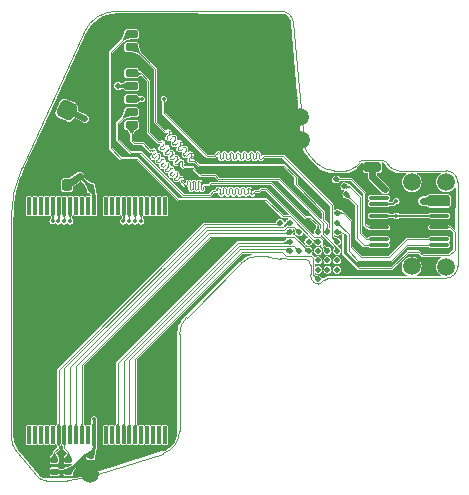
<source format=gbr>
%TF.GenerationSoftware,KiCad,Pcbnew,8.0.0-rc1-4-g5bc78f7d9f*%
%TF.CreationDate,2024-02-10T18:12:35-05:00*%
%TF.ProjectId,cafeFlex,63616665-466c-4657-982e-6b696361645f,3*%
%TF.SameCoordinates,Original*%
%TF.FileFunction,Copper,L1,Top*%
%TF.FilePolarity,Positive*%
%FSLAX46Y46*%
G04 Gerber Fmt 4.6, Leading zero omitted, Abs format (unit mm)*
G04 Created by KiCad (PCBNEW 8.0.0-rc1-4-g5bc78f7d9f) date 2024-02-10 18:12:35*
%MOMM*%
%LPD*%
G01*
G04 APERTURE LIST*
G04 Aperture macros list*
%AMRoundRect*
0 Rectangle with rounded corners*
0 $1 Rounding radius*
0 $2 $3 $4 $5 $6 $7 $8 $9 X,Y pos of 4 corners*
0 Add a 4 corners polygon primitive as box body*
4,1,4,$2,$3,$4,$5,$6,$7,$8,$9,$2,$3,0*
0 Add four circle primitives for the rounded corners*
1,1,$1+$1,$2,$3*
1,1,$1+$1,$4,$5*
1,1,$1+$1,$6,$7*
1,1,$1+$1,$8,$9*
0 Add four rect primitives between the rounded corners*
20,1,$1+$1,$2,$3,$4,$5,0*
20,1,$1+$1,$4,$5,$6,$7,0*
20,1,$1+$1,$6,$7,$8,$9,0*
20,1,$1+$1,$8,$9,$2,$3,0*%
G04 Aperture macros list end*
%TA.AperFunction,SMDPad,CuDef*%
%ADD10RoundRect,0.225000X0.225000X0.250000X-0.225000X0.250000X-0.225000X-0.250000X0.225000X-0.250000X0*%
%TD*%
%TA.AperFunction,SMDPad,CuDef*%
%ADD11RoundRect,0.375000X-0.498347X-0.181384X0.181384X-0.498347X0.498347X0.181384X-0.181384X0.498347X0*%
%TD*%
%TA.AperFunction,SMDPad,CuDef*%
%ADD12RoundRect,0.175000X0.375000X-0.175000X0.375000X0.175000X-0.375000X0.175000X-0.375000X-0.175000X0*%
%TD*%
%TA.AperFunction,SMDPad,CuDef*%
%ADD13RoundRect,0.225000X0.240000X-0.225000X0.240000X0.225000X-0.240000X0.225000X-0.240000X-0.225000X0*%
%TD*%
%TA.AperFunction,SMDPad,CuDef*%
%ADD14RoundRect,0.195000X0.195000X0.330000X-0.195000X0.330000X-0.195000X-0.330000X0.195000X-0.330000X0*%
%TD*%
%TA.AperFunction,SMDPad,CuDef*%
%ADD15RoundRect,0.175000X1.490000X-0.175000X1.490000X0.175000X-1.490000X0.175000X-1.490000X-0.175000X0*%
%TD*%
%TA.AperFunction,SMDPad,CuDef*%
%ADD16RoundRect,0.215000X1.185000X-0.215000X1.185000X0.215000X-1.185000X0.215000X-1.185000X-0.215000X0*%
%TD*%
%TA.AperFunction,SMDPad,CuDef*%
%ADD17RoundRect,0.285000X0.630000X-0.285000X0.630000X0.285000X-0.630000X0.285000X-0.630000X-0.285000X0*%
%TD*%
%TA.AperFunction,SMDPad,CuDef*%
%ADD18RoundRect,0.135000X0.185000X-0.135000X0.185000X0.135000X-0.185000X0.135000X-0.185000X-0.135000X0*%
%TD*%
%TA.AperFunction,SMDPad,CuDef*%
%ADD19RoundRect,0.075000X0.075000X-0.712500X0.075000X0.712500X-0.075000X0.712500X-0.075000X-0.712500X0*%
%TD*%
%TA.AperFunction,SMDPad,CuDef*%
%ADD20RoundRect,0.140000X-0.140000X-0.170000X0.140000X-0.170000X0.140000X0.170000X-0.140000X0.170000X0*%
%TD*%
%TA.AperFunction,SMDPad,CuDef*%
%ADD21RoundRect,0.200000X-0.550000X-0.200000X0.550000X-0.200000X0.550000X0.200000X-0.550000X0.200000X0*%
%TD*%
%TA.AperFunction,SMDPad,CuDef*%
%ADD22RoundRect,0.075000X-0.750000X-0.075000X0.750000X-0.075000X0.750000X0.075000X-0.750000X0.075000X0*%
%TD*%
%TA.AperFunction,ViaPad*%
%ADD23C,0.350000*%
%TD*%
%TA.AperFunction,ViaPad*%
%ADD24C,0.500000*%
%TD*%
%TA.AperFunction,ViaPad*%
%ADD25C,1.500000*%
%TD*%
%TA.AperFunction,Conductor*%
%ADD26C,0.088900*%
%TD*%
%TA.AperFunction,Conductor*%
%ADD27C,0.152400*%
%TD*%
%TA.AperFunction,Conductor*%
%ADD28C,0.600000*%
%TD*%
%TA.AperFunction,Conductor*%
%ADD29C,0.250000*%
%TD*%
%TA.AperFunction,Conductor*%
%ADD30C,0.500000*%
%TD*%
%TA.AperFunction,Profile*%
%ADD31C,0.010000*%
%TD*%
G04 APERTURE END LIST*
D10*
X187322099Y-71387557D03*
X185772099Y-71387557D03*
D11*
X187295000Y-65055000D03*
D12*
X192780247Y-66298950D03*
X192780247Y-65198950D03*
X192780247Y-64098950D03*
X192780247Y-62998950D03*
X192780247Y-61898950D03*
X192780247Y-60798950D03*
X192780247Y-59698950D03*
X192780247Y-58598950D03*
D13*
X205245247Y-68088950D03*
D14*
X205320247Y-63823950D03*
D15*
X204045247Y-57438950D03*
D16*
X193280247Y-57518950D03*
D17*
X192795247Y-70178950D03*
D15*
X204045247Y-70398950D03*
D18*
X186243980Y-95643583D03*
X186243980Y-94623583D03*
D11*
X186025000Y-67705000D03*
D19*
X184095247Y-92541450D03*
X184595247Y-92541450D03*
X185095247Y-92541450D03*
X185595247Y-92541450D03*
X186095247Y-92541450D03*
X186595247Y-92541450D03*
X187095247Y-92541450D03*
X187595247Y-92541450D03*
X188095247Y-92541450D03*
X188595247Y-92541450D03*
X189095247Y-92541450D03*
X189595247Y-92541450D03*
X190095247Y-92541450D03*
X190595247Y-92541450D03*
X191095247Y-92541450D03*
X191595247Y-92541450D03*
X192095247Y-92541450D03*
X192595247Y-92541450D03*
X193095247Y-92541450D03*
X193595247Y-92541450D03*
X194095247Y-92541450D03*
X194595247Y-92541450D03*
X195095247Y-92541450D03*
X195595247Y-92541450D03*
X195595247Y-73166450D03*
X195095247Y-73166450D03*
X194595247Y-73166450D03*
X194095247Y-73166450D03*
X193595247Y-73166450D03*
X193095247Y-73166450D03*
X192595247Y-73166450D03*
X192095247Y-73166450D03*
X191595247Y-73166450D03*
X191095247Y-73166450D03*
X190595247Y-73166450D03*
X190095247Y-73166450D03*
X189595247Y-73166450D03*
X189095247Y-73166450D03*
X188595247Y-73166450D03*
X188095247Y-73166450D03*
X187595247Y-73166450D03*
X187095247Y-73166450D03*
X186595247Y-73166450D03*
X186095247Y-73166450D03*
X185595247Y-73166450D03*
X185095247Y-73166450D03*
X184595247Y-73166450D03*
X184095247Y-73166450D03*
D20*
X189345247Y-94263950D03*
X190305247Y-94263950D03*
D18*
X187433980Y-95643583D03*
X187433980Y-94623583D03*
D20*
X189345247Y-71633950D03*
X190305247Y-71633950D03*
D21*
X213175000Y-69875000D03*
D22*
X213725000Y-76980000D03*
X213725000Y-76480000D03*
X213725000Y-75980000D03*
X213725000Y-75480000D03*
X213725000Y-74980000D03*
X213725000Y-74480000D03*
X213725000Y-73980000D03*
X213725000Y-73480000D03*
X213725000Y-72980000D03*
X213725000Y-72480000D03*
X218825000Y-72480000D03*
X218825000Y-72980000D03*
X218825000Y-73480000D03*
X218825000Y-73980000D03*
X218825000Y-74480000D03*
X218825000Y-74980000D03*
X218825000Y-75480000D03*
X218825000Y-75980000D03*
X218825000Y-76480000D03*
X218825000Y-76980000D03*
D23*
X190718409Y-59144618D03*
X189939794Y-60932549D03*
X190124865Y-66454145D03*
X189747101Y-67760578D03*
X189747101Y-69570695D03*
X186669901Y-70460014D03*
X188396742Y-71846120D03*
D24*
X188389458Y-70639587D03*
X188841649Y-65791740D03*
D23*
X184636650Y-71722255D03*
X184391649Y-70051740D03*
X216091649Y-74481740D03*
X215201649Y-73980000D03*
X215199458Y-72729587D03*
D24*
X217421649Y-72729587D03*
D25*
X216483292Y-78281754D03*
X219404986Y-71157675D03*
X219412894Y-78291054D03*
X216499550Y-71139183D03*
D24*
X214229458Y-71759587D03*
D23*
X189601649Y-91221740D03*
D24*
X191631649Y-63001740D03*
D23*
X207601513Y-73677220D03*
X183165873Y-85821778D03*
X198481373Y-67227912D03*
X183146125Y-88112582D03*
X205915671Y-58047132D03*
X206249458Y-59379587D03*
X211841467Y-76505591D03*
X217690356Y-74491331D03*
X207248140Y-75870802D03*
X199251649Y-77141740D03*
X198899550Y-70139183D03*
X194097226Y-71070896D03*
X185210588Y-95511229D03*
X187029458Y-79129587D03*
X212634992Y-75372584D03*
X193659550Y-67379183D03*
X198419458Y-57059587D03*
X211659458Y-70409587D03*
X206539458Y-62839587D03*
X189399550Y-58539183D03*
X189689458Y-63899587D03*
X207107375Y-71149902D03*
X208599550Y-73739183D03*
X211321109Y-78586848D03*
X206359458Y-60699587D03*
X187509458Y-76439587D03*
X199249022Y-71849298D03*
X193839550Y-68429183D03*
X187385182Y-67948472D03*
X204425630Y-67549613D03*
X191032215Y-94342768D03*
X186802932Y-66571226D03*
X196393635Y-89930359D03*
X183205370Y-93049658D03*
X199439550Y-70939183D03*
X190317481Y-62714240D03*
X213089458Y-71799587D03*
X195039267Y-57181093D03*
D25*
X207150609Y-67586388D03*
D23*
X190689458Y-87999587D03*
X216089458Y-73489587D03*
X194893866Y-71774903D03*
X214967485Y-70678600D03*
X207839797Y-74618133D03*
X196589458Y-57059587D03*
X194358314Y-58417829D03*
X185431649Y-70561740D03*
X204699550Y-64639183D03*
X194961649Y-88971740D03*
X195949550Y-64679183D03*
X183146125Y-73755563D03*
X209399550Y-74187455D03*
D25*
X189231852Y-95879163D03*
D23*
X190459458Y-68709587D03*
X189799550Y-57839183D03*
X214851539Y-74467526D03*
X196247316Y-83900707D03*
X206399550Y-61439183D03*
X187564336Y-67097491D03*
X186389458Y-68989587D03*
X183165873Y-83136009D03*
X186910710Y-69586144D03*
X201799550Y-57139183D03*
X195399550Y-65929183D03*
X205999550Y-64639183D03*
X193619550Y-64689183D03*
X191399550Y-57639183D03*
X214910773Y-76578408D03*
X200071649Y-59131740D03*
X193679550Y-65789183D03*
X198411379Y-74552937D03*
X194759550Y-66839183D03*
X195329550Y-63329183D03*
X192209550Y-67199183D03*
X213707620Y-78830856D03*
X198699550Y-69209183D03*
X190961649Y-85771740D03*
X206300181Y-71418967D03*
X213149458Y-78129587D03*
X194541649Y-75821740D03*
X184969458Y-68279587D03*
X200899550Y-57039183D03*
X205569221Y-71688032D03*
X217671093Y-76914073D03*
D25*
X188693417Y-62163701D03*
D23*
X186007936Y-66257707D03*
X205098661Y-67128968D03*
X193648327Y-94063578D03*
X205599550Y-62839183D03*
X197309340Y-71833983D03*
X206099550Y-63139183D03*
X206399550Y-62139183D03*
X217684405Y-73479593D03*
X206699550Y-64039183D03*
X197606639Y-70495644D03*
X193761329Y-59224865D03*
X188515471Y-60632608D03*
X191699550Y-68329183D03*
X204899550Y-62839183D03*
X219922131Y-73473642D03*
X206199550Y-58639183D03*
X199899550Y-70139183D03*
X204483189Y-58215659D03*
X208729959Y-70974304D03*
X199899550Y-57039183D03*
X186961649Y-80971740D03*
X210099458Y-72319587D03*
X194961649Y-90571740D03*
X202257669Y-68023587D03*
X184561649Y-77771740D03*
X203601649Y-60101740D03*
X214859822Y-75497130D03*
X205299550Y-64839183D03*
X217673597Y-75504259D03*
X184561649Y-84971740D03*
X192211016Y-94456512D03*
X214851539Y-73473642D03*
X200899550Y-70139183D03*
X194161649Y-82571740D03*
X203959550Y-72059783D03*
X215302595Y-78854661D03*
X200399550Y-70539183D03*
X217915259Y-78075028D03*
X204811356Y-71876377D03*
X204499550Y-63339183D03*
X212529243Y-78824904D03*
X187669458Y-70299587D03*
X206005302Y-70775256D03*
X192561649Y-84171740D03*
X184609458Y-75669587D03*
X189909458Y-70549587D03*
X219928082Y-74491331D03*
X204352018Y-68327805D03*
X201399550Y-70539183D03*
X194961649Y-86571740D03*
X198511649Y-62911740D03*
X191729550Y-60539183D03*
X187449219Y-69047635D03*
X203151649Y-63111740D03*
X186961649Y-85771740D03*
X191459550Y-61179183D03*
X197180508Y-65964937D03*
X196661657Y-76112404D03*
X191551649Y-79351740D03*
X183165873Y-80785960D03*
X183067131Y-90600869D03*
X207359458Y-68869587D03*
X200350576Y-67973068D03*
X190399550Y-57539183D03*
X203799550Y-58239183D03*
X188981508Y-59622861D03*
X191709550Y-64139183D03*
X196413187Y-87329968D03*
X191524437Y-57057119D03*
X191469550Y-65469183D03*
X183722354Y-71252051D03*
D25*
X207009134Y-65633781D03*
D23*
X201254599Y-76197775D03*
X201999550Y-57739183D03*
X190689458Y-90539587D03*
X203581649Y-65561740D03*
X217952257Y-70660118D03*
X204559458Y-74399587D03*
X199149458Y-57059587D03*
X206309458Y-60099587D03*
X184561649Y-80171740D03*
X190840281Y-57139471D03*
X189501649Y-77661740D03*
X206097691Y-68380385D03*
X186961649Y-83371740D03*
X200351649Y-65951740D03*
X203099550Y-58239183D03*
X195761649Y-80971740D03*
X196393635Y-92081057D03*
X205908402Y-67297226D03*
X191731649Y-76201740D03*
X201899550Y-70139183D03*
X187539458Y-62559587D03*
X197361649Y-79281740D03*
X195299550Y-57639183D03*
X183165873Y-77507742D03*
X205210920Y-58185018D03*
X191729550Y-61849183D03*
X196491649Y-60671740D03*
X193959550Y-61499183D03*
X184561649Y-89771740D03*
X208399550Y-72439183D03*
X209304363Y-76332856D03*
X202430220Y-58162037D03*
X204499550Y-64039183D03*
X206099550Y-63839183D03*
X184561649Y-82571740D03*
X184561649Y-87371740D03*
X197609458Y-57049587D03*
X191068143Y-71645218D03*
X195840270Y-57154393D03*
X207869458Y-69479587D03*
X193629550Y-63549183D03*
D24*
X206161649Y-74571740D03*
X205361649Y-74571740D03*
D23*
X187089797Y-74468133D03*
D24*
X210161649Y-77771740D03*
X206961649Y-76971740D03*
X206161649Y-76171740D03*
X208561649Y-76971740D03*
D23*
X193089797Y-74468133D03*
X186589797Y-74468133D03*
D24*
X209361649Y-78571740D03*
D23*
X187589797Y-74468133D03*
D24*
X209361649Y-77771740D03*
X206161649Y-75371740D03*
X206961649Y-75371740D03*
X208561649Y-79371740D03*
D23*
X192089797Y-74468133D03*
D24*
X208561649Y-78571740D03*
X207761649Y-76971740D03*
D23*
X193589797Y-74468133D03*
D24*
X207761649Y-76171740D03*
X210161649Y-78571740D03*
D23*
X186089797Y-74468133D03*
D24*
X206161649Y-76971740D03*
D23*
X192589797Y-74468133D03*
D24*
X208561649Y-77771740D03*
X210161649Y-76971740D03*
X210161649Y-76171740D03*
D23*
X193631433Y-64098950D03*
X195499550Y-64108357D03*
D24*
X208561649Y-76171740D03*
X208561649Y-75371740D03*
X209361649Y-75371740D03*
X209361649Y-76971740D03*
X210961649Y-72171740D03*
X210161649Y-74571740D03*
X210161649Y-73771740D03*
X210057417Y-70909284D03*
X210161649Y-75371740D03*
X210800251Y-71508218D03*
D26*
X211198127Y-71508218D02*
X210800251Y-71508218D01*
X212129458Y-72439549D02*
X211198127Y-71508218D01*
X212659871Y-75980000D02*
X212129458Y-75449587D01*
X213725000Y-75980000D02*
X212659871Y-75980000D01*
X212129458Y-75449587D02*
X212129458Y-72439549D01*
D27*
X215201649Y-73980000D02*
X218825000Y-73980000D01*
X213725000Y-73980000D02*
X215201649Y-73980000D01*
D28*
X187322099Y-71387557D02*
X188389458Y-70639587D01*
D27*
X214949045Y-72980000D02*
X215199458Y-72729587D01*
X213725000Y-72980000D02*
X214949045Y-72980000D01*
D28*
X218839458Y-72729587D02*
X217421649Y-72729587D01*
D29*
X189595247Y-92541450D02*
X189595247Y-91228142D01*
D27*
X218839458Y-72789587D02*
X218825000Y-72804045D01*
D29*
X187433980Y-95643583D02*
X186243980Y-95643583D01*
D28*
X214229458Y-71759587D02*
X213175000Y-70705129D01*
D29*
X189595247Y-92541450D02*
X189595247Y-93660397D01*
X189595247Y-91228142D02*
X189601649Y-91221740D01*
D27*
X218839458Y-72729587D02*
X218839458Y-72494458D01*
D29*
X188813613Y-94263950D02*
X187433980Y-95643583D01*
D27*
X218839458Y-72729587D02*
X218839458Y-72789587D01*
D29*
X189345247Y-94263950D02*
X188813613Y-94263950D01*
D30*
X187295000Y-65055000D02*
X188841649Y-65791740D01*
D29*
X189345247Y-71595376D02*
X189345247Y-71633950D01*
D28*
X213175000Y-70705129D02*
X213175000Y-69875000D01*
D27*
X218825000Y-72804045D02*
X218825000Y-72980000D01*
D29*
X192780247Y-62998950D02*
X191634439Y-62998950D01*
X188389458Y-70639587D02*
X189345247Y-71595376D01*
X189595247Y-73166450D02*
X189595247Y-72237527D01*
D27*
X218839458Y-72494458D02*
X218825000Y-72480000D01*
D29*
X191634439Y-62998950D02*
X191631649Y-63001740D01*
X189595247Y-72237527D02*
G75*
G03*
X189345268Y-71633929I-853647J27D01*
G01*
X189595247Y-93660397D02*
G75*
G02*
X189345247Y-94263950I-853547J-3D01*
G01*
X190095247Y-92541450D02*
X190095247Y-93756966D01*
X190095247Y-73166450D02*
X190095247Y-72140926D01*
X190095247Y-93756966D02*
G75*
G03*
X190305236Y-94263961I716953J-34D01*
G01*
X190095247Y-72140926D02*
G75*
G02*
X190305236Y-71633939I716953J26D01*
G01*
D26*
X187095247Y-93673583D02*
X187433980Y-94012316D01*
X199039797Y-74968133D02*
X205602527Y-74968133D01*
X187433980Y-94012316D02*
X187433980Y-94623583D01*
X205602527Y-74968133D02*
X205998920Y-74571740D01*
X187095247Y-86912683D02*
X199039797Y-74968133D01*
X205998920Y-74571740D02*
X206161649Y-74571740D01*
X187095247Y-92541450D02*
X187095247Y-86912683D01*
X187095247Y-92541450D02*
X187095247Y-93673583D01*
X186239797Y-94569400D02*
X186293980Y-94623583D01*
X186595247Y-92541450D02*
X186595247Y-93662683D01*
X205215256Y-74718133D02*
X198889797Y-74718133D01*
X186239797Y-94018133D02*
X186239797Y-94569400D01*
X186595247Y-93662683D02*
X186239797Y-94018133D01*
X205361649Y-74571740D02*
X205215256Y-74718133D01*
X198889797Y-74718133D02*
X186595247Y-87012683D01*
X186595247Y-87012683D02*
X186595247Y-92541450D01*
X187089797Y-74268133D02*
X187095247Y-74262683D01*
X187095247Y-74262683D02*
X187095247Y-73166450D01*
X187089797Y-74468133D02*
X187089797Y-74268133D01*
X192095247Y-86313407D02*
X192095247Y-92541450D01*
X206544999Y-76555090D02*
X201853564Y-76555090D01*
X201853564Y-76555090D02*
X192095247Y-86313407D01*
X206961649Y-76971740D02*
X206544999Y-76555090D01*
X201789797Y-76268133D02*
X206065256Y-76268133D01*
X191595247Y-86462683D02*
X201789797Y-76268133D01*
X206065256Y-76268133D02*
X206161649Y-76171740D01*
X191595247Y-92541450D02*
X191595247Y-86462683D01*
X193095247Y-74262683D02*
X193095247Y-73166450D01*
X193089797Y-74468133D02*
X193089797Y-74268133D01*
X193089797Y-74268133D02*
X193095247Y-74262683D01*
X186595247Y-74312683D02*
X186595247Y-73166450D01*
X186589797Y-74318133D02*
X186595247Y-74312683D01*
X186589797Y-74468133D02*
X186589797Y-74318133D01*
X187589797Y-74318133D02*
X187595247Y-74312683D01*
X187595247Y-74312683D02*
X187595247Y-73166450D01*
X187589797Y-74468133D02*
X187589797Y-74318133D01*
X206065256Y-75468133D02*
X206161649Y-75371740D01*
X188095247Y-86717027D02*
X199344141Y-75468133D01*
X199344141Y-75468133D02*
X206065256Y-75468133D01*
X188095247Y-92541450D02*
X188095247Y-86717027D01*
X187595247Y-86812683D02*
X187595247Y-92541450D01*
X206961649Y-75371740D02*
X206558042Y-74968133D01*
X199189797Y-75218133D02*
X187595247Y-86812683D01*
X205689797Y-75218133D02*
X199189797Y-75218133D01*
X205939797Y-74968133D02*
X205689797Y-75218133D01*
X206558042Y-74968133D02*
X205939797Y-74968133D01*
X202116969Y-77068133D02*
X193095247Y-86089855D01*
X207989797Y-77368133D02*
X205839797Y-77368133D01*
X208178299Y-77556635D02*
X207989797Y-77368133D01*
X193095247Y-86089855D02*
X193095247Y-92541450D01*
X208561649Y-79371740D02*
X208178299Y-78988390D01*
X205539797Y-77068133D02*
X202116969Y-77068133D01*
X205839797Y-77368133D02*
X205539797Y-77068133D01*
X208178299Y-78988390D02*
X208178299Y-77556635D01*
X192095247Y-74262683D02*
X192095247Y-73166450D01*
X192089797Y-74268133D02*
X192095247Y-74262683D01*
X192089797Y-74468133D02*
X192089797Y-74268133D01*
X206558042Y-75768133D02*
X199417693Y-75768133D01*
X188595247Y-86590579D02*
X188595247Y-92541450D01*
X199417693Y-75768133D02*
X188595247Y-86590579D01*
X207761649Y-76971740D02*
X206558042Y-75768133D01*
X193595247Y-74462683D02*
X193595247Y-73166450D01*
X193589797Y-74468133D02*
X193595247Y-74462683D01*
X186089797Y-74318133D02*
X186095247Y-74312683D01*
X186089797Y-74468133D02*
X186089797Y-74318133D01*
X186095247Y-74312683D02*
X186095247Y-73166450D01*
X201992693Y-76818133D02*
X206008042Y-76818133D01*
X192595247Y-86215579D02*
X201992693Y-76818133D01*
X192595247Y-92541450D02*
X192595247Y-86215579D01*
X206008042Y-76818133D02*
X206161649Y-76971740D01*
X192595247Y-74462683D02*
X192595247Y-73166450D01*
X192589797Y-74468133D02*
X192595247Y-74462683D01*
X195434671Y-67959243D02*
X195222539Y-68171375D01*
X197075155Y-69804788D02*
X197204550Y-69934183D01*
X195947321Y-68676955D02*
X196056922Y-68567352D01*
X197075154Y-69804787D02*
X197075155Y-69804788D01*
X196672105Y-69182534D02*
X196562504Y-69292136D01*
X196247841Y-69196678D02*
X196357442Y-69087076D01*
X194199550Y-66929183D02*
X195024550Y-67754183D01*
X196562504Y-69292136D02*
X196452902Y-69401738D01*
X208978299Y-75543458D02*
X210161649Y-76726808D01*
X198014550Y-69934183D02*
X198639550Y-70559183D01*
X195229610Y-67754183D02*
X195236682Y-67747112D01*
X192780247Y-61898950D02*
X193559317Y-61898950D01*
X195427599Y-68376436D02*
X195537200Y-68266834D01*
X196767563Y-69497197D02*
X196877164Y-69387594D01*
X197204550Y-69934183D02*
X198014550Y-69934183D01*
X208978299Y-74617932D02*
X208978299Y-75543458D01*
X199809550Y-70559183D02*
X200132667Y-70882300D01*
X195537200Y-68266834D02*
X195646801Y-68157231D01*
X194199550Y-62539183D02*
X194199550Y-66929183D01*
X198639550Y-70559183D02*
X199809550Y-70559183D01*
X196152383Y-68882015D02*
X196042781Y-68991617D01*
X195837720Y-68786557D02*
X195947321Y-68676955D01*
X200132667Y-70882300D02*
X205242667Y-70882300D01*
X196357442Y-69087076D02*
X196467043Y-68977473D01*
X210161649Y-76726808D02*
X210161649Y-76971740D01*
X197082226Y-69592655D02*
X197075155Y-69599727D01*
X193559317Y-61898950D02*
X194199550Y-62539183D01*
X196657962Y-69606799D02*
X196767563Y-69497197D01*
X195441742Y-67952171D02*
X195434671Y-67959243D01*
X195742262Y-68471894D02*
X195632660Y-68581496D01*
X205242667Y-70882300D02*
X208978299Y-74617932D01*
X195851863Y-68362292D02*
X195742262Y-68471894D01*
X196261984Y-68772413D02*
X196152383Y-68882015D01*
X195222539Y-68171375D02*
G75*
G03*
X195222545Y-68376430I102561J-102525D01*
G01*
X195632660Y-68786557D02*
G75*
G03*
X195837720Y-68786557I102530J102531D01*
G01*
X195236682Y-67747112D02*
G75*
G02*
X195441729Y-67747124I102518J-102488D01*
G01*
X197075155Y-69599727D02*
G75*
G03*
X197075112Y-69804829I102545J-102573D01*
G01*
X196261983Y-68567354D02*
G75*
G02*
X196262000Y-68772429I-102483J-102546D01*
G01*
X196452902Y-69401738D02*
G75*
G03*
X196452871Y-69606830I102498J-102562D01*
G01*
X196452902Y-69606799D02*
G75*
G03*
X196657962Y-69606799I102530J102531D01*
G01*
X195851863Y-68157232D02*
G75*
G02*
X195851901Y-68362330I-102563J-102568D01*
G01*
X195441741Y-67747112D02*
G75*
G02*
X195441700Y-67952129I-102541J-102488D01*
G01*
X196877164Y-69387594D02*
G75*
G02*
X197082231Y-69387590I102536J-102506D01*
G01*
X196042781Y-68991617D02*
G75*
G03*
X196042829Y-69196630I102519J-102483D01*
G01*
X195632660Y-68581496D02*
G75*
G03*
X195632687Y-68786530I102540J-102504D01*
G01*
X196042781Y-69196678D02*
G75*
G03*
X196247841Y-69196678I102530J102531D01*
G01*
X196467043Y-68977473D02*
G75*
G02*
X196672131Y-68977448I102557J-102527D01*
G01*
X196672104Y-68977475D02*
G75*
G02*
X196672100Y-69182529I-102504J-102525D01*
G01*
X195646802Y-68157232D02*
G75*
G02*
X195851831Y-68157264I102498J-102568D01*
G01*
X195222539Y-68376436D02*
G75*
G03*
X195427599Y-68376436I102530J102531D01*
G01*
X195024551Y-67754182D02*
G75*
G03*
X195229609Y-67754182I102529J102527D01*
G01*
X196056923Y-68567353D02*
G75*
G02*
X196262031Y-68567306I102577J-102547D01*
G01*
X197082225Y-69387596D02*
G75*
G02*
X197082200Y-69592629I-102525J-102504D01*
G01*
X201089550Y-69099183D02*
X201089550Y-68939183D01*
X201929550Y-68779183D02*
X201929550Y-68939183D01*
X203889550Y-69099183D02*
X203889550Y-69079183D01*
X203329550Y-68939183D02*
X203329550Y-68779183D01*
X200529550Y-68939183D02*
X200529550Y-68779183D01*
X203609550Y-68939183D02*
X203609550Y-69099183D01*
X205599550Y-68939183D02*
X209744999Y-73084632D01*
X201649550Y-68939183D02*
X201649550Y-68779183D01*
X203609550Y-68779183D02*
X203609550Y-68939183D01*
X195499550Y-65309183D02*
X199129550Y-68939183D01*
X209744999Y-75755090D02*
X210161649Y-76171740D01*
X200809550Y-68939183D02*
X200809550Y-69099183D01*
X199969550Y-68799183D02*
X199969550Y-68779183D01*
X200529550Y-69099183D02*
X200529550Y-68939183D01*
X201089550Y-68939183D02*
X201089550Y-68779183D01*
X201369550Y-68939183D02*
X201369550Y-69099183D01*
X200249550Y-68799183D02*
X200249550Y-69099183D01*
X209744999Y-73084632D02*
X209744999Y-75755090D01*
X195499550Y-64108357D02*
X195499550Y-65309183D01*
X201929550Y-68939183D02*
X201929550Y-69099183D01*
X201649550Y-69099183D02*
X201649550Y-68939183D01*
X201369550Y-68779183D02*
X201369550Y-68939183D01*
X199129550Y-68939183D02*
X199829550Y-68939183D01*
X202489550Y-68779183D02*
X202489550Y-68939183D01*
X202769550Y-69099183D02*
X202769550Y-68939183D01*
X202769550Y-68939183D02*
X202769550Y-68779183D01*
X202489550Y-68939183D02*
X202489550Y-69099183D01*
X202209550Y-68939183D02*
X202209550Y-68779183D01*
X202209550Y-69099183D02*
X202209550Y-68939183D01*
X204199550Y-68939183D02*
X205599550Y-68939183D01*
X193631433Y-64098950D02*
X192780247Y-64098950D01*
X203329550Y-69099183D02*
X203329550Y-68939183D01*
X203049550Y-68779183D02*
X203049550Y-68939183D01*
X200249550Y-68779183D02*
X200249550Y-68799183D01*
X200809550Y-68779183D02*
X200809550Y-68939183D01*
X204029550Y-68939183D02*
X204199550Y-68939183D01*
X203049550Y-68939183D02*
X203049550Y-69099183D01*
X200389550Y-69239183D02*
G75*
G03*
X200529583Y-69099183I50J139983D01*
G01*
X200529550Y-68779183D02*
G75*
G02*
X200669550Y-68639250I139950J-17D01*
G01*
X202629550Y-69239183D02*
G75*
G03*
X202769583Y-69099183I50J139983D01*
G01*
X201229550Y-68639183D02*
G75*
G02*
X201369617Y-68779183I50J-140017D01*
G01*
X201509550Y-69239183D02*
G75*
G03*
X201649583Y-69099183I50J139983D01*
G01*
X200109550Y-68639183D02*
G75*
G02*
X200249617Y-68779183I50J-140017D01*
G01*
X203469550Y-68639183D02*
G75*
G02*
X203609617Y-68779183I50J-140017D01*
G01*
X202909550Y-68639183D02*
G75*
G02*
X203049617Y-68779183I50J-140017D01*
G01*
X201929550Y-69099183D02*
G75*
G03*
X202069550Y-69239150I139950J-17D01*
G01*
X202209550Y-68779183D02*
G75*
G02*
X202349550Y-68639250I139950J-17D01*
G01*
X201789550Y-68639183D02*
G75*
G02*
X201929617Y-68779183I50J-140017D01*
G01*
X201089550Y-68779183D02*
G75*
G02*
X201229550Y-68639250I139950J-17D01*
G01*
X203189550Y-69239183D02*
G75*
G03*
X203329583Y-69099183I50J139983D01*
G01*
X202489550Y-69099183D02*
G75*
G03*
X202629550Y-69239150I139950J-17D01*
G01*
X202069550Y-69239183D02*
G75*
G03*
X202209583Y-69099183I50J139983D01*
G01*
X200669550Y-68639183D02*
G75*
G02*
X200809617Y-68779183I50J-140017D01*
G01*
X199829550Y-68939183D02*
G75*
G03*
X199969583Y-68799183I50J139983D01*
G01*
X199969550Y-68779183D02*
G75*
G02*
X200109550Y-68639250I139950J-17D01*
G01*
X203329550Y-68779183D02*
G75*
G02*
X203469550Y-68639250I139950J-17D01*
G01*
X203889550Y-69079183D02*
G75*
G02*
X204029550Y-68939250I139950J-17D01*
G01*
X200809550Y-69099183D02*
G75*
G03*
X200949550Y-69239150I139950J-17D01*
G01*
X202769550Y-68779183D02*
G75*
G02*
X202909550Y-68639250I139950J-17D01*
G01*
X203049550Y-69099183D02*
G75*
G03*
X203189550Y-69239150I139950J-17D01*
G01*
X200249550Y-69099183D02*
G75*
G03*
X200389550Y-69239150I139950J-17D01*
G01*
X200949550Y-69239183D02*
G75*
G03*
X201089583Y-69099183I50J139983D01*
G01*
X203749550Y-69239183D02*
G75*
G03*
X203889583Y-69099183I50J139983D01*
G01*
X201649550Y-68779183D02*
G75*
G02*
X201789550Y-68639250I139950J-17D01*
G01*
X201369550Y-69099183D02*
G75*
G03*
X201509550Y-69239150I139950J-17D01*
G01*
X202349550Y-68639183D02*
G75*
G02*
X202489617Y-68779183I50J-140017D01*
G01*
X203609550Y-69099183D02*
G75*
G03*
X203749550Y-69239150I139950J-17D01*
G01*
X191899550Y-69139183D02*
X193269550Y-69139183D01*
X190999550Y-60139183D02*
X190999550Y-68239183D01*
X190999550Y-68239183D02*
X191899550Y-69139183D01*
X208303788Y-76171740D02*
X208561649Y-76171740D01*
X206171231Y-74039183D02*
X208303788Y-76171740D01*
X192539783Y-58598950D02*
X190999550Y-60139183D01*
X205560772Y-74039183D02*
X206171231Y-74039183D01*
X196749550Y-72619183D02*
X204140772Y-72619183D01*
X193269550Y-69139183D02*
X196749550Y-72619183D01*
X204140772Y-72619183D02*
X205560772Y-74039183D01*
X192780247Y-58598950D02*
X192539783Y-58598950D01*
X197947258Y-71439183D02*
X197947258Y-71154183D01*
X194545468Y-68474183D02*
X194566682Y-68452970D01*
X207510235Y-74139183D02*
X207899550Y-74139183D01*
X197717258Y-71154183D02*
X197717258Y-71324183D01*
X194715173Y-69068152D02*
X194831845Y-68951479D01*
X207899550Y-74139183D02*
X208561649Y-74801282D01*
X195595519Y-69715153D02*
X195712191Y-69598479D01*
X194831845Y-68951479D02*
X194948517Y-68834805D01*
X197027409Y-71147042D02*
X197219550Y-71339183D01*
X196550113Y-70669745D02*
X196433440Y-70786418D01*
X197319550Y-71439183D02*
X197372258Y-71439183D01*
X195213682Y-69333316D02*
X195330354Y-69216642D01*
X192780247Y-67619880D02*
X193009550Y-67849183D01*
X196284948Y-70171235D02*
X196168276Y-70287908D01*
X199299550Y-71439183D02*
X199489550Y-71249183D01*
X195139437Y-69025724D02*
X195022765Y-69142397D01*
X197027408Y-71147041D02*
X197027409Y-71147042D01*
X197717258Y-71324183D02*
X197717258Y-71724183D01*
X208561649Y-74801282D02*
X208561649Y-75371740D01*
X192780247Y-66298950D02*
X192780247Y-67619880D01*
X198177258Y-71439183D02*
X198177258Y-71724183D01*
X195097010Y-69449989D02*
X195213682Y-69333316D01*
X198407258Y-71724183D02*
X198407258Y-71439183D01*
X196242521Y-70595500D02*
X196359193Y-70478827D01*
X198407258Y-71439183D02*
X198407258Y-71154183D01*
X195786439Y-69906071D02*
X195669766Y-70022744D01*
X199489550Y-71249183D02*
X204620235Y-71249183D01*
X197487258Y-71324183D02*
X197487258Y-71154183D01*
X195977356Y-70096990D02*
X196094028Y-69980316D01*
X198867258Y-71724183D02*
X198867258Y-71554183D01*
X195860684Y-70213663D02*
X195977356Y-70096990D01*
X198637258Y-71439183D02*
X198637258Y-71724183D01*
X194757600Y-68643887D02*
X194736387Y-68665101D01*
X197219550Y-71339183D02*
X197319550Y-71439183D01*
X195478847Y-69831826D02*
X195595519Y-69715153D01*
X195404602Y-69524234D02*
X195287929Y-69640907D01*
X198982258Y-71439183D02*
X199139550Y-71439183D01*
X196168276Y-70287908D02*
X196051603Y-70404581D01*
X194736387Y-68665101D02*
X194524255Y-68877233D01*
X199139550Y-71439183D02*
X199299550Y-71439183D01*
X193729550Y-67849183D02*
X194354550Y-68474183D01*
X196359193Y-70478827D02*
X196475865Y-70362153D01*
X197048622Y-70934909D02*
X197027409Y-70956123D01*
X197947258Y-71724183D02*
X197947258Y-71439183D01*
X196741030Y-70860664D02*
X196857702Y-70743990D01*
X193009550Y-67849183D02*
X193729550Y-67849183D01*
X198637258Y-71154183D02*
X198637258Y-71439183D01*
X195022765Y-69142397D02*
X194906092Y-69259070D01*
X195903111Y-69789398D02*
X195786439Y-69906071D01*
X196666785Y-70553072D02*
X196550113Y-70669745D01*
X196624358Y-70977337D02*
X196741030Y-70860664D01*
X198177258Y-71154183D02*
X198177258Y-71439183D01*
X204620235Y-71249183D02*
X207510235Y-74139183D01*
X195521274Y-69407561D02*
X195404602Y-69524234D01*
X195521274Y-69216643D02*
G75*
G02*
X195521272Y-69407559I-95474J-95457D01*
G01*
X195712192Y-69598480D02*
G75*
G02*
X195903160Y-69598431I95508J-95420D01*
G01*
X198407258Y-71154183D02*
G75*
G02*
X198522258Y-71039158I115042J-17D01*
G01*
X194354551Y-68474182D02*
G75*
G03*
X194545467Y-68474182I95458J95456D01*
G01*
X194906092Y-69449989D02*
G75*
G03*
X195097010Y-69449989I95459J95460D01*
G01*
X195287930Y-69640908D02*
G75*
G03*
X195287896Y-69831859I95470J-95492D01*
G01*
X198752258Y-71839183D02*
G75*
G03*
X198867283Y-71724183I42J114983D01*
G01*
X198062258Y-71039183D02*
G75*
G02*
X198177317Y-71154183I42J-115017D01*
G01*
X195287929Y-69831826D02*
G75*
G03*
X195478847Y-69831826I95459J95460D01*
G01*
X197372258Y-71439183D02*
G75*
G03*
X197487283Y-71324183I42J114983D01*
G01*
X195669766Y-70022744D02*
G75*
G03*
X195669770Y-70213659I95434J-95456D01*
G01*
X196666785Y-70362154D02*
G75*
G02*
X196666772Y-70553059I-95485J-95446D01*
G01*
X197048622Y-70743991D02*
G75*
G02*
X197048672Y-70934959I-95422J-95509D01*
G01*
X194948518Y-68834806D02*
G75*
G02*
X195139460Y-68834783I95482J-95494D01*
G01*
X194524255Y-69068152D02*
G75*
G03*
X194715173Y-69068152I95459J95460D01*
G01*
X196051603Y-70404581D02*
G75*
G03*
X196051643Y-70595460I95497J-95419D01*
G01*
X197717258Y-71724183D02*
G75*
G03*
X197832258Y-71839242I115042J-17D01*
G01*
X197947258Y-71154183D02*
G75*
G02*
X198062258Y-71039158I115042J-17D01*
G01*
X196857702Y-70743990D02*
G75*
G02*
X197048660Y-70743953I95498J-95510D01*
G01*
X195669766Y-70213663D02*
G75*
G03*
X195860684Y-70213663I95459J95460D01*
G01*
X197027410Y-70956124D02*
G75*
G03*
X197027391Y-71147058I95490J-95476D01*
G01*
X197832258Y-71839183D02*
G75*
G03*
X197947283Y-71724183I42J114983D01*
G01*
X196475866Y-70362154D02*
G75*
G02*
X196666760Y-70362179I95434J-95446D01*
G01*
X195139437Y-68834806D02*
G75*
G02*
X195139472Y-69025759I-95437J-95494D01*
G01*
X196094028Y-69980316D02*
G75*
G02*
X196284960Y-69980305I95472J-95484D01*
G01*
X194757600Y-68452969D02*
G75*
G02*
X194757572Y-68643859I-95500J-95431D01*
G01*
X194906092Y-69259070D02*
G75*
G03*
X194906122Y-69449959I95508J-95430D01*
G01*
X194524255Y-68877233D02*
G75*
G03*
X194524248Y-69068159I95445J-95467D01*
G01*
X194566683Y-68452971D02*
G75*
G02*
X194757558Y-68453011I95417J-95429D01*
G01*
X197602258Y-71039183D02*
G75*
G02*
X197717317Y-71154183I42J-115017D01*
G01*
X196284948Y-69980317D02*
G75*
G02*
X196284972Y-70171259I-95448J-95483D01*
G01*
X198292258Y-71839183D02*
G75*
G03*
X198407283Y-71724183I42J114983D01*
G01*
X198867258Y-71554183D02*
G75*
G02*
X198982258Y-71439158I115042J-17D01*
G01*
X196433440Y-70977337D02*
G75*
G03*
X196624358Y-70977337I95459J95460D01*
G01*
X198522258Y-71039183D02*
G75*
G02*
X198637317Y-71154183I42J-115017D01*
G01*
X195330354Y-69216642D02*
G75*
G02*
X195521260Y-69216657I95446J-95458D01*
G01*
X196433440Y-70786418D02*
G75*
G03*
X196433418Y-70977359I95460J-95482D01*
G01*
X197487258Y-71154183D02*
G75*
G02*
X197602258Y-71039158I115042J-17D01*
G01*
X195903110Y-69598481D02*
G75*
G02*
X195903071Y-69789358I-95410J-95419D01*
G01*
X198177258Y-71724183D02*
G75*
G03*
X198292258Y-71839242I115042J-17D01*
G01*
X196051603Y-70595500D02*
G75*
G03*
X196242521Y-70595500I95459J95460D01*
G01*
X198637258Y-71724183D02*
G75*
G03*
X198752258Y-71839242I115042J-17D01*
G01*
X196450505Y-67285873D02*
X196471718Y-67307086D01*
X196026240Y-67498006D02*
X196132306Y-67391939D01*
X208999550Y-73639183D02*
X208999550Y-74339183D01*
X194799550Y-66059183D02*
X195559550Y-66819183D01*
X196005027Y-67052528D02*
X195898961Y-67158595D01*
X196598994Y-67858627D02*
X196705059Y-67752559D01*
X209361649Y-74701282D02*
X209361649Y-75371740D01*
X197405094Y-68452594D02*
X197299026Y-68558659D01*
X198105124Y-69364758D02*
X198126338Y-69385971D01*
X196365650Y-67625283D02*
X196259583Y-67731349D01*
X205699550Y-69739183D02*
X206699550Y-70739183D01*
X197850569Y-68685937D02*
X197871782Y-68707150D01*
X206699550Y-71339183D02*
X208999550Y-73639183D01*
X197065682Y-68325315D02*
X197171747Y-68219247D01*
X196471718Y-67519218D02*
X196365650Y-67625283D01*
X196492928Y-67964694D02*
X196598994Y-67858627D01*
X194799550Y-61539183D02*
X194799550Y-66059183D01*
X198479550Y-69739183D02*
X205699550Y-69739183D01*
X192959317Y-59698950D02*
X194799550Y-61539183D01*
X196832338Y-68091971D02*
X196726271Y-68198037D01*
X198262332Y-69521965D02*
X198479550Y-69739183D01*
X196259583Y-67943481D02*
X196280796Y-67964694D01*
X197192959Y-68876857D02*
X197214172Y-68898070D01*
X197383881Y-68219249D02*
X197405094Y-68240462D01*
X196959616Y-68431382D02*
X197065682Y-68325315D01*
X196917193Y-67752561D02*
X196938406Y-67773774D01*
X192780247Y-59698950D02*
X192959317Y-59698950D01*
X196132306Y-67391939D02*
X196238371Y-67285871D01*
X206699550Y-70739183D02*
X206699550Y-71339183D01*
X196938406Y-67985906D02*
X196832338Y-68091971D01*
X196726271Y-68410169D02*
X196747484Y-68431382D01*
X197871782Y-68919282D02*
X197765714Y-69025347D01*
X197532370Y-68792003D02*
X197638435Y-68685935D01*
X195792895Y-67476793D02*
X195814108Y-67498006D01*
X198126338Y-69385971D02*
X198262332Y-69521965D01*
X197299026Y-68558659D02*
X197192959Y-68664725D01*
X208999550Y-74339183D02*
X209361649Y-74701282D01*
X197765714Y-69025347D02*
X197659647Y-69131413D01*
X195898961Y-67158595D02*
X195792895Y-67264661D01*
X197659647Y-69343545D02*
X197680860Y-69364758D01*
X195983814Y-66819183D02*
X196005027Y-66840396D01*
X197426304Y-68898070D02*
X197532370Y-68792003D01*
X197171747Y-68219247D02*
G75*
G02*
X197383868Y-68219262I106053J-106053D01*
G01*
X196726271Y-68198037D02*
G75*
G03*
X196726274Y-68410166I106029J-106063D01*
G01*
X196471717Y-67307087D02*
G75*
G02*
X196471765Y-67519265I-106017J-106113D01*
G01*
X196280797Y-67964693D02*
G75*
G03*
X196492927Y-67964693I106065J106065D01*
G01*
X195792895Y-67264661D02*
G75*
G03*
X195792922Y-67476766I106105J-106039D01*
G01*
X196259584Y-67731350D02*
G75*
G03*
X196259599Y-67943465I106016J-106050D01*
G01*
X196938405Y-67773775D02*
G75*
G02*
X196938365Y-67985865I-106105J-106025D01*
G01*
X196705059Y-67752559D02*
G75*
G02*
X196917168Y-67752586I106041J-106041D01*
G01*
X197405093Y-68240463D02*
G75*
G02*
X197405065Y-68452565I-106093J-106037D01*
G01*
X197659647Y-69131413D02*
G75*
G03*
X197659626Y-69343566I106053J-106087D01*
G01*
X195771683Y-66819184D02*
G75*
G02*
X195983813Y-66819184I106065J-106065D01*
G01*
X197892993Y-69364759D02*
G75*
G02*
X198105123Y-69364759I106065J-106065D01*
G01*
X195559551Y-66819182D02*
G75*
G03*
X195771681Y-66819182I106065J106065D01*
G01*
X197192959Y-68664725D02*
G75*
G03*
X197192950Y-68876866I106041J-106075D01*
G01*
X196747485Y-68431381D02*
G75*
G03*
X196959615Y-68431381I106065J106065D01*
G01*
X197214173Y-68898069D02*
G75*
G03*
X197426303Y-68898069I106065J106065D01*
G01*
X196238371Y-67285871D02*
G75*
G02*
X196450468Y-67285910I106029J-106029D01*
G01*
X197871781Y-68707151D02*
G75*
G02*
X197871765Y-68919265I-106081J-106049D01*
G01*
X197680861Y-69364757D02*
G75*
G03*
X197892991Y-69364757I106065J106065D01*
G01*
X197638435Y-68685935D02*
G75*
G02*
X197850568Y-68685938I106065J-106065D01*
G01*
X196005027Y-66840396D02*
G75*
G02*
X196005065Y-67052566I-106027J-106104D01*
G01*
X195814109Y-67498005D02*
G75*
G03*
X196026239Y-67498005I106065J106065D01*
G01*
X201819550Y-71929183D02*
X201819550Y-72099183D01*
X201559550Y-72099183D02*
X201559550Y-71929183D01*
X203539550Y-71929183D02*
X203544550Y-71924183D01*
X200519550Y-71929183D02*
X200519550Y-71759183D01*
X202339550Y-71929183D02*
X202339550Y-72099183D01*
X200779550Y-71759183D02*
X200779550Y-71929183D01*
X209361649Y-76901282D02*
X209361649Y-76971740D01*
X197149550Y-72239183D02*
X199399550Y-72239183D01*
X191599550Y-66139183D02*
X191599550Y-67539183D01*
X199399550Y-72239183D02*
X199709550Y-71929183D01*
X208720438Y-75788390D02*
X208944999Y-76012951D01*
X200779550Y-71929183D02*
X200779550Y-72099183D01*
X199999550Y-71799183D02*
X199999550Y-71759183D01*
X191599550Y-67539183D02*
X192699550Y-68639183D01*
X201559550Y-71929183D02*
X201559550Y-71759183D01*
X203249550Y-71929183D02*
X203539550Y-71929183D01*
X202599550Y-71929183D02*
X202599550Y-71759183D01*
X204192991Y-71732624D02*
X208248757Y-75788390D01*
X203544550Y-71924183D02*
X203736109Y-71732624D01*
X203736109Y-71732624D02*
X204192991Y-71732624D01*
X202079550Y-71929183D02*
X202079550Y-71759183D01*
X208944999Y-76484632D02*
X209361649Y-76901282D01*
X200259550Y-71759183D02*
X200259550Y-71799183D01*
X202339550Y-71759183D02*
X202339550Y-71929183D01*
X202079550Y-72099183D02*
X202079550Y-71929183D01*
X193549550Y-68639183D02*
X197149550Y-72239183D01*
X200259550Y-71799183D02*
X200259550Y-72099183D01*
X202859550Y-71929183D02*
X202859550Y-72099183D01*
X192780247Y-65198950D02*
X192539783Y-65198950D01*
X208248757Y-75788390D02*
X208720438Y-75788390D01*
X192539783Y-65198950D02*
X191599550Y-66139183D01*
X199709550Y-71929183D02*
X199869550Y-71929183D01*
X201299550Y-71929183D02*
X201299550Y-72099183D01*
X201039550Y-71929183D02*
X201039550Y-71759183D01*
X202859550Y-71759183D02*
X202859550Y-71929183D01*
X203119550Y-72099183D02*
X203119550Y-72059183D01*
X201039550Y-72099183D02*
X201039550Y-71929183D01*
X208944999Y-76012951D02*
X208944999Y-76484632D01*
X202599550Y-72099183D02*
X202599550Y-71929183D01*
X201299550Y-71759183D02*
X201299550Y-71929183D01*
X201819550Y-71759183D02*
X201819550Y-71929183D01*
X200519550Y-72099183D02*
X200519550Y-71929183D01*
X192699550Y-68639183D02*
X193549550Y-68639183D01*
X201299550Y-72099183D02*
G75*
G03*
X201429550Y-72229150I129950J-17D01*
G01*
X203119550Y-72059183D02*
G75*
G02*
X203249550Y-71929250I129950J-17D01*
G01*
X201169550Y-71629183D02*
G75*
G02*
X201299617Y-71759183I50J-130017D01*
G01*
X199999550Y-71759183D02*
G75*
G02*
X200129550Y-71629250I129950J-17D01*
G01*
X200259550Y-72099183D02*
G75*
G03*
X200389550Y-72229150I129950J-17D01*
G01*
X202599550Y-71759183D02*
G75*
G02*
X202729550Y-71629250I129950J-17D01*
G01*
X200389550Y-72229183D02*
G75*
G03*
X200519583Y-72099183I50J129983D01*
G01*
X200519550Y-71759183D02*
G75*
G02*
X200649550Y-71629250I129950J-17D01*
G01*
X201429550Y-72229183D02*
G75*
G03*
X201559583Y-72099183I50J129983D01*
G01*
X202209550Y-71629183D02*
G75*
G02*
X202339617Y-71759183I50J-130017D01*
G01*
X202469550Y-72229183D02*
G75*
G03*
X202599583Y-72099183I50J129983D01*
G01*
X201689550Y-71629183D02*
G75*
G02*
X201819617Y-71759183I50J-130017D01*
G01*
X199869550Y-71929183D02*
G75*
G03*
X199999583Y-71799183I50J129983D01*
G01*
X202079550Y-71759183D02*
G75*
G02*
X202209550Y-71629250I129950J-17D01*
G01*
X202729550Y-71629183D02*
G75*
G02*
X202859617Y-71759183I50J-130017D01*
G01*
X200129550Y-71629183D02*
G75*
G02*
X200259617Y-71759183I50J-130017D01*
G01*
X202339550Y-72099183D02*
G75*
G03*
X202469550Y-72229150I129950J-17D01*
G01*
X200779550Y-72099183D02*
G75*
G03*
X200909550Y-72229150I129950J-17D01*
G01*
X202989550Y-72229183D02*
G75*
G03*
X203119583Y-72099183I50J129983D01*
G01*
X200649550Y-71629183D02*
G75*
G02*
X200779617Y-71759183I50J-130017D01*
G01*
X201039550Y-71759183D02*
G75*
G02*
X201169550Y-71629250I129950J-17D01*
G01*
X201949550Y-72229183D02*
G75*
G03*
X202079583Y-72099183I50J129983D01*
G01*
X201559550Y-71759183D02*
G75*
G02*
X201689550Y-71629250I129950J-17D01*
G01*
X202859550Y-72099183D02*
G75*
G03*
X202989550Y-72229150I129950J-17D01*
G01*
X200909550Y-72229183D02*
G75*
G03*
X201039583Y-72099183I50J129983D01*
G01*
X201819550Y-72099183D02*
G75*
G03*
X201949550Y-72229150I129950J-17D01*
G01*
X211829458Y-73039549D02*
X211829458Y-75849587D01*
X212459871Y-76480000D02*
X213725000Y-76480000D01*
X210961649Y-72171740D02*
X211829458Y-73039549D01*
X211829458Y-75849587D02*
X212459871Y-76480000D01*
X216100923Y-76480000D02*
X214781336Y-77799587D01*
X214781336Y-77799587D02*
X211949458Y-77799587D01*
X211151658Y-75561749D02*
X210161649Y-74571740D01*
X218825000Y-76480000D02*
X216100923Y-76480000D01*
X211949458Y-77799587D02*
X211151658Y-77001787D01*
X211151658Y-77001787D02*
X211151658Y-75561749D01*
X216099045Y-75980000D02*
X218825000Y-75980000D01*
X211329458Y-76649587D02*
X212169458Y-77489587D01*
X211329458Y-74449587D02*
X211329458Y-76649587D01*
X214589458Y-77489587D02*
X216099045Y-75980000D01*
X212169458Y-77489587D02*
X214589458Y-77489587D01*
X210651611Y-73771740D02*
X211329458Y-74449587D01*
X210161649Y-73771740D02*
X210651611Y-73771740D01*
X212529458Y-74749587D02*
X212759871Y-74980000D01*
X212759871Y-74980000D02*
X213725000Y-74980000D01*
X210057417Y-70909284D02*
X211389155Y-70909284D01*
X212529458Y-72049587D02*
X212529458Y-74749587D01*
X211389155Y-70909284D02*
X212529458Y-72049587D01*
X210729458Y-75549587D02*
X210729458Y-77149587D01*
X216149458Y-77049587D02*
X217129458Y-77049587D01*
X217429458Y-77349587D02*
X219629458Y-77349587D01*
X210161649Y-75371740D02*
X210551611Y-75371740D01*
X220129458Y-76849587D02*
X220129458Y-75349587D01*
X220129458Y-75349587D02*
X219759871Y-74980000D01*
X214749458Y-78449587D02*
X216149458Y-77049587D01*
X212029458Y-78449587D02*
X214749458Y-78449587D01*
X219759871Y-74980000D02*
X218825000Y-74980000D01*
X219629458Y-77349587D02*
X220129458Y-76849587D01*
X210729458Y-77149587D02*
X212029458Y-78449587D01*
X210551611Y-75371740D02*
X210729458Y-75549587D01*
X217129458Y-77049587D02*
X217429458Y-77349587D01*
%TA.AperFunction,Conductor*%
G36*
X219533451Y-72250422D02*
G01*
X219597353Y-72263142D01*
X219613024Y-72269638D01*
X219663557Y-72303432D01*
X219675545Y-72315433D01*
X219709285Y-72365997D01*
X219715766Y-72381676D01*
X219728419Y-72445593D01*
X219729246Y-72454076D01*
X219728685Y-72998502D01*
X219727842Y-73006972D01*
X219715090Y-73070778D01*
X219708595Y-73086425D01*
X219674833Y-73136884D01*
X219662846Y-73148859D01*
X219612350Y-73182571D01*
X219596696Y-73189050D01*
X219532877Y-73201736D01*
X219524406Y-73202570D01*
X218071145Y-73202570D01*
X218066811Y-73202353D01*
X218033614Y-73199025D01*
X218025120Y-73197305D01*
X217993246Y-73187456D01*
X217989169Y-73185970D01*
X217555564Y-73002845D01*
X217548122Y-72998806D01*
X217494501Y-72962530D01*
X217482639Y-72950558D01*
X217449253Y-72900217D01*
X217442840Y-72884634D01*
X217430283Y-72821120D01*
X217429458Y-72812693D01*
X217429458Y-72679245D01*
X217431112Y-72667372D01*
X217455955Y-72579921D01*
X217468439Y-72559721D01*
X217535546Y-72498391D01*
X217545421Y-72491604D01*
X217782246Y-72373193D01*
X217984989Y-72271821D01*
X217989585Y-72269847D01*
X218025972Y-72256658D01*
X218035733Y-72254353D01*
X218074180Y-72249877D01*
X218079189Y-72249587D01*
X219524970Y-72249587D01*
X219533451Y-72250422D01*
G37*
%TD.AperFunction*%
%TA.AperFunction,Conductor*%
G36*
X205466216Y-56878361D02*
G01*
X205466217Y-56878362D01*
X205466282Y-56878362D01*
X205480075Y-56878382D01*
X205484059Y-56878574D01*
X205627373Y-56892117D01*
X205635276Y-56893612D01*
X205721350Y-56918342D01*
X205771675Y-56932801D01*
X205779174Y-56935732D01*
X205905990Y-56999407D01*
X205912819Y-57003670D01*
X206025719Y-57089654D01*
X206031644Y-57095105D01*
X206126733Y-57200433D01*
X206131551Y-57206883D01*
X206205582Y-57327957D01*
X206209128Y-57335185D01*
X206259549Y-57467832D01*
X206261700Y-57475590D01*
X206287174Y-57617442D01*
X206287701Y-57621433D01*
X206288919Y-57635729D01*
X206288919Y-57635733D01*
X207152418Y-67781865D01*
X207152510Y-67782360D01*
X207159615Y-67865573D01*
X207209590Y-68112439D01*
X207209596Y-68112462D01*
X207287531Y-68351958D01*
X207287533Y-68351963D01*
X207287534Y-68351965D01*
X207290491Y-68358421D01*
X207392409Y-68580964D01*
X207392416Y-68580977D01*
X207522837Y-68796432D01*
X207522842Y-68796439D01*
X207522845Y-68796444D01*
X207677114Y-68995551D01*
X207677117Y-68995554D01*
X207677120Y-68995557D01*
X207735651Y-69055470D01*
X207735735Y-69055575D01*
X207738635Y-69058541D01*
X207738636Y-69058543D01*
X207769663Y-69090280D01*
X207791610Y-69112731D01*
X207791611Y-69112731D01*
X207797652Y-69118911D01*
X207797708Y-69118968D01*
X208338678Y-69672325D01*
X208338679Y-69672326D01*
X208338678Y-69672326D01*
X208352670Y-69686638D01*
X208352688Y-69686682D01*
X208400458Y-69735564D01*
X208452375Y-69788690D01*
X208491429Y-69820458D01*
X208645996Y-69946190D01*
X208646000Y-69946193D01*
X208752110Y-70014066D01*
X208856249Y-70080679D01*
X209080417Y-70190421D01*
X209315598Y-70273994D01*
X209558749Y-70330316D01*
X209806723Y-70358660D01*
X209930728Y-70358633D01*
X209938371Y-70358633D01*
X209969410Y-70358633D01*
X209978049Y-70358633D01*
X209978051Y-70358631D01*
X210936435Y-70358610D01*
X210936436Y-70358611D01*
X210974329Y-70358610D01*
X210988164Y-70358610D01*
X211059220Y-70358624D01*
X211227284Y-70334530D01*
X211390229Y-70286833D01*
X211544757Y-70216498D01*
X211672003Y-70135025D01*
X211687740Y-70124950D01*
X211687740Y-70124949D01*
X211687743Y-70124948D01*
X211816291Y-70014037D01*
X211871356Y-69950788D01*
X211871358Y-69950790D01*
X211871362Y-69950780D01*
X211885111Y-69934996D01*
X211896921Y-69921437D01*
X211896921Y-69921436D01*
X211902084Y-69915509D01*
X211902086Y-69915503D01*
X212221600Y-69548657D01*
X212225971Y-69544307D01*
X212285434Y-69493008D01*
X212295812Y-69486362D01*
X212312288Y-69478862D01*
X212345522Y-69477717D01*
X212369834Y-69500408D01*
X212370980Y-69533643D01*
X212370036Y-69535959D01*
X212338407Y-69607592D01*
X212338407Y-69607593D01*
X212338407Y-69607594D01*
X212336596Y-69623210D01*
X212335600Y-69631793D01*
X212335600Y-70118205D01*
X212338407Y-70142406D01*
X212382108Y-70241382D01*
X212458617Y-70317891D01*
X212505110Y-70338419D01*
X212557592Y-70361592D01*
X212557591Y-70361592D01*
X212557594Y-70361593D01*
X212581789Y-70364400D01*
X212742150Y-70364399D01*
X212772874Y-70377125D01*
X212785600Y-70407849D01*
X212785600Y-70756400D01*
X212807648Y-70838679D01*
X212807648Y-70838681D01*
X212807649Y-70838681D01*
X212812136Y-70855430D01*
X212812138Y-70855434D01*
X212840941Y-70905322D01*
X212863403Y-70944227D01*
X213990361Y-72071184D01*
X214079155Y-72122449D01*
X214079155Y-72122450D01*
X214178186Y-72148986D01*
X214178193Y-72148987D01*
X214280723Y-72148987D01*
X214280729Y-72148986D01*
X214325648Y-72136949D01*
X214379761Y-72122450D01*
X214468556Y-72071184D01*
X214541055Y-71998685D01*
X214592321Y-71909890D01*
X214611432Y-71838566D01*
X214618857Y-71810858D01*
X214618858Y-71810851D01*
X214618858Y-71708322D01*
X214618857Y-71708315D01*
X214592321Y-71609284D01*
X214561831Y-71556475D01*
X214541055Y-71520490D01*
X213577126Y-70556560D01*
X213564400Y-70525836D01*
X213564400Y-70407849D01*
X213577126Y-70377125D01*
X213607850Y-70364399D01*
X213768206Y-70364399D01*
X213768210Y-70364399D01*
X213792406Y-70361593D01*
X213891384Y-70317890D01*
X213967890Y-70241384D01*
X214011593Y-70142406D01*
X214014400Y-70118211D01*
X214014399Y-69631790D01*
X214011593Y-69607594D01*
X213984540Y-69546324D01*
X213977713Y-69530862D01*
X213976945Y-69497616D01*
X213999911Y-69473564D01*
X214033157Y-69472796D01*
X214035437Y-69473755D01*
X214063116Y-69486352D01*
X214073498Y-69492999D01*
X214132841Y-69544196D01*
X214137223Y-69548558D01*
X214300780Y-69736352D01*
X214449638Y-69907269D01*
X214460176Y-69919368D01*
X214460185Y-69919380D01*
X214461985Y-69921447D01*
X214461986Y-69921448D01*
X214474853Y-69936221D01*
X214474869Y-69936269D01*
X214542596Y-70014060D01*
X214542608Y-70014072D01*
X214671153Y-70124976D01*
X214671157Y-70124978D01*
X214671160Y-70124981D01*
X214814155Y-70216533D01*
X214968694Y-70286868D01*
X215131649Y-70334562D01*
X215299723Y-70358652D01*
X215384619Y-70358633D01*
X216012087Y-70358633D01*
X216042811Y-70371359D01*
X216055537Y-70402083D01*
X216042811Y-70432807D01*
X216037627Y-70437233D01*
X216025958Y-70445712D01*
X215934787Y-70511951D01*
X215816720Y-70643078D01*
X215728494Y-70795891D01*
X215728494Y-70795892D01*
X215673970Y-70963699D01*
X215655526Y-71139183D01*
X215673970Y-71314666D01*
X215728494Y-71482473D01*
X215728494Y-71482474D01*
X215728495Y-71482476D01*
X215728496Y-71482478D01*
X215816720Y-71635288D01*
X215908571Y-71737298D01*
X215932224Y-71763568D01*
X215934788Y-71766415D01*
X216077538Y-71870129D01*
X216077541Y-71870130D01*
X216077542Y-71870131D01*
X216190584Y-71920461D01*
X216238732Y-71941898D01*
X216411325Y-71978583D01*
X216411328Y-71978583D01*
X216587772Y-71978583D01*
X216587775Y-71978583D01*
X216760368Y-71941898D01*
X216921562Y-71870129D01*
X217064312Y-71766415D01*
X217182380Y-71635288D01*
X217270604Y-71482478D01*
X217325130Y-71314665D01*
X217343574Y-71139183D01*
X217325130Y-70963701D01*
X217270604Y-70795888D01*
X217182380Y-70643078D01*
X217064312Y-70511951D01*
X216961473Y-70437234D01*
X216944098Y-70408880D01*
X216951861Y-70376544D01*
X216980216Y-70359168D01*
X216987013Y-70358633D01*
X218942975Y-70358633D01*
X218973699Y-70371359D01*
X218986425Y-70402083D01*
X218973699Y-70432807D01*
X218968514Y-70437235D01*
X218840223Y-70530443D01*
X218722156Y-70661570D01*
X218633930Y-70814383D01*
X218633930Y-70814384D01*
X218579406Y-70982191D01*
X218560962Y-71157675D01*
X218579406Y-71333158D01*
X218633930Y-71500965D01*
X218633930Y-71500966D01*
X218633931Y-71500968D01*
X218633932Y-71500970D01*
X218722156Y-71653780D01*
X218840224Y-71784907D01*
X218982974Y-71888621D01*
X218982977Y-71888622D01*
X218982978Y-71888623D01*
X219144161Y-71960387D01*
X219144168Y-71960390D01*
X219316761Y-71997075D01*
X219316764Y-71997075D01*
X219493208Y-71997075D01*
X219493211Y-71997075D01*
X219665804Y-71960390D01*
X219826998Y-71888621D01*
X219969748Y-71784907D01*
X220087816Y-71653780D01*
X220126428Y-71586901D01*
X220152810Y-71566658D01*
X220185781Y-71570998D01*
X220206025Y-71597381D01*
X220207506Y-71608674D01*
X220203732Y-75129718D01*
X220190973Y-75160428D01*
X220160235Y-75173121D01*
X220129558Y-75160395D01*
X219835692Y-74866529D01*
X219835691Y-74866528D01*
X219786495Y-74846150D01*
X219786493Y-74846150D01*
X219756625Y-74846150D01*
X219725901Y-74833424D01*
X219720498Y-74826839D01*
X219693529Y-74786477D01*
X219693524Y-74786472D01*
X219639146Y-74750138D01*
X219639145Y-74750137D01*
X219591196Y-74740600D01*
X219591194Y-74740600D01*
X218058806Y-74740600D01*
X218058804Y-74740600D01*
X218010854Y-74750137D01*
X218010853Y-74750138D01*
X217956475Y-74786472D01*
X217956472Y-74786475D01*
X217920138Y-74840853D01*
X217920137Y-74840854D01*
X217910600Y-74888803D01*
X217910600Y-75071196D01*
X217920137Y-75119145D01*
X217920138Y-75119146D01*
X217956472Y-75173524D01*
X217956475Y-75173527D01*
X218010853Y-75209861D01*
X218010854Y-75209862D01*
X218058804Y-75219400D01*
X218058806Y-75219400D01*
X219591196Y-75219400D01*
X219623162Y-75213041D01*
X219639146Y-75209862D01*
X219693526Y-75173526D01*
X219693528Y-75173522D01*
X219696552Y-75170500D01*
X219697723Y-75171671D01*
X219720025Y-75156764D01*
X219752642Y-75163247D01*
X219759233Y-75168654D01*
X219982882Y-75392303D01*
X219995608Y-75423027D01*
X219995608Y-76776147D01*
X219982882Y-76806871D01*
X219586742Y-77203011D01*
X219556018Y-77215737D01*
X217502898Y-77215737D01*
X217472174Y-77203011D01*
X217205279Y-76936116D01*
X217205278Y-76936115D01*
X217156082Y-76915737D01*
X216176082Y-76915737D01*
X216122834Y-76915737D01*
X216073638Y-76936115D01*
X216073636Y-76936116D01*
X214706742Y-78303011D01*
X214676018Y-78315737D01*
X212102899Y-78315737D01*
X212072175Y-78303011D01*
X210876034Y-77106870D01*
X210863308Y-77076146D01*
X210863308Y-75567589D01*
X210876034Y-75536865D01*
X210906758Y-75524139D01*
X210937482Y-75536865D01*
X211005082Y-75604465D01*
X211017808Y-75635189D01*
X211017808Y-76975163D01*
X211017808Y-77028411D01*
X211038186Y-77077607D01*
X211873638Y-77913060D01*
X211922834Y-77933437D01*
X211922835Y-77933437D01*
X214807958Y-77933437D01*
X214807960Y-77933437D01*
X214857156Y-77913059D01*
X216143639Y-76626576D01*
X216174363Y-76613850D01*
X217893375Y-76613850D01*
X217924099Y-76626576D01*
X217929502Y-76633161D01*
X217956470Y-76673522D01*
X217956474Y-76673526D01*
X218008269Y-76708135D01*
X218010853Y-76709861D01*
X218010854Y-76709862D01*
X218058804Y-76719400D01*
X218058806Y-76719400D01*
X219591196Y-76719400D01*
X219627794Y-76712120D01*
X219639146Y-76709862D01*
X219693526Y-76673526D01*
X219729862Y-76619146D01*
X219733745Y-76599623D01*
X219739400Y-76571196D01*
X219739400Y-76388803D01*
X219729862Y-76340854D01*
X219729861Y-76340853D01*
X219727810Y-76337784D01*
X219695623Y-76289612D01*
X219693527Y-76286475D01*
X219693522Y-76286470D01*
X219663076Y-76266127D01*
X219644600Y-76238477D01*
X219651088Y-76205861D01*
X219663076Y-76193873D01*
X219693522Y-76173529D01*
X219693522Y-76173528D01*
X219693526Y-76173526D01*
X219729862Y-76119146D01*
X219735258Y-76092018D01*
X219739400Y-76071196D01*
X219739400Y-75888803D01*
X219729862Y-75840854D01*
X219729861Y-75840853D01*
X219723217Y-75830910D01*
X219707154Y-75806870D01*
X219693527Y-75786475D01*
X219693524Y-75786472D01*
X219639146Y-75750138D01*
X219639145Y-75750137D01*
X219591196Y-75740600D01*
X219591194Y-75740600D01*
X218058806Y-75740600D01*
X218058804Y-75740600D01*
X218010854Y-75750137D01*
X218010853Y-75750138D01*
X217956475Y-75786472D01*
X217956470Y-75786477D01*
X217929502Y-75826839D01*
X217901852Y-75845315D01*
X217893375Y-75846150D01*
X216072421Y-75846150D01*
X216048987Y-75855857D01*
X216023223Y-75866528D01*
X214546742Y-77343011D01*
X214516018Y-77355737D01*
X212242899Y-77355737D01*
X212212175Y-77343011D01*
X211476034Y-76606870D01*
X211463308Y-76576146D01*
X211463308Y-74422963D01*
X211446177Y-74381604D01*
X211446177Y-74381603D01*
X211442930Y-74373766D01*
X211106556Y-74037392D01*
X210763533Y-73694370D01*
X210759808Y-73690125D01*
X210742915Y-73668146D01*
X210664364Y-73599374D01*
X210664354Y-73599366D01*
X210664349Y-73599362D01*
X210664341Y-73599355D01*
X210656969Y-73593523D01*
X210656965Y-73593520D01*
X210656956Y-73593513D01*
X210656955Y-73593512D01*
X210655086Y-73592180D01*
X210655084Y-73592178D01*
X210655076Y-73592173D01*
X210647173Y-73587110D01*
X210647142Y-73587092D01*
X210576286Y-73546519D01*
X210567743Y-73542188D01*
X210567733Y-73542184D01*
X210565574Y-73541224D01*
X210565552Y-73541214D01*
X210556602Y-73537768D01*
X210486210Y-73514696D01*
X210484257Y-73514085D01*
X210483801Y-73513943D01*
X210483442Y-73513836D01*
X210483155Y-73513750D01*
X210480907Y-73513111D01*
X210400927Y-73491487D01*
X210397715Y-73490484D01*
X210371491Y-73481163D01*
X210371437Y-73481143D01*
X210299369Y-73455529D01*
X210278157Y-73452129D01*
X210270175Y-73450057D01*
X210221494Y-73432340D01*
X210101804Y-73432340D01*
X209989332Y-73473274D01*
X209967628Y-73491487D01*
X209956611Y-73500732D01*
X209950228Y-73506088D01*
X209918512Y-73516088D01*
X209889014Y-73500732D01*
X209878849Y-73472803D01*
X209878849Y-73058009D01*
X209878849Y-73058008D01*
X209858471Y-73008812D01*
X209820819Y-72971160D01*
X208357877Y-71508218D01*
X210455615Y-71508218D01*
X210476398Y-71626088D01*
X210476398Y-71626089D01*
X210476399Y-71626090D01*
X210536245Y-71729746D01*
X210613712Y-71794749D01*
X210627934Y-71806683D01*
X210667780Y-71821185D01*
X210725138Y-71842061D01*
X210749656Y-71864527D01*
X210751107Y-71897750D01*
X210738207Y-71916174D01*
X210697643Y-71950211D01*
X210637796Y-72053869D01*
X210617013Y-72171740D01*
X210637796Y-72289610D01*
X210637796Y-72289611D01*
X210637797Y-72289612D01*
X210697643Y-72393268D01*
X210759186Y-72444909D01*
X210789332Y-72470205D01*
X210822983Y-72482452D01*
X210828951Y-72485150D01*
X210838734Y-72490493D01*
X210849915Y-72496600D01*
X210849917Y-72496602D01*
X210928995Y-72521375D01*
X210944186Y-72526134D01*
X210951479Y-72528102D01*
X210953300Y-72528516D01*
X210960699Y-72529890D01*
X211042747Y-72541771D01*
X211097488Y-72549939D01*
X211107561Y-72552712D01*
X211127082Y-72560716D01*
X211145007Y-72568067D01*
X211155891Y-72574523D01*
X211216100Y-72623381D01*
X211228864Y-72630542D01*
X211238328Y-72637711D01*
X211682882Y-73082265D01*
X211695608Y-73112989D01*
X211695608Y-75822963D01*
X211695608Y-75876211D01*
X211715986Y-75925407D01*
X212384051Y-76593473D01*
X212433247Y-76613850D01*
X212486495Y-76613850D01*
X212793375Y-76613850D01*
X212824099Y-76626576D01*
X212829502Y-76633161D01*
X212856470Y-76673522D01*
X212856474Y-76673526D01*
X212908269Y-76708135D01*
X212910853Y-76709861D01*
X212910854Y-76709862D01*
X212958804Y-76719400D01*
X212958806Y-76719400D01*
X214491196Y-76719400D01*
X214527794Y-76712120D01*
X214539146Y-76709862D01*
X214593526Y-76673526D01*
X214629862Y-76619146D01*
X214633745Y-76599623D01*
X214639400Y-76571196D01*
X214639400Y-76388803D01*
X214629862Y-76340854D01*
X214629861Y-76340853D01*
X214627810Y-76337784D01*
X214595623Y-76289612D01*
X214593527Y-76286475D01*
X214593522Y-76286470D01*
X214563076Y-76266127D01*
X214544600Y-76238477D01*
X214551088Y-76205861D01*
X214563076Y-76193873D01*
X214593522Y-76173529D01*
X214593522Y-76173528D01*
X214593526Y-76173526D01*
X214629862Y-76119146D01*
X214635258Y-76092018D01*
X214639400Y-76071196D01*
X214639400Y-75888803D01*
X214629862Y-75840854D01*
X214629861Y-75840853D01*
X214623217Y-75830910D01*
X214607154Y-75806870D01*
X214593527Y-75786475D01*
X214593524Y-75786472D01*
X214539146Y-75750138D01*
X214539145Y-75750137D01*
X214491196Y-75740600D01*
X214491194Y-75740600D01*
X212958806Y-75740600D01*
X212958804Y-75740600D01*
X212910854Y-75750137D01*
X212910853Y-75750138D01*
X212856475Y-75786472D01*
X212856470Y-75786477D01*
X212829502Y-75826839D01*
X212801852Y-75845315D01*
X212793375Y-75846150D01*
X212733311Y-75846150D01*
X212702587Y-75833424D01*
X212276034Y-75406871D01*
X212263308Y-75376147D01*
X212263308Y-72322964D01*
X212263307Y-72322961D01*
X212259840Y-72314592D01*
X212245581Y-72280167D01*
X212242930Y-72273766D01*
X211401560Y-71432397D01*
X211397800Y-71428106D01*
X211381021Y-71406215D01*
X211381016Y-71406209D01*
X211302466Y-71337248D01*
X211302464Y-71337247D01*
X211295252Y-71331514D01*
X211295231Y-71331498D01*
X211295226Y-71331494D01*
X211293369Y-71330161D01*
X211285620Y-71325154D01*
X211285617Y-71325152D01*
X211285598Y-71325140D01*
X211214851Y-71284181D01*
X211206428Y-71279853D01*
X211204267Y-71278877D01*
X211199194Y-71276889D01*
X211195390Y-71275398D01*
X211195381Y-71275395D01*
X211195376Y-71275393D01*
X211125206Y-71251901D01*
X211123427Y-71251333D01*
X211122727Y-71251110D01*
X211122389Y-71251007D01*
X211122170Y-71250940D01*
X211119722Y-71250230D01*
X211039668Y-71228200D01*
X211036590Y-71227228D01*
X210963428Y-71201111D01*
X210938103Y-71192071D01*
X210916815Y-71188637D01*
X210908878Y-71186572D01*
X210860096Y-71168818D01*
X210740406Y-71168818D01*
X210627934Y-71209752D01*
X210536245Y-71286690D01*
X210476398Y-71390347D01*
X210455615Y-71508218D01*
X208357877Y-71508218D01*
X207758943Y-70909284D01*
X209712781Y-70909284D01*
X209733564Y-71027154D01*
X209733564Y-71027155D01*
X209733565Y-71027156D01*
X209793411Y-71130812D01*
X209863698Y-71189790D01*
X209885100Y-71207749D01*
X209997572Y-71248684D01*
X210117264Y-71248684D01*
X210117264Y-71248683D01*
X210172968Y-71228408D01*
X210175583Y-71227549D01*
X210208126Y-71218000D01*
X210220585Y-71211484D01*
X210225865Y-71209156D01*
X210229732Y-71207749D01*
X210229731Y-71207749D01*
X210229735Y-71207748D01*
X210229737Y-71207745D01*
X210230301Y-71207420D01*
X210237227Y-71202781D01*
X210295662Y-71172225D01*
X210302186Y-71168475D01*
X210303766Y-71167481D01*
X210309990Y-71163208D01*
X210376378Y-71113618D01*
X210376385Y-71113627D01*
X210376505Y-71113523D01*
X210420909Y-71080650D01*
X210429979Y-71075496D01*
X210467319Y-71059874D01*
X210479586Y-71056742D01*
X210556699Y-71048718D01*
X210570789Y-71044756D01*
X210582550Y-71043134D01*
X211315715Y-71043134D01*
X211346439Y-71055860D01*
X212382882Y-72092303D01*
X212395608Y-72123027D01*
X212395608Y-74722963D01*
X212395608Y-74776211D01*
X212415986Y-74825407D01*
X212646399Y-75055820D01*
X212684051Y-75093472D01*
X212733247Y-75113850D01*
X212793375Y-75113850D01*
X212824099Y-75126576D01*
X212829502Y-75133161D01*
X212856470Y-75173522D01*
X212856475Y-75173527D01*
X212910853Y-75209861D01*
X212910854Y-75209862D01*
X212958804Y-75219400D01*
X212958806Y-75219400D01*
X214491196Y-75219400D01*
X214523162Y-75213041D01*
X214539146Y-75209862D01*
X214593526Y-75173526D01*
X214629862Y-75119146D01*
X214638986Y-75073276D01*
X214639400Y-75071196D01*
X214639400Y-74888803D01*
X214629862Y-74840854D01*
X214629861Y-74840853D01*
X214628297Y-74838513D01*
X214593526Y-74786474D01*
X214593524Y-74786472D01*
X214539146Y-74750138D01*
X214539145Y-74750137D01*
X214491196Y-74740600D01*
X214491194Y-74740600D01*
X212958806Y-74740600D01*
X212958804Y-74740600D01*
X212910854Y-74750137D01*
X212910853Y-74750138D01*
X212856475Y-74786472D01*
X212856472Y-74786475D01*
X212845498Y-74802900D01*
X212817848Y-74821375D01*
X212785231Y-74814887D01*
X212778647Y-74809484D01*
X212676034Y-74706871D01*
X212663308Y-74676147D01*
X212663308Y-74071196D01*
X212810600Y-74071196D01*
X212820137Y-74119145D01*
X212820138Y-74119146D01*
X212856472Y-74173524D01*
X212856475Y-74173527D01*
X212874782Y-74185759D01*
X212904550Y-74205650D01*
X212910853Y-74209861D01*
X212910854Y-74209862D01*
X212958804Y-74219400D01*
X212958806Y-74219400D01*
X214491196Y-74219400D01*
X214523162Y-74213041D01*
X214539146Y-74209862D01*
X214593526Y-74173526D01*
X214599282Y-74164910D01*
X214626932Y-74146435D01*
X214635410Y-74145600D01*
X214971083Y-74145600D01*
X215001807Y-74158326D01*
X215007210Y-74164911D01*
X215011023Y-74170618D01*
X215011027Y-74170622D01*
X215098485Y-74229059D01*
X215201648Y-74249580D01*
X215201649Y-74249580D01*
X215201650Y-74249580D01*
X215269994Y-74235985D01*
X215304813Y-74229059D01*
X215392271Y-74170622D01*
X215392274Y-74170618D01*
X215396088Y-74164911D01*
X215423738Y-74146435D01*
X215432215Y-74145600D01*
X217914590Y-74145600D01*
X217945314Y-74158326D01*
X217950718Y-74164911D01*
X217956474Y-74173526D01*
X217956475Y-74173527D01*
X217974782Y-74185759D01*
X218004550Y-74205650D01*
X218010853Y-74209861D01*
X218010854Y-74209862D01*
X218058804Y-74219400D01*
X218058806Y-74219400D01*
X219591196Y-74219400D01*
X219623162Y-74213041D01*
X219639146Y-74209862D01*
X219693526Y-74173526D01*
X219729862Y-74119146D01*
X219733074Y-74102999D01*
X219739400Y-74071196D01*
X219739400Y-73888803D01*
X219729862Y-73840854D01*
X219729861Y-73840853D01*
X219722244Y-73829454D01*
X219711628Y-73813565D01*
X219693527Y-73786475D01*
X219693524Y-73786472D01*
X219639146Y-73750138D01*
X219639145Y-73750137D01*
X219591196Y-73740600D01*
X219591194Y-73740600D01*
X218058806Y-73740600D01*
X218058804Y-73740600D01*
X218010854Y-73750137D01*
X218010853Y-73750138D01*
X217956475Y-73786472D01*
X217956474Y-73786473D01*
X217950718Y-73795089D01*
X217923068Y-73813565D01*
X217914590Y-73814400D01*
X215432215Y-73814400D01*
X215401491Y-73801674D01*
X215396088Y-73795089D01*
X215392274Y-73789381D01*
X215392270Y-73789377D01*
X215363249Y-73769986D01*
X215304813Y-73730941D01*
X215304812Y-73730940D01*
X215201650Y-73710420D01*
X215201648Y-73710420D01*
X215098485Y-73730940D01*
X215098485Y-73730941D01*
X215011027Y-73789377D01*
X215011023Y-73789381D01*
X215007210Y-73795089D01*
X214979560Y-73813565D01*
X214971083Y-73814400D01*
X214635410Y-73814400D01*
X214604686Y-73801674D01*
X214599282Y-73795089D01*
X214595465Y-73789377D01*
X214593526Y-73786474D01*
X214593525Y-73786473D01*
X214593524Y-73786472D01*
X214539146Y-73750138D01*
X214539145Y-73750137D01*
X214491196Y-73740600D01*
X214491194Y-73740600D01*
X212958806Y-73740600D01*
X212958804Y-73740600D01*
X212910854Y-73750137D01*
X212910853Y-73750138D01*
X212856475Y-73786472D01*
X212856472Y-73786475D01*
X212820138Y-73840853D01*
X212820137Y-73840854D01*
X212810600Y-73888803D01*
X212810600Y-74071196D01*
X212663308Y-74071196D01*
X212663308Y-73071196D01*
X212810600Y-73071196D01*
X212820137Y-73119145D01*
X212820138Y-73119146D01*
X212856472Y-73173524D01*
X212856475Y-73173527D01*
X212910853Y-73209861D01*
X212910854Y-73209862D01*
X212958804Y-73219400D01*
X212958806Y-73219400D01*
X214491196Y-73219400D01*
X214523162Y-73213041D01*
X214539146Y-73209862D01*
X214593526Y-73173526D01*
X214599282Y-73164910D01*
X214626932Y-73146435D01*
X214635410Y-73145600D01*
X214981984Y-73145600D01*
X214981985Y-73145600D01*
X215042850Y-73120389D01*
X215153521Y-73009716D01*
X215184244Y-72996991D01*
X215192719Y-72997826D01*
X215199458Y-72999167D01*
X215302622Y-72978646D01*
X215390080Y-72920209D01*
X215448517Y-72832751D01*
X215458839Y-72780858D01*
X217032249Y-72780858D01*
X217058785Y-72879890D01*
X217085452Y-72926077D01*
X217110052Y-72968684D01*
X217182552Y-73041184D01*
X217271345Y-73092449D01*
X217271345Y-73092450D01*
X217370377Y-73118986D01*
X217370384Y-73118987D01*
X217579127Y-73118987D01*
X217596032Y-73122410D01*
X217952442Y-73272933D01*
X217956842Y-73274662D01*
X217960919Y-73276148D01*
X217965377Y-73277648D01*
X217997251Y-73287497D01*
X218006381Y-73289826D01*
X218006380Y-73289826D01*
X218006385Y-73289827D01*
X218014879Y-73291547D01*
X218024198Y-73292954D01*
X218057395Y-73296282D01*
X218062090Y-73296635D01*
X218066424Y-73296852D01*
X218067067Y-73296868D01*
X218071126Y-73296970D01*
X218071145Y-73296970D01*
X219524405Y-73296970D01*
X219524406Y-73296970D01*
X219533655Y-73296516D01*
X219539849Y-73295906D01*
X219542117Y-73295683D01*
X219542119Y-73295682D01*
X219542126Y-73295682D01*
X219551282Y-73294324D01*
X219615101Y-73281638D01*
X219632797Y-73276274D01*
X219648451Y-73269795D01*
X219664765Y-73261082D01*
X219715261Y-73227370D01*
X219729563Y-73215643D01*
X219741550Y-73203668D01*
X219753290Y-73189380D01*
X219787052Y-73138921D01*
X219795782Y-73122616D01*
X219802277Y-73106969D01*
X219807659Y-73089279D01*
X219811273Y-73071194D01*
X219820404Y-73025509D01*
X219820405Y-73025499D01*
X219820411Y-73025473D01*
X219821778Y-73016321D01*
X219822621Y-73007851D01*
X219823085Y-72998599D01*
X219823646Y-72454173D01*
X219823201Y-72444916D01*
X219822374Y-72436433D01*
X219821022Y-72427261D01*
X219808369Y-72363344D01*
X219803007Y-72345615D01*
X219803000Y-72345598D01*
X219802998Y-72345592D01*
X219796531Y-72329948D01*
X219796526Y-72329937D01*
X219796526Y-72329936D01*
X219787809Y-72313600D01*
X219787804Y-72313592D01*
X219787801Y-72313587D01*
X219754073Y-72263041D01*
X219754069Y-72263036D01*
X219742332Y-72248718D01*
X219730344Y-72236717D01*
X219730338Y-72236712D01*
X219730336Y-72236710D01*
X219716040Y-72224966D01*
X219709327Y-72220477D01*
X219665501Y-72191168D01*
X219665498Y-72191166D01*
X219665496Y-72191165D01*
X219649185Y-72182439D01*
X219649179Y-72182436D01*
X219633502Y-72175937D01*
X219615787Y-72170559D01*
X219615776Y-72170556D01*
X219551870Y-72157836D01*
X219542709Y-72156476D01*
X219542688Y-72156474D01*
X219534226Y-72155641D01*
X219534205Y-72155640D01*
X219526221Y-72155248D01*
X219524970Y-72155187D01*
X218079189Y-72155187D01*
X218078097Y-72155218D01*
X218073721Y-72155345D01*
X218068743Y-72155633D01*
X218063265Y-72156109D01*
X218024811Y-72160586D01*
X218016469Y-72162052D01*
X218014038Y-72162480D01*
X218014032Y-72162481D01*
X218014017Y-72162484D01*
X218004286Y-72164782D01*
X218004266Y-72164787D01*
X217993821Y-72167901D01*
X217993802Y-72167907D01*
X217957410Y-72181099D01*
X217952357Y-72183098D01*
X217947730Y-72185085D01*
X217942758Y-72187393D01*
X217646345Y-72335600D01*
X217626914Y-72340187D01*
X217370377Y-72340187D01*
X217271345Y-72366723D01*
X217271345Y-72366724D01*
X217182555Y-72417988D01*
X217182552Y-72417990D01*
X217110052Y-72490490D01*
X217110050Y-72490493D01*
X217058786Y-72579283D01*
X217058785Y-72579283D01*
X217032249Y-72678315D01*
X217032249Y-72780858D01*
X215458839Y-72780858D01*
X215469038Y-72729587D01*
X215448517Y-72626423D01*
X215390080Y-72538965D01*
X215374600Y-72528622D01*
X215340311Y-72505711D01*
X215302622Y-72480528D01*
X215302621Y-72480527D01*
X215199459Y-72460007D01*
X215199457Y-72460007D01*
X215096294Y-72480527D01*
X215096294Y-72480528D01*
X215008836Y-72538964D01*
X215008835Y-72538965D01*
X214950399Y-72626423D01*
X214929878Y-72729586D01*
X214931218Y-72736324D01*
X214924728Y-72768940D01*
X214919327Y-72775522D01*
X214893178Y-72801673D01*
X214862455Y-72814400D01*
X214635410Y-72814400D01*
X214604686Y-72801674D01*
X214599282Y-72795089D01*
X214593526Y-72786475D01*
X214593526Y-72786474D01*
X214593525Y-72786473D01*
X214593522Y-72786470D01*
X214563076Y-72766127D01*
X214544600Y-72738477D01*
X214551088Y-72705861D01*
X214563076Y-72693873D01*
X214593522Y-72673529D01*
X214593522Y-72673528D01*
X214593526Y-72673526D01*
X214629862Y-72619146D01*
X214639400Y-72571194D01*
X214639400Y-72388806D01*
X214639400Y-72388803D01*
X214629862Y-72340854D01*
X214629861Y-72340853D01*
X214628255Y-72338450D01*
X214595623Y-72289612D01*
X214593527Y-72286475D01*
X214593524Y-72286472D01*
X214539146Y-72250138D01*
X214539145Y-72250137D01*
X214491196Y-72240600D01*
X214491194Y-72240600D01*
X212958806Y-72240600D01*
X212958804Y-72240600D01*
X212910854Y-72250137D01*
X212910853Y-72250138D01*
X212856475Y-72286472D01*
X212856472Y-72286475D01*
X212820138Y-72340853D01*
X212820137Y-72340854D01*
X212810600Y-72388803D01*
X212810600Y-72571196D01*
X212820137Y-72619145D01*
X212820138Y-72619146D01*
X212856472Y-72673524D01*
X212856475Y-72673527D01*
X212886924Y-72693873D01*
X212905399Y-72721524D01*
X212898911Y-72754140D01*
X212886924Y-72766127D01*
X212856475Y-72786472D01*
X212856472Y-72786475D01*
X212820138Y-72840853D01*
X212820137Y-72840854D01*
X212810600Y-72888803D01*
X212810600Y-73071196D01*
X212663308Y-73071196D01*
X212663308Y-72022964D01*
X212657606Y-72009198D01*
X212642930Y-71973767D01*
X212605278Y-71936115D01*
X211464975Y-70795812D01*
X211415779Y-70775434D01*
X211415777Y-70775434D01*
X210581319Y-70775434D01*
X210568478Y-70773493D01*
X210564262Y-70772189D01*
X210556698Y-70769848D01*
X210479587Y-70761823D01*
X210467315Y-70758689D01*
X210429985Y-70743071D01*
X210420902Y-70737910D01*
X210386659Y-70712559D01*
X210376473Y-70705018D01*
X210330796Y-70670898D01*
X210309995Y-70655360D01*
X210303766Y-70651084D01*
X210302186Y-70650090D01*
X210300747Y-70649263D01*
X210295657Y-70646337D01*
X210237225Y-70615782D01*
X210230298Y-70611145D01*
X210229734Y-70610819D01*
X210225863Y-70609410D01*
X210220596Y-70607087D01*
X210208085Y-70600545D01*
X210204473Y-70598754D01*
X210203570Y-70598330D01*
X210203567Y-70598329D01*
X210184960Y-70594145D01*
X210179634Y-70592584D01*
X210117262Y-70569884D01*
X209997572Y-70569884D01*
X209885100Y-70610818D01*
X209793411Y-70687756D01*
X209733564Y-70791413D01*
X209712781Y-70909284D01*
X207758943Y-70909284D01*
X205675370Y-68825711D01*
X205626174Y-68805333D01*
X204226174Y-68805333D01*
X204002926Y-68805333D01*
X203998955Y-68805333D01*
X203998375Y-68805389D01*
X203986228Y-68805385D01*
X203986227Y-68805386D01*
X203986226Y-68805386D01*
X203969052Y-68810960D01*
X203903719Y-68832164D01*
X203903715Y-68832166D01*
X203833533Y-68883129D01*
X203833530Y-68883131D01*
X203833528Y-68883134D01*
X203821994Y-68899000D01*
X203793637Y-68916369D01*
X203761302Y-68908598D01*
X203743933Y-68880239D01*
X203743400Y-68873452D01*
X203743400Y-68814793D01*
X203743404Y-68814750D01*
X203743403Y-68809718D01*
X203743404Y-68809717D01*
X203743402Y-68797232D01*
X203743468Y-68797071D01*
X203743466Y-68779167D01*
X203743467Y-68779167D01*
X203743461Y-68735784D01*
X203716635Y-68653270D01*
X203665620Y-68583086D01*
X203665618Y-68583085D01*
X203665618Y-68583084D01*
X203595415Y-68532106D01*
X203595412Y-68532105D01*
X203512885Y-68505318D01*
X203512882Y-68505318D01*
X203469502Y-68505332D01*
X203469502Y-68505333D01*
X203469484Y-68505333D01*
X203434246Y-68505345D01*
X203433867Y-68505388D01*
X203426227Y-68505385D01*
X203426227Y-68505386D01*
X203426226Y-68505386D01*
X203406009Y-68511947D01*
X203343719Y-68532164D01*
X203343715Y-68532166D01*
X203273533Y-68583129D01*
X203273528Y-68583134D01*
X203224737Y-68650258D01*
X203196378Y-68667628D01*
X203164044Y-68659857D01*
X203154447Y-68650260D01*
X203105620Y-68583086D01*
X203105618Y-68583085D01*
X203105618Y-68583084D01*
X203035415Y-68532106D01*
X203035412Y-68532105D01*
X202952885Y-68505318D01*
X202952882Y-68505318D01*
X202909502Y-68505332D01*
X202909502Y-68505333D01*
X202909484Y-68505333D01*
X202874246Y-68505345D01*
X202873867Y-68505388D01*
X202866227Y-68505385D01*
X202866227Y-68505386D01*
X202866226Y-68505386D01*
X202846009Y-68511947D01*
X202783719Y-68532164D01*
X202783715Y-68532166D01*
X202713533Y-68583129D01*
X202713528Y-68583134D01*
X202664737Y-68650258D01*
X202636378Y-68667628D01*
X202604044Y-68659857D01*
X202594447Y-68650260D01*
X202545620Y-68583086D01*
X202545618Y-68583085D01*
X202545618Y-68583084D01*
X202475415Y-68532106D01*
X202475412Y-68532105D01*
X202392885Y-68505318D01*
X202392882Y-68505318D01*
X202349502Y-68505332D01*
X202349502Y-68505333D01*
X202349484Y-68505333D01*
X202314246Y-68505345D01*
X202313867Y-68505388D01*
X202306227Y-68505385D01*
X202306227Y-68505386D01*
X202306226Y-68505386D01*
X202286009Y-68511947D01*
X202223719Y-68532164D01*
X202223715Y-68532166D01*
X202153533Y-68583129D01*
X202153528Y-68583134D01*
X202104737Y-68650258D01*
X202076378Y-68667628D01*
X202044044Y-68659857D01*
X202034447Y-68650260D01*
X201985620Y-68583086D01*
X201985618Y-68583085D01*
X201985618Y-68583084D01*
X201915415Y-68532106D01*
X201915412Y-68532105D01*
X201832885Y-68505318D01*
X201832882Y-68505318D01*
X201789502Y-68505332D01*
X201789502Y-68505333D01*
X201789484Y-68505333D01*
X201754246Y-68505345D01*
X201753867Y-68505388D01*
X201746227Y-68505385D01*
X201746227Y-68505386D01*
X201746226Y-68505386D01*
X201726009Y-68511947D01*
X201663719Y-68532164D01*
X201663715Y-68532166D01*
X201593533Y-68583129D01*
X201593528Y-68583134D01*
X201544737Y-68650258D01*
X201516378Y-68667628D01*
X201484044Y-68659857D01*
X201474447Y-68650260D01*
X201425620Y-68583086D01*
X201425618Y-68583085D01*
X201425618Y-68583084D01*
X201355415Y-68532106D01*
X201355412Y-68532105D01*
X201272885Y-68505318D01*
X201272882Y-68505318D01*
X201229502Y-68505332D01*
X201229502Y-68505333D01*
X201229484Y-68505333D01*
X201194246Y-68505345D01*
X201193867Y-68505388D01*
X201186227Y-68505385D01*
X201186227Y-68505386D01*
X201186226Y-68505386D01*
X201166009Y-68511947D01*
X201103719Y-68532164D01*
X201103715Y-68532166D01*
X201033533Y-68583129D01*
X201033528Y-68583134D01*
X200984737Y-68650258D01*
X200956378Y-68667628D01*
X200924044Y-68659857D01*
X200914447Y-68650260D01*
X200865620Y-68583086D01*
X200865618Y-68583085D01*
X200865618Y-68583084D01*
X200795415Y-68532106D01*
X200795412Y-68532105D01*
X200712885Y-68505318D01*
X200712882Y-68505318D01*
X200669502Y-68505332D01*
X200669502Y-68505333D01*
X200669484Y-68505333D01*
X200634246Y-68505345D01*
X200633867Y-68505388D01*
X200626227Y-68505385D01*
X200626227Y-68505386D01*
X200626226Y-68505386D01*
X200606009Y-68511947D01*
X200543719Y-68532164D01*
X200543715Y-68532166D01*
X200473533Y-68583129D01*
X200473528Y-68583134D01*
X200424737Y-68650258D01*
X200396378Y-68667628D01*
X200364044Y-68659857D01*
X200354447Y-68650260D01*
X200305620Y-68583086D01*
X200305618Y-68583085D01*
X200305618Y-68583084D01*
X200235415Y-68532106D01*
X200235412Y-68532105D01*
X200152885Y-68505318D01*
X200152882Y-68505318D01*
X200109502Y-68505332D01*
X200109502Y-68505333D01*
X200109484Y-68505333D01*
X200074246Y-68505345D01*
X200073867Y-68505388D01*
X200066227Y-68505385D01*
X200066227Y-68505386D01*
X200066226Y-68505386D01*
X200046009Y-68511947D01*
X199983719Y-68532164D01*
X199983715Y-68532166D01*
X199913533Y-68583129D01*
X199913528Y-68583134D01*
X199862525Y-68653301D01*
X199835706Y-68735793D01*
X199835706Y-68735796D01*
X199835703Y-68749043D01*
X199835700Y-68749089D01*
X199835700Y-68761883D01*
X199822974Y-68792607D01*
X199792250Y-68805333D01*
X199202990Y-68805333D01*
X199172266Y-68792607D01*
X195646126Y-65266467D01*
X195633400Y-65235743D01*
X195633400Y-64360137D01*
X195646126Y-64329413D01*
X195652711Y-64324009D01*
X195654847Y-64322582D01*
X195690172Y-64298979D01*
X195748609Y-64211521D01*
X195769130Y-64108357D01*
X195748609Y-64005193D01*
X195690172Y-63917735D01*
X195676093Y-63908328D01*
X195660496Y-63897906D01*
X195602714Y-63859298D01*
X195602713Y-63859297D01*
X195499551Y-63838777D01*
X195499549Y-63838777D01*
X195396386Y-63859297D01*
X195396386Y-63859298D01*
X195308928Y-63917734D01*
X195308927Y-63917735D01*
X195250491Y-64005193D01*
X195250490Y-64005193D01*
X195231841Y-64098949D01*
X195229970Y-64108357D01*
X195250491Y-64211521D01*
X195289536Y-64269957D01*
X195302642Y-64289572D01*
X195308928Y-64298979D01*
X195324951Y-64309685D01*
X195346389Y-64324009D01*
X195364865Y-64351660D01*
X195365700Y-64360137D01*
X195365700Y-65282559D01*
X195365700Y-65335807D01*
X195386078Y-65385003D01*
X199016078Y-69015003D01*
X199053730Y-69052655D01*
X199102926Y-69073033D01*
X199102928Y-69073033D01*
X199860369Y-69073033D01*
X199860604Y-69073009D01*
X199872881Y-69073013D01*
X199955399Y-69046225D01*
X200025596Y-68995242D01*
X200037100Y-68979409D01*
X200065456Y-68962036D01*
X200097792Y-68969802D01*
X200115166Y-68998158D01*
X200115700Y-69004952D01*
X200115700Y-69081135D01*
X200115667Y-69081212D01*
X200115664Y-69142551D01*
X200142475Y-69225074D01*
X200193465Y-69295244D01*
X200193481Y-69295266D01*
X200263643Y-69346224D01*
X200263685Y-69346254D01*
X200263686Y-69346255D01*
X200346214Y-69373046D01*
X200389598Y-69373033D01*
X200420148Y-69373022D01*
X200420148Y-69373021D01*
X200425194Y-69373020D01*
X200425269Y-69373010D01*
X200432881Y-69373013D01*
X200515399Y-69346225D01*
X200585596Y-69295242D01*
X200634380Y-69228106D01*
X200662736Y-69210733D01*
X200695072Y-69218499D01*
X200704678Y-69228105D01*
X200721521Y-69251283D01*
X200753463Y-69295242D01*
X200753481Y-69295266D01*
X200823643Y-69346224D01*
X200823685Y-69346254D01*
X200823686Y-69346255D01*
X200906214Y-69373046D01*
X200949598Y-69373033D01*
X200980148Y-69373022D01*
X200980148Y-69373021D01*
X200985194Y-69373020D01*
X200985269Y-69373010D01*
X200992881Y-69373013D01*
X201075399Y-69346225D01*
X201145596Y-69295242D01*
X201194380Y-69228106D01*
X201222736Y-69210733D01*
X201255072Y-69218499D01*
X201264678Y-69228105D01*
X201281521Y-69251283D01*
X201313463Y-69295242D01*
X201313481Y-69295266D01*
X201383643Y-69346224D01*
X201383685Y-69346254D01*
X201383686Y-69346255D01*
X201466214Y-69373046D01*
X201509598Y-69373033D01*
X201540148Y-69373022D01*
X201540148Y-69373021D01*
X201545194Y-69373020D01*
X201545269Y-69373010D01*
X201552881Y-69373013D01*
X201635399Y-69346225D01*
X201705596Y-69295242D01*
X201754380Y-69228106D01*
X201782736Y-69210733D01*
X201815072Y-69218499D01*
X201824678Y-69228105D01*
X201841521Y-69251283D01*
X201873463Y-69295242D01*
X201873481Y-69295266D01*
X201943643Y-69346224D01*
X201943685Y-69346254D01*
X201943686Y-69346255D01*
X202026214Y-69373046D01*
X202069598Y-69373033D01*
X202100148Y-69373022D01*
X202100148Y-69373021D01*
X202105194Y-69373020D01*
X202105269Y-69373010D01*
X202112881Y-69373013D01*
X202195399Y-69346225D01*
X202265596Y-69295242D01*
X202314380Y-69228106D01*
X202342736Y-69210733D01*
X202375072Y-69218499D01*
X202384678Y-69228105D01*
X202401521Y-69251283D01*
X202433463Y-69295242D01*
X202433481Y-69295266D01*
X202503643Y-69346224D01*
X202503685Y-69346254D01*
X202503686Y-69346255D01*
X202586214Y-69373046D01*
X202629598Y-69373033D01*
X202660148Y-69373022D01*
X202660148Y-69373021D01*
X202665194Y-69373020D01*
X202665269Y-69373010D01*
X202672881Y-69373013D01*
X202755399Y-69346225D01*
X202825596Y-69295242D01*
X202874380Y-69228106D01*
X202902736Y-69210733D01*
X202935072Y-69218499D01*
X202944678Y-69228105D01*
X202961521Y-69251283D01*
X202993463Y-69295242D01*
X202993481Y-69295266D01*
X203063643Y-69346224D01*
X203063685Y-69346254D01*
X203063686Y-69346255D01*
X203146214Y-69373046D01*
X203189598Y-69373033D01*
X203220148Y-69373022D01*
X203220148Y-69373021D01*
X203225194Y-69373020D01*
X203225269Y-69373010D01*
X203232881Y-69373013D01*
X203315399Y-69346225D01*
X203385596Y-69295242D01*
X203434380Y-69228106D01*
X203462736Y-69210733D01*
X203495072Y-69218499D01*
X203504678Y-69228105D01*
X203521521Y-69251283D01*
X203553463Y-69295242D01*
X203553481Y-69295266D01*
X203623643Y-69346224D01*
X203623685Y-69346254D01*
X203623686Y-69346255D01*
X203706214Y-69373046D01*
X203749598Y-69373033D01*
X203780148Y-69373022D01*
X203780148Y-69373021D01*
X203785194Y-69373020D01*
X203785269Y-69373010D01*
X203792881Y-69373013D01*
X203875399Y-69346225D01*
X203945596Y-69295242D01*
X203996596Y-69225058D01*
X204023403Y-69142546D01*
X204023401Y-69116485D01*
X204036125Y-69085761D01*
X204066848Y-69073033D01*
X204172926Y-69073033D01*
X205526110Y-69073033D01*
X205556834Y-69085759D01*
X209598423Y-73127348D01*
X209611149Y-73158072D01*
X209611149Y-74981818D01*
X209598423Y-75012542D01*
X209567699Y-75025268D01*
X209536975Y-75012542D01*
X209527616Y-74998588D01*
X209512241Y-74961838D01*
X209509107Y-74949565D01*
X209507060Y-74929890D01*
X209501084Y-74872458D01*
X209499417Y-74866528D01*
X209497121Y-74858362D01*
X209495499Y-74846602D01*
X209495499Y-74674659D01*
X209494967Y-74673374D01*
X209475121Y-74625462D01*
X209437469Y-74587810D01*
X209146126Y-74296467D01*
X209133400Y-74265743D01*
X209133400Y-73612560D01*
X209133400Y-73612559D01*
X209113022Y-73563363D01*
X209075370Y-73525711D01*
X206846126Y-71296467D01*
X206833400Y-71265743D01*
X206833400Y-70712560D01*
X206833400Y-70712559D01*
X206831232Y-70707324D01*
X206813023Y-70663363D01*
X205775370Y-69625711D01*
X205726174Y-69605333D01*
X205726172Y-69605333D01*
X198552991Y-69605333D01*
X198522267Y-69592607D01*
X198381916Y-69452257D01*
X198381916Y-69452256D01*
X198313385Y-69383725D01*
X198245918Y-69316259D01*
X198245917Y-69316256D01*
X198178476Y-69248817D01*
X198178461Y-69248804D01*
X198167978Y-69238321D01*
X198087866Y-69197503D01*
X197999059Y-69183437D01*
X197999057Y-69183437D01*
X197910250Y-69197502D01*
X197894934Y-69205307D01*
X197861781Y-69207915D01*
X197836494Y-69186317D01*
X197833886Y-69153164D01*
X197844483Y-69135869D01*
X197879186Y-69101168D01*
X197879185Y-69101168D01*
X197985253Y-68995104D01*
X197985253Y-68995102D01*
X197988317Y-68992039D01*
X197988465Y-68991857D01*
X197998198Y-68982125D01*
X198039017Y-68902020D01*
X198053087Y-68813222D01*
X198039031Y-68724421D01*
X197998224Y-68644310D01*
X197988379Y-68634462D01*
X197988354Y-68634431D01*
X197985254Y-68631331D01*
X197985254Y-68631330D01*
X197967327Y-68613403D01*
X197967325Y-68613400D01*
X197941745Y-68587814D01*
X197941707Y-68587783D01*
X197922812Y-68568888D01*
X197922812Y-68568887D01*
X197922806Y-68568883D01*
X197913429Y-68559505D01*
X197907004Y-68556231D01*
X197833313Y-68518681D01*
X197833311Y-68518680D01*
X197833310Y-68518680D01*
X197744504Y-68504614D01*
X197655696Y-68518678D01*
X197655687Y-68518681D01*
X197604862Y-68544578D01*
X197571710Y-68547187D01*
X197546423Y-68525589D01*
X197543814Y-68492437D01*
X197546424Y-68486136D01*
X197572314Y-68435329D01*
X197586387Y-68346542D01*
X197586387Y-68346539D01*
X197584831Y-68336701D01*
X197572338Y-68257743D01*
X197569369Y-68251913D01*
X197531543Y-68177636D01*
X197531540Y-68177632D01*
X197521867Y-68167954D01*
X197521822Y-68167898D01*
X197499765Y-68145840D01*
X197499757Y-68145833D01*
X197474764Y-68120827D01*
X197474698Y-68120774D01*
X197456846Y-68102922D01*
X197456727Y-68102824D01*
X197446741Y-68092835D01*
X197366629Y-68052005D01*
X197366626Y-68052004D01*
X197277824Y-68037931D01*
X197277818Y-68037931D01*
X197189012Y-68051990D01*
X197189011Y-68051991D01*
X197138147Y-68077905D01*
X197104994Y-68080513D01*
X197079708Y-68058914D01*
X197077100Y-68025761D01*
X197079704Y-68019473D01*
X197105611Y-67968638D01*
X197105614Y-67968623D01*
X197111106Y-67933978D01*
X197119687Y-67879854D01*
X197105645Y-67791065D01*
X197064858Y-67710957D01*
X197055075Y-67701167D01*
X197055005Y-67701081D01*
X197033087Y-67679163D01*
X197033088Y-67679163D01*
X197011494Y-67657553D01*
X197011493Y-67657552D01*
X197008227Y-67654284D01*
X197008130Y-67654206D01*
X196990141Y-67636217D01*
X196989915Y-67636030D01*
X196980056Y-67626167D01*
X196980055Y-67626166D01*
X196950556Y-67611128D01*
X196899949Y-67585329D01*
X196899946Y-67585328D01*
X196811140Y-67571248D01*
X196811138Y-67571248D01*
X196811137Y-67571248D01*
X196773766Y-67577163D01*
X196722321Y-67585305D01*
X196671635Y-67611128D01*
X196638482Y-67613736D01*
X196613196Y-67592137D01*
X196610588Y-67558984D01*
X196613190Y-67552701D01*
X196639033Y-67501970D01*
X196653087Y-67413135D01*
X196638993Y-67324306D01*
X196598132Y-67244183D01*
X196567555Y-67213631D01*
X196567548Y-67213615D01*
X196567544Y-67213620D01*
X196523477Y-67169553D01*
X196523143Y-67169278D01*
X196513368Y-67159497D01*
X196513365Y-67159495D01*
X196433263Y-67118651D01*
X196412853Y-67115414D01*
X196344453Y-67104565D01*
X196344450Y-67104565D01*
X196344448Y-67104565D01*
X196255642Y-67118616D01*
X196204920Y-67144456D01*
X196171767Y-67147062D01*
X196146481Y-67125463D01*
X196143875Y-67092310D01*
X196146478Y-67086025D01*
X196172331Y-67035279D01*
X196186387Y-66946449D01*
X196172299Y-66857623D01*
X196131446Y-66777502D01*
X196105753Y-66751826D01*
X196105752Y-66751823D01*
X196098300Y-66744377D01*
X196098293Y-66744360D01*
X196098289Y-66744365D01*
X196057158Y-66703235D01*
X196057157Y-66703235D01*
X196046668Y-66692746D01*
X195966556Y-66651928D01*
X195877749Y-66637862D01*
X195877747Y-66637862D01*
X195788940Y-66651928D01*
X195788939Y-66651928D01*
X195708825Y-66692748D01*
X195698639Y-66702932D01*
X195698640Y-66702933D01*
X195696340Y-66705233D01*
X195665616Y-66717959D01*
X195634892Y-66705233D01*
X194946126Y-66016467D01*
X194933400Y-65985743D01*
X194933400Y-61512560D01*
X194933399Y-61512557D01*
X194916330Y-61471349D01*
X194916330Y-61471348D01*
X194913022Y-61463363D01*
X194913022Y-61463362D01*
X193632635Y-60182976D01*
X193623719Y-60168676D01*
X193623338Y-60168851D01*
X193622455Y-60166915D01*
X193596938Y-60123009D01*
X193586973Y-60105862D01*
X193585216Y-60102507D01*
X193549162Y-60025711D01*
X193546637Y-60020332D01*
X193545542Y-60017792D01*
X193505349Y-59915729D01*
X193504629Y-59913762D01*
X193463498Y-59792477D01*
X193463003Y-59790923D01*
X193423317Y-59657649D01*
X193423315Y-59657644D01*
X193422807Y-59656278D01*
X193423087Y-59656173D01*
X193419646Y-59640164D01*
X193419646Y-59497907D01*
X193414547Y-59472279D01*
X193404306Y-59420786D01*
X193345869Y-59333328D01*
X193258411Y-59274891D01*
X193258410Y-59274890D01*
X193181290Y-59259550D01*
X192379204Y-59259550D01*
X192310626Y-59273191D01*
X192302083Y-59274891D01*
X192302082Y-59274891D01*
X192302081Y-59274892D01*
X192214625Y-59333327D01*
X192214624Y-59333328D01*
X192156188Y-59420786D01*
X192156187Y-59420786D01*
X192140847Y-59497906D01*
X192140847Y-59899992D01*
X192152789Y-59960026D01*
X192156188Y-59977114D01*
X192214625Y-60064572D01*
X192302083Y-60123009D01*
X192379206Y-60138350D01*
X192644748Y-60138349D01*
X192655943Y-60139816D01*
X192672110Y-60144127D01*
X192672114Y-60144128D01*
X192813292Y-60153209D01*
X192818008Y-60153774D01*
X192967240Y-60180066D01*
X192971720Y-60181104D01*
X193121961Y-60224381D01*
X193126060Y-60225786D01*
X193277636Y-60286403D01*
X193281294Y-60288066D01*
X193431911Y-60365149D01*
X193431920Y-60365152D01*
X193432125Y-60365243D01*
X193432212Y-60365302D01*
X193433055Y-60365734D01*
X193433000Y-60365841D01*
X193445375Y-60374300D01*
X194652974Y-61581899D01*
X194665700Y-61612623D01*
X194665700Y-66032559D01*
X194665700Y-66085807D01*
X194686078Y-66135003D01*
X195483730Y-66932655D01*
X195483731Y-66932655D01*
X195496695Y-66945619D01*
X195576807Y-66986437D01*
X195576809Y-66986438D01*
X195647401Y-66997619D01*
X195665615Y-67000504D01*
X195665616Y-67000504D01*
X195665617Y-67000504D01*
X195677759Y-66998580D01*
X195754423Y-66986438D01*
X195769739Y-66978633D01*
X195802891Y-66976023D01*
X195828179Y-66997619D01*
X195830790Y-67030772D01*
X195820191Y-67048070D01*
X195785489Y-67082774D01*
X195785487Y-67082776D01*
X195723098Y-67145164D01*
X195723014Y-67145232D01*
X195710968Y-67157285D01*
X195710880Y-67157322D01*
X195666416Y-67201811D01*
X195666414Y-67201813D01*
X195625614Y-67281935D01*
X195614205Y-67354047D01*
X195613363Y-67359376D01*
X195611565Y-67370738D01*
X195611565Y-67370741D01*
X195625637Y-67459536D01*
X195666455Y-67539643D01*
X195666457Y-67539645D01*
X195679421Y-67552610D01*
X195679423Y-67552613D01*
X195692131Y-67565321D01*
X195692134Y-67565326D01*
X195723412Y-67596605D01*
X195723426Y-67596616D01*
X195738288Y-67611478D01*
X195738289Y-67611478D01*
X195751253Y-67624442D01*
X195820133Y-67659537D01*
X195831367Y-67665261D01*
X195903459Y-67676679D01*
X195920173Y-67679327D01*
X195920174Y-67679327D01*
X195920175Y-67679327D01*
X195932317Y-67677403D01*
X196008981Y-67665261D01*
X196059725Y-67639405D01*
X196092876Y-67636796D01*
X196118164Y-67658394D01*
X196120774Y-67691546D01*
X196118163Y-67697848D01*
X196092303Y-67748591D01*
X196092302Y-67748594D01*
X196078237Y-67837420D01*
X196078237Y-67837423D01*
X196092315Y-67926245D01*
X196133159Y-68006363D01*
X196133165Y-68006371D01*
X196158848Y-68032041D01*
X196158853Y-68032048D01*
X196166508Y-68039698D01*
X196166517Y-68039708D01*
X196204976Y-68078166D01*
X196204977Y-68078166D01*
X196217941Y-68091130D01*
X196282899Y-68124227D01*
X196298055Y-68131949D01*
X196370147Y-68143367D01*
X196386861Y-68146015D01*
X196386862Y-68146015D01*
X196386863Y-68146015D01*
X196399005Y-68144091D01*
X196475669Y-68131949D01*
X196513960Y-68112439D01*
X196526437Y-68106082D01*
X196559590Y-68103473D01*
X196584877Y-68125070D01*
X196587486Y-68158223D01*
X196584875Y-68164525D01*
X196559005Y-68215284D01*
X196546742Y-68292708D01*
X196544937Y-68304104D01*
X196545827Y-68309719D01*
X196559008Y-68392922D01*
X196599842Y-68473040D01*
X196599845Y-68473044D01*
X196627614Y-68500804D01*
X196627618Y-68500809D01*
X196671664Y-68544854D01*
X196671665Y-68544854D01*
X196684629Y-68557818D01*
X196751216Y-68591745D01*
X196764743Y-68598637D01*
X196836835Y-68610055D01*
X196853549Y-68612703D01*
X196853550Y-68612703D01*
X196853551Y-68612703D01*
X196865693Y-68610779D01*
X196942357Y-68598637D01*
X196993150Y-68572756D01*
X197026301Y-68570147D01*
X197051589Y-68591745D01*
X197054199Y-68624897D01*
X197051587Y-68631201D01*
X197025711Y-68681971D01*
X197025710Y-68681973D01*
X197021262Y-68710047D01*
X197011978Y-68768640D01*
X197011637Y-68770789D01*
X197025702Y-68859602D01*
X197035877Y-68879570D01*
X197066527Y-68939720D01*
X197088701Y-68961891D01*
X197088702Y-68961893D01*
X197138352Y-69011542D01*
X197138353Y-69011542D01*
X197151317Y-69024506D01*
X197219221Y-69059104D01*
X197231431Y-69065325D01*
X197303523Y-69076743D01*
X197320237Y-69079391D01*
X197320238Y-69079391D01*
X197320239Y-69079391D01*
X197334576Y-69077120D01*
X197409045Y-69065325D01*
X197459862Y-69039432D01*
X197493012Y-69036823D01*
X197518300Y-69058421D01*
X197520910Y-69091573D01*
X197518298Y-69097877D01*
X197492413Y-69148664D01*
X197492412Y-69148666D01*
X197478337Y-69237468D01*
X197478337Y-69237470D01*
X197478337Y-69237472D01*
X197492137Y-69324647D01*
X197492395Y-69326279D01*
X197492397Y-69326285D01*
X197533207Y-69406391D01*
X197533210Y-69406396D01*
X197543053Y-69416240D01*
X197543062Y-69416251D01*
X197546174Y-69419363D01*
X197546175Y-69419365D01*
X197558885Y-69432075D01*
X197558888Y-69432080D01*
X197590166Y-69463359D01*
X197590180Y-69463370D01*
X197605040Y-69478230D01*
X197605041Y-69478230D01*
X197618005Y-69491194D01*
X197685201Y-69525431D01*
X197698119Y-69532013D01*
X197770211Y-69543431D01*
X197786925Y-69546079D01*
X197786926Y-69546079D01*
X197786927Y-69546079D01*
X197799069Y-69544155D01*
X197875733Y-69532013D01*
X197955848Y-69491193D01*
X197962035Y-69485006D01*
X197966034Y-69481006D01*
X197966036Y-69481006D01*
X197968335Y-69478706D01*
X197999055Y-69465980D01*
X198029777Y-69478703D01*
X198036081Y-69485006D01*
X198192622Y-69641548D01*
X198192623Y-69641548D01*
X198403730Y-69852656D01*
X198452926Y-69873033D01*
X198506174Y-69873033D01*
X205626110Y-69873033D01*
X205656834Y-69885759D01*
X206552974Y-70781899D01*
X206565700Y-70812623D01*
X206565700Y-71312559D01*
X206565700Y-71365807D01*
X206586078Y-71415003D01*
X206586079Y-71415004D01*
X208852974Y-73681899D01*
X208865700Y-73712623D01*
X208865700Y-74211142D01*
X208852974Y-74241866D01*
X208822250Y-74254592D01*
X208791526Y-74241866D01*
X205318488Y-70768829D01*
X205318487Y-70768828D01*
X205269291Y-70748450D01*
X205269289Y-70748450D01*
X200206108Y-70748450D01*
X200175384Y-70735724D01*
X199885371Y-70445712D01*
X199885370Y-70445711D01*
X199836174Y-70425333D01*
X199836172Y-70425333D01*
X198712991Y-70425333D01*
X198682267Y-70412607D01*
X198090371Y-69820712D01*
X198090370Y-69820711D01*
X198041174Y-69800333D01*
X198041172Y-69800333D01*
X197277990Y-69800333D01*
X197247266Y-69787607D01*
X197192643Y-69732984D01*
X197179917Y-69702260D01*
X197189356Y-69679469D01*
X197187891Y-69678655D01*
X197187906Y-69678628D01*
X197191896Y-69673337D01*
X197192643Y-69671536D01*
X197192655Y-69671524D01*
X197195131Y-69669049D01*
X197195161Y-69669009D01*
X197195704Y-69668467D01*
X197195705Y-69668463D01*
X197198694Y-69665475D01*
X197198877Y-69665252D01*
X197208061Y-69656071D01*
X197208061Y-69656070D01*
X197208066Y-69656066D01*
X197240972Y-69591506D01*
X197248175Y-69577375D01*
X197248176Y-69577371D01*
X197262004Y-69490138D01*
X197262004Y-69490137D01*
X197261813Y-69488932D01*
X197248197Y-69402894D01*
X197248196Y-69402892D01*
X197248196Y-69402890D01*
X197209173Y-69326285D01*
X197208106Y-69324190D01*
X197204590Y-69320673D01*
X197204590Y-69320672D01*
X197196838Y-69312919D01*
X197189609Y-69305688D01*
X197189600Y-69305667D01*
X197145659Y-69261720D01*
X197145657Y-69261718D01*
X197066947Y-69221608D01*
X196979694Y-69207788D01*
X196889064Y-69222147D01*
X196888898Y-69221099D01*
X196859865Y-69218813D01*
X196838269Y-69193524D01*
X196838274Y-69170748D01*
X196837546Y-69170633D01*
X196841995Y-69142551D01*
X196851904Y-69080006D01*
X196838085Y-68992755D01*
X196797976Y-68914048D01*
X196796361Y-68912433D01*
X196794460Y-68910532D01*
X196794458Y-68910529D01*
X196779495Y-68895568D01*
X196779458Y-68895479D01*
X196735534Y-68851564D01*
X196735530Y-68851562D01*
X196656819Y-68811467D01*
X196627733Y-68806864D01*
X196569565Y-68797658D01*
X196569563Y-68797658D01*
X196569561Y-68797658D01*
X196478939Y-68812023D01*
X196478770Y-68810960D01*
X196449776Y-68808677D01*
X196428180Y-68783388D01*
X196428183Y-68760632D01*
X196427451Y-68760517D01*
X196428195Y-68755819D01*
X196441804Y-68669877D01*
X196441804Y-68669876D01*
X196441804Y-68669873D01*
X196429163Y-68590128D01*
X196427972Y-68582617D01*
X196387845Y-68503906D01*
X196380686Y-68496750D01*
X196380682Y-68496745D01*
X196369379Y-68485448D01*
X196369313Y-68485289D01*
X196356647Y-68472631D01*
X196356648Y-68472631D01*
X196325407Y-68441409D01*
X196246688Y-68401327D01*
X196246686Y-68401326D01*
X196246687Y-68401326D01*
X196159437Y-68387529D01*
X196159436Y-68387529D01*
X196072190Y-68401366D01*
X196072188Y-68401366D01*
X196068813Y-68401902D01*
X196068643Y-68400833D01*
X196039663Y-68398553D01*
X196018065Y-68373266D01*
X196018063Y-68350482D01*
X196017343Y-68350369D01*
X196031676Y-68259753D01*
X196031675Y-68259751D01*
X196031676Y-68259748D01*
X196017845Y-68172509D01*
X195977738Y-68093811D01*
X195958733Y-68074809D01*
X195946507Y-68062583D01*
X195924904Y-68040982D01*
X195924903Y-68040981D01*
X195921609Y-68037688D01*
X195921307Y-68037447D01*
X195915252Y-68031392D01*
X195915249Y-68031390D01*
X195836569Y-67991295D01*
X195759842Y-67979133D01*
X195749345Y-67977470D01*
X195749344Y-67977470D01*
X195749339Y-67977470D01*
X195658740Y-67991802D01*
X195658582Y-67990804D01*
X195629419Y-67988494D01*
X195607834Y-67963196D01*
X195607843Y-67940373D01*
X195607136Y-67940261D01*
X195607671Y-67936885D01*
X195607672Y-67936884D01*
X195621504Y-67849656D01*
X195621503Y-67849651D01*
X195621504Y-67849650D01*
X195607707Y-67762422D01*
X195567630Y-67683722D01*
X195552388Y-67668473D01*
X195552381Y-67668466D01*
X195549177Y-67665260D01*
X195536412Y-67652487D01*
X195536412Y-67652486D01*
X195511516Y-67627579D01*
X195511371Y-67627462D01*
X195505172Y-67621261D01*
X195505171Y-67621260D01*
X195426468Y-67581142D01*
X195426463Y-67581140D01*
X195339220Y-67567314D01*
X195339216Y-67567314D01*
X195251961Y-67581131D01*
X195173255Y-67621240D01*
X195173247Y-67621246D01*
X195157805Y-67636692D01*
X195127083Y-67649421D01*
X195100564Y-67638439D01*
X195099773Y-67639495D01*
X195099769Y-67639492D01*
X195096717Y-67636846D01*
X195096358Y-67636697D01*
X195096355Y-67636695D01*
X195095122Y-67635462D01*
X195095115Y-67635456D01*
X194346126Y-66886467D01*
X194333400Y-66855743D01*
X194333400Y-62512560D01*
X194333400Y-62512559D01*
X194313022Y-62463363D01*
X194275370Y-62425711D01*
X193635137Y-61785478D01*
X193585941Y-61765100D01*
X193585939Y-61765100D01*
X193569482Y-61765100D01*
X193540630Y-61754138D01*
X193505834Y-61723236D01*
X193502686Y-61720140D01*
X193431861Y-61643031D01*
X193429527Y-61640268D01*
X193359928Y-61550530D01*
X193359927Y-61550529D01*
X193357031Y-61547857D01*
X193350371Y-61540066D01*
X193345868Y-61533327D01*
X193314783Y-61512557D01*
X193258411Y-61474891D01*
X193258410Y-61474890D01*
X193181290Y-61459550D01*
X192379204Y-61459550D01*
X192310626Y-61473191D01*
X192302083Y-61474891D01*
X192302082Y-61474891D01*
X192302081Y-61474892D01*
X192214625Y-61533327D01*
X192214624Y-61533328D01*
X192156188Y-61620786D01*
X192156187Y-61620786D01*
X192140847Y-61697906D01*
X192140847Y-62099992D01*
X192150366Y-62147845D01*
X192156188Y-62177114D01*
X192185406Y-62220843D01*
X192197836Y-62239446D01*
X192214625Y-62264572D01*
X192302083Y-62323009D01*
X192379206Y-62338350D01*
X193181287Y-62338349D01*
X193181289Y-62338349D01*
X193198374Y-62334950D01*
X193258411Y-62323009D01*
X193345869Y-62264572D01*
X193362658Y-62239442D01*
X193373076Y-62228556D01*
X193427792Y-62188407D01*
X193432206Y-62185563D01*
X193494727Y-62150443D01*
X193500204Y-62147852D01*
X193559200Y-62124862D01*
X193592445Y-62125564D01*
X193605698Y-62134623D01*
X194052974Y-62581899D01*
X194065700Y-62612623D01*
X194065700Y-66902559D01*
X194065700Y-66955807D01*
X194086078Y-67005003D01*
X194086079Y-67005004D01*
X194961134Y-67880059D01*
X195026622Y-67913427D01*
X195039836Y-67920160D01*
X195110660Y-67931377D01*
X195127079Y-67933978D01*
X195127080Y-67933978D01*
X195127081Y-67933978D01*
X195142398Y-67931551D01*
X195165580Y-67927880D01*
X195197916Y-67935643D01*
X195215292Y-67963998D01*
X195207529Y-67996334D01*
X195203101Y-68001519D01*
X195152502Y-68052118D01*
X195152456Y-68052156D01*
X195140604Y-68064011D01*
X195140588Y-68064018D01*
X195096648Y-68107972D01*
X195056559Y-68186675D01*
X195042749Y-68273905D01*
X195042749Y-68273908D01*
X195056565Y-68361142D01*
X195056565Y-68361143D01*
X195096656Y-68439837D01*
X195096660Y-68439844D01*
X195103355Y-68446540D01*
X195103373Y-68446562D01*
X195127881Y-68471071D01*
X195127884Y-68471074D01*
X195152746Y-68495942D01*
X195152779Y-68495969D01*
X195159123Y-68502312D01*
X195237826Y-68542413D01*
X195298356Y-68552000D01*
X195325068Y-68556231D01*
X195325069Y-68556231D01*
X195325070Y-68556231D01*
X195415690Y-68541878D01*
X195415857Y-68542933D01*
X195444863Y-68545209D01*
X195466467Y-68570491D01*
X195466472Y-68593297D01*
X195467189Y-68593411D01*
X195460999Y-68632533D01*
X195453176Y-68681973D01*
X195452849Y-68684038D01*
X195452849Y-68684040D01*
X195466677Y-68771279D01*
X195466678Y-68771281D01*
X195504821Y-68846123D01*
X195506789Y-68849983D01*
X195531811Y-68875001D01*
X195531812Y-68875003D01*
X195531813Y-68875003D01*
X195538014Y-68881204D01*
X195569244Y-68912433D01*
X195647947Y-68952534D01*
X195718770Y-68963751D01*
X195735189Y-68966352D01*
X195735190Y-68966352D01*
X195735191Y-68966352D01*
X195825811Y-68951999D01*
X195825979Y-68953065D01*
X195854958Y-68955342D01*
X195876559Y-68980626D01*
X195876564Y-69003414D01*
X195877285Y-69003528D01*
X195876751Y-69006902D01*
X195876750Y-69006905D01*
X195863359Y-69091573D01*
X195862949Y-69094166D01*
X195862949Y-69094167D01*
X195876788Y-69181415D01*
X195916917Y-69260123D01*
X195916918Y-69260124D01*
X195916919Y-69260125D01*
X195945739Y-69288929D01*
X195945744Y-69288941D01*
X195945748Y-69288938D01*
X195948135Y-69291325D01*
X195979365Y-69322554D01*
X196058068Y-69362655D01*
X196123592Y-69373033D01*
X196145310Y-69376473D01*
X196145311Y-69376473D01*
X196145312Y-69376473D01*
X196235932Y-69362120D01*
X196236095Y-69363150D01*
X196265167Y-69365433D01*
X196286769Y-69390717D01*
X196286772Y-69413520D01*
X196287492Y-69413635D01*
X196286956Y-69417012D01*
X196286956Y-69417013D01*
X196273189Y-69503832D01*
X196273121Y-69504260D01*
X196286929Y-69591506D01*
X196327025Y-69670211D01*
X196327028Y-69670214D01*
X196334169Y-69677356D01*
X196334188Y-69677378D01*
X196358254Y-69701445D01*
X196358255Y-69701445D01*
X196358256Y-69701446D01*
X196389486Y-69732675D01*
X196468189Y-69772776D01*
X196539012Y-69783993D01*
X196555431Y-69786594D01*
X196555432Y-69786594D01*
X196555433Y-69786594D01*
X196567361Y-69784704D01*
X196642675Y-69772776D01*
X196721378Y-69732675D01*
X196727668Y-69726383D01*
X196727674Y-69726380D01*
X196733783Y-69720271D01*
X196827867Y-69626186D01*
X196858588Y-69613460D01*
X196889312Y-69626186D01*
X196902039Y-69656909D01*
X196901503Y-69663715D01*
X196895785Y-69699775D01*
X196895394Y-69702240D01*
X196909190Y-69789472D01*
X196909190Y-69789473D01*
X196909191Y-69789474D01*
X196909192Y-69789477D01*
X196949263Y-69868173D01*
X196949264Y-69868174D01*
X196958621Y-69877535D01*
X196958672Y-69877597D01*
X196961682Y-69880607D01*
X196980481Y-69899406D01*
X196995267Y-69914200D01*
X197005617Y-69924556D01*
X197005683Y-69924608D01*
X197091078Y-70010003D01*
X197128730Y-70047655D01*
X197177926Y-70068033D01*
X197941110Y-70068033D01*
X197971833Y-70080758D01*
X198563729Y-70672655D01*
X198578138Y-70678623D01*
X198612926Y-70693033D01*
X199736110Y-70693033D01*
X199766833Y-70705758D01*
X200056846Y-70995772D01*
X200071255Y-71001740D01*
X200106043Y-71016150D01*
X205169227Y-71016150D01*
X205199951Y-71028876D01*
X208831723Y-74660648D01*
X208844449Y-74691372D01*
X208844449Y-75027046D01*
X208831723Y-75057770D01*
X208800999Y-75070496D01*
X208770275Y-75057770D01*
X208766210Y-75053077D01*
X208765892Y-75052652D01*
X208765760Y-75052474D01*
X208733021Y-75008252D01*
X208727859Y-74999169D01*
X208712241Y-74961838D01*
X208709107Y-74949565D01*
X208707060Y-74929890D01*
X208701084Y-74872458D01*
X208699417Y-74866528D01*
X208697121Y-74858362D01*
X208695499Y-74846602D01*
X208695499Y-74774658D01*
X208680196Y-74737712D01*
X208680196Y-74737711D01*
X208675121Y-74725461D01*
X207975371Y-74025712D01*
X207975370Y-74025711D01*
X207926174Y-74005333D01*
X207926172Y-74005333D01*
X207583675Y-74005333D01*
X207552951Y-73992607D01*
X204696056Y-71135712D01*
X204696055Y-71135711D01*
X204646859Y-71115333D01*
X199516174Y-71115333D01*
X199462926Y-71115333D01*
X199440741Y-71124522D01*
X199413729Y-71135710D01*
X199256834Y-71292607D01*
X199226110Y-71305333D01*
X199017670Y-71305333D01*
X199017554Y-71305320D01*
X199000235Y-71305326D01*
X199000177Y-71305302D01*
X198942804Y-71305320D01*
X198942800Y-71305321D01*
X198867851Y-71329694D01*
X198867849Y-71329695D01*
X198840102Y-71349862D01*
X198807767Y-71357630D01*
X198779410Y-71340258D01*
X198771108Y-71314714D01*
X198771108Y-71189790D01*
X198771112Y-71189747D01*
X198771111Y-71184715D01*
X198771112Y-71184714D01*
X198771110Y-71172220D01*
X198771169Y-71172076D01*
X198771166Y-71154163D01*
X198771167Y-71154163D01*
X198771160Y-71114741D01*
X198746782Y-71039761D01*
X198700423Y-70975985D01*
X198700421Y-70975983D01*
X198700420Y-70975982D01*
X198646019Y-70936482D01*
X198636624Y-70929660D01*
X198636623Y-70929659D01*
X198636622Y-70929659D01*
X198561631Y-70905320D01*
X198561628Y-70905319D01*
X198552763Y-70905321D01*
X198552760Y-70905322D01*
X198552759Y-70905322D01*
X198552719Y-70905322D01*
X198540234Y-70905326D01*
X198540176Y-70905302D01*
X198482804Y-70905320D01*
X198482800Y-70905321D01*
X198407852Y-70929694D01*
X198344094Y-70976033D01*
X198344093Y-70976033D01*
X198327434Y-70998966D01*
X198299080Y-71016343D01*
X198266743Y-71008581D01*
X198257135Y-70998976D01*
X198257128Y-70998966D01*
X198240423Y-70975985D01*
X198240421Y-70975983D01*
X198240420Y-70975982D01*
X198186019Y-70936482D01*
X198176624Y-70929660D01*
X198176623Y-70929659D01*
X198176622Y-70929659D01*
X198101631Y-70905320D01*
X198101628Y-70905319D01*
X198092763Y-70905321D01*
X198092760Y-70905322D01*
X198092759Y-70905322D01*
X198092719Y-70905322D01*
X198080234Y-70905326D01*
X198080176Y-70905302D01*
X198022804Y-70905320D01*
X198022800Y-70905321D01*
X197947852Y-70929694D01*
X197884094Y-70976033D01*
X197884093Y-70976033D01*
X197867434Y-70998966D01*
X197839080Y-71016343D01*
X197806743Y-71008581D01*
X197797135Y-70998976D01*
X197797128Y-70998966D01*
X197780423Y-70975985D01*
X197780421Y-70975983D01*
X197780420Y-70975982D01*
X197726019Y-70936482D01*
X197716624Y-70929660D01*
X197716623Y-70929659D01*
X197716622Y-70929659D01*
X197641631Y-70905320D01*
X197641628Y-70905319D01*
X197632763Y-70905321D01*
X197632760Y-70905322D01*
X197632759Y-70905322D01*
X197632719Y-70905322D01*
X197620234Y-70905326D01*
X197620176Y-70905302D01*
X197562804Y-70905320D01*
X197562800Y-70905321D01*
X197487852Y-70929694D01*
X197424094Y-70976033D01*
X197424091Y-70976036D01*
X197377772Y-71039795D01*
X197377771Y-71039797D01*
X197377771Y-71039798D01*
X197353412Y-71114755D01*
X197353412Y-71114758D01*
X197353410Y-71124522D01*
X197353408Y-71124559D01*
X197353408Y-71154164D01*
X197353404Y-71178853D01*
X197340673Y-71209575D01*
X197309947Y-71222296D01*
X197279230Y-71209570D01*
X197152013Y-71082354D01*
X197139287Y-71051630D01*
X197152011Y-71020909D01*
X197156770Y-71016149D01*
X197173439Y-70999477D01*
X197212102Y-70923569D01*
X197225409Y-70839429D01*
X197212058Y-70755295D01*
X197173355Y-70679408D01*
X197169020Y-70675077D01*
X197169014Y-70675068D01*
X197164837Y-70670894D01*
X197155999Y-70662064D01*
X197155944Y-70661932D01*
X197113147Y-70619170D01*
X197113142Y-70619167D01*
X197037257Y-70580535D01*
X196953148Y-70567235D01*
X196953146Y-70567235D01*
X196881947Y-70578521D01*
X196849610Y-70570762D01*
X196832231Y-70542409D01*
X196832230Y-70528812D01*
X196843509Y-70457619D01*
X196830196Y-70373515D01*
X196791550Y-70297639D01*
X196791547Y-70297635D01*
X196780247Y-70286332D01*
X196780244Y-70286329D01*
X196761451Y-70267527D01*
X196739852Y-70245920D01*
X196739851Y-70245919D01*
X196736567Y-70242634D01*
X196736314Y-70242431D01*
X196735267Y-70241384D01*
X196731322Y-70237437D01*
X196655448Y-70198761D01*
X196655447Y-70198760D01*
X196655446Y-70198760D01*
X196571339Y-70185426D01*
X196571337Y-70185426D01*
X196571336Y-70185426D01*
X196500144Y-70196692D01*
X196467809Y-70188926D01*
X196450437Y-70160569D01*
X196450437Y-70146988D01*
X196461709Y-70075766D01*
X196461708Y-70075764D01*
X196461709Y-70075762D01*
X196448945Y-69995245D01*
X196448374Y-69991644D01*
X196409694Y-69915762D01*
X196409693Y-69915761D01*
X196409691Y-69915758D01*
X196407301Y-69913370D01*
X196407297Y-69913360D01*
X196407295Y-69913363D01*
X196401183Y-69907252D01*
X196392317Y-69898389D01*
X196392301Y-69898349D01*
X196349476Y-69855537D01*
X196273596Y-69816887D01*
X196245558Y-69812448D01*
X196189484Y-69803572D01*
X196189483Y-69803572D01*
X196189482Y-69803572D01*
X196118256Y-69814856D01*
X196085919Y-69807094D01*
X196068542Y-69778740D01*
X196068543Y-69765139D01*
X196079837Y-69693956D01*
X196066526Y-69609832D01*
X196027864Y-69533943D01*
X196022477Y-69528555D01*
X196022465Y-69528540D01*
X196010527Y-69516602D01*
X196010456Y-69516431D01*
X195967679Y-69473664D01*
X195891773Y-69435000D01*
X195879033Y-69432985D01*
X195807631Y-69421692D01*
X195807630Y-69421692D01*
X195807629Y-69421692D01*
X195736460Y-69432985D01*
X195704122Y-69425231D01*
X195686738Y-69396881D01*
X195686736Y-69383280D01*
X195698009Y-69312103D01*
X195697699Y-69310148D01*
X195684690Y-69227995D01*
X195684689Y-69227993D01*
X195683723Y-69226096D01*
X195646033Y-69152116D01*
X195637529Y-69143610D01*
X195615929Y-69122005D01*
X195615928Y-69122003D01*
X195590919Y-69096992D01*
X195590784Y-69096884D01*
X195585808Y-69091907D01*
X195509932Y-69053239D01*
X195509930Y-69053238D01*
X195509929Y-69053238D01*
X195425825Y-69039910D01*
X195425822Y-69039910D01*
X195425821Y-69039910D01*
X195354650Y-69051176D01*
X195322315Y-69043411D01*
X195304941Y-69015055D01*
X195304941Y-69001471D01*
X195311180Y-68962036D01*
X195316209Y-68930250D01*
X195302867Y-68846123D01*
X195302866Y-68846121D01*
X195302866Y-68846120D01*
X195264178Y-68770238D01*
X195264177Y-68770237D01*
X195261778Y-68767839D01*
X195253330Y-68759396D01*
X195251072Y-68757139D01*
X195246810Y-68752879D01*
X195246778Y-68752802D01*
X195203966Y-68710011D01*
X195203965Y-68710010D01*
X195183037Y-68699353D01*
X195128078Y-68671366D01*
X195128076Y-68671365D01*
X195128075Y-68671365D01*
X195063437Y-68661137D01*
X195043968Y-68658057D01*
X195043967Y-68658057D01*
X194972740Y-68669344D01*
X194940403Y-68661583D01*
X194923025Y-68633229D01*
X194923026Y-68619627D01*
X194934309Y-68548440D01*
X194921006Y-68464343D01*
X194882373Y-68388470D01*
X194873446Y-68379537D01*
X194852292Y-68358368D01*
X194852290Y-68358367D01*
X194852280Y-68358357D01*
X194844298Y-68350369D01*
X194827423Y-68333481D01*
X194827003Y-68333146D01*
X194822142Y-68328282D01*
X194822141Y-68328281D01*
X194822139Y-68328279D01*
X194822136Y-68328277D01*
X194822133Y-68328275D01*
X194746267Y-68289591D01*
X194662159Y-68276250D01*
X194662154Y-68276249D01*
X194578044Y-68289555D01*
X194578038Y-68289557D01*
X194502157Y-68328209D01*
X194493345Y-68337018D01*
X194493316Y-68337043D01*
X194480729Y-68349628D01*
X194450004Y-68362351D01*
X194419285Y-68349625D01*
X193805371Y-67735712D01*
X193805370Y-67735711D01*
X193756174Y-67715333D01*
X193756172Y-67715333D01*
X193082991Y-67715333D01*
X193052267Y-67702607D01*
X192926823Y-67577163D01*
X192914097Y-67546439D01*
X192914097Y-67046456D01*
X192920688Y-67023448D01*
X192963303Y-66955192D01*
X192964978Y-66952712D01*
X193019655Y-66877609D01*
X193022037Y-66874625D01*
X193074114Y-66814970D01*
X193077463Y-66811538D01*
X193125901Y-66767102D01*
X193130597Y-66763359D01*
X193155749Y-66746022D01*
X193179183Y-66738729D01*
X193179167Y-66738558D01*
X193179998Y-66738476D01*
X193180407Y-66738349D01*
X193181289Y-66738349D01*
X193198374Y-66734950D01*
X193258411Y-66723009D01*
X193345869Y-66664572D01*
X193404306Y-66577114D01*
X193419647Y-66499991D01*
X193419646Y-66097910D01*
X193419646Y-66097909D01*
X193419646Y-66097907D01*
X193412801Y-66063496D01*
X193404306Y-66020786D01*
X193345869Y-65933328D01*
X193337471Y-65927717D01*
X193310372Y-65909610D01*
X193258411Y-65874891D01*
X193258410Y-65874890D01*
X193181290Y-65859550D01*
X192379204Y-65859550D01*
X192310626Y-65873191D01*
X192302083Y-65874891D01*
X192302082Y-65874891D01*
X192302081Y-65874892D01*
X192214625Y-65933327D01*
X192214624Y-65933328D01*
X192156188Y-66020786D01*
X192156187Y-66020786D01*
X192140847Y-66097906D01*
X192140847Y-66499992D01*
X192152789Y-66560026D01*
X192156188Y-66577114D01*
X192156189Y-66577115D01*
X192206176Y-66651928D01*
X192214625Y-66664572D01*
X192302083Y-66723009D01*
X192379200Y-66738349D01*
X192379201Y-66738349D01*
X192379206Y-66738350D01*
X192380075Y-66738349D01*
X192380479Y-66738475D01*
X192381326Y-66738559D01*
X192381308Y-66738733D01*
X192404744Y-66746023D01*
X192429886Y-66763353D01*
X192434597Y-66767108D01*
X192483020Y-66811531D01*
X192486379Y-66814974D01*
X192538450Y-66874620D01*
X192540845Y-66877621D01*
X192595487Y-66952675D01*
X192597216Y-66955237D01*
X192639803Y-67023445D01*
X192646397Y-67046456D01*
X192646397Y-67593256D01*
X192646397Y-67646504D01*
X192666775Y-67695700D01*
X192933729Y-67962655D01*
X192948138Y-67968623D01*
X192982926Y-67983033D01*
X193656110Y-67983033D01*
X193686833Y-67995758D01*
X194278729Y-68587655D01*
X194278731Y-68587656D01*
X194284373Y-68593297D01*
X194290014Y-68598938D01*
X194359673Y-68634431D01*
X194365894Y-68637601D01*
X194450009Y-68650924D01*
X194450125Y-68650905D01*
X194450203Y-68650924D01*
X194453429Y-68650924D01*
X194453429Y-68651697D01*
X194482462Y-68658663D01*
X194499843Y-68687014D01*
X194492085Y-68719352D01*
X194487653Y-68724543D01*
X194408013Y-68804183D01*
X194407965Y-68804241D01*
X194399515Y-68812690D01*
X194360843Y-68888571D01*
X194347515Y-68972689D01*
X194360835Y-69056805D01*
X194360837Y-69056811D01*
X194385561Y-69105332D01*
X194395993Y-69125807D01*
X194399502Y-69132692D01*
X194399503Y-69132694D01*
X194408007Y-69141197D01*
X194408009Y-69141198D01*
X194429609Y-69162799D01*
X194459719Y-69192908D01*
X194459721Y-69192909D01*
X194535595Y-69231569D01*
X194535598Y-69231570D01*
X194535600Y-69231571D01*
X194577657Y-69238232D01*
X194619713Y-69244893D01*
X194619714Y-69244893D01*
X194619715Y-69244893D01*
X194661196Y-69238323D01*
X194690895Y-69233619D01*
X194723231Y-69241382D01*
X194740607Y-69269737D01*
X194740608Y-69283323D01*
X194729343Y-69354536D01*
X194729343Y-69354540D01*
X194729343Y-69354542D01*
X194732271Y-69373013D01*
X194742672Y-69438642D01*
X194742674Y-69438648D01*
X194781332Y-69514519D01*
X194787363Y-69520551D01*
X194787367Y-69520556D01*
X194789844Y-69523033D01*
X194811434Y-69544624D01*
X194811435Y-69544626D01*
X194811436Y-69544626D01*
X194832001Y-69565194D01*
X194836145Y-69569338D01*
X194836160Y-69569350D01*
X194841556Y-69574745D01*
X194874450Y-69591505D01*
X194917432Y-69613406D01*
X194917435Y-69613407D01*
X194917437Y-69613408D01*
X194959494Y-69620069D01*
X195001550Y-69626730D01*
X195001551Y-69626730D01*
X195001552Y-69626730D01*
X195038585Y-69620864D01*
X195072790Y-69615447D01*
X195105126Y-69623210D01*
X195122502Y-69651565D01*
X195122501Y-69665165D01*
X195115366Y-69710168D01*
X195112775Y-69726516D01*
X195111215Y-69736353D01*
X195111215Y-69736356D01*
X195124519Y-69820457D01*
X195124520Y-69820458D01*
X195163159Y-69896333D01*
X195163160Y-69896334D01*
X195163162Y-69896337D01*
X195166228Y-69899404D01*
X195168377Y-69901554D01*
X195168431Y-69901621D01*
X195193255Y-69926446D01*
X195193257Y-69926447D01*
X195193260Y-69926450D01*
X195212991Y-69946189D01*
X195218236Y-69951436D01*
X195218288Y-69951478D01*
X195223393Y-69956582D01*
X195299269Y-69995243D01*
X195299272Y-69995244D01*
X195299274Y-69995245D01*
X195341331Y-70001906D01*
X195383387Y-70008567D01*
X195383388Y-70008567D01*
X195383389Y-70008567D01*
X195398452Y-70006181D01*
X195454581Y-69997291D01*
X195486916Y-70005054D01*
X195504292Y-70033409D01*
X195504292Y-70047003D01*
X195494331Y-70109896D01*
X195493015Y-70118205D01*
X195493197Y-70119353D01*
X195506342Y-70202325D01*
X195506344Y-70202330D01*
X195545014Y-70278208D01*
X195545016Y-70278210D01*
X195545018Y-70278214D01*
X195566593Y-70299783D01*
X195575120Y-70308310D01*
X195605230Y-70338419D01*
X195605232Y-70338420D01*
X195681106Y-70377080D01*
X195681109Y-70377081D01*
X195681111Y-70377082D01*
X195694055Y-70379132D01*
X195765224Y-70390404D01*
X195765225Y-70390404D01*
X195765226Y-70390404D01*
X195778234Y-70388343D01*
X195836392Y-70379132D01*
X195868727Y-70386895D01*
X195886103Y-70415250D01*
X195886105Y-70428833D01*
X195874980Y-70499189D01*
X195874843Y-70500058D01*
X195876729Y-70511951D01*
X195888178Y-70584167D01*
X195926846Y-70660039D01*
X195926847Y-70660040D01*
X195926848Y-70660041D01*
X195954564Y-70687754D01*
X195954565Y-70687756D01*
X195954566Y-70687756D01*
X195956957Y-70690147D01*
X195987067Y-70720256D01*
X195987069Y-70720257D01*
X196062943Y-70758917D01*
X196062946Y-70758918D01*
X196062948Y-70758919D01*
X196075835Y-70760960D01*
X196147061Y-70772241D01*
X196147062Y-70772241D01*
X196147063Y-70772241D01*
X196178087Y-70767327D01*
X196218288Y-70760960D01*
X196250624Y-70768723D01*
X196268000Y-70797078D01*
X196267999Y-70810677D01*
X196256715Y-70881863D01*
X196256715Y-70881865D01*
X196256715Y-70881868D01*
X196260424Y-70905302D01*
X196270027Y-70965981D01*
X196291727Y-71008581D01*
X196308679Y-71041860D01*
X196314066Y-71047248D01*
X196314095Y-71047284D01*
X196338782Y-71071972D01*
X196338785Y-71071975D01*
X196363646Y-71096842D01*
X196363680Y-71096870D01*
X196368904Y-71102093D01*
X196444780Y-71140754D01*
X196444783Y-71140755D01*
X196444785Y-71140756D01*
X196486842Y-71147417D01*
X196528898Y-71154078D01*
X196528899Y-71154078D01*
X196528900Y-71154078D01*
X196556937Y-71149637D01*
X196613013Y-71140756D01*
X196622913Y-71135712D01*
X196688890Y-71102095D01*
X196688889Y-71102095D01*
X196688894Y-71102093D01*
X196694064Y-71096921D01*
X196694069Y-71096919D01*
X196700179Y-71090809D01*
X196777071Y-71013915D01*
X196807794Y-71001189D01*
X196838518Y-71013915D01*
X196851245Y-71044638D01*
X196850711Y-71051433D01*
X196850689Y-71051574D01*
X196851498Y-71056683D01*
X196863997Y-71135674D01*
X196863998Y-71135677D01*
X196902639Y-71211550D01*
X196910804Y-71219719D01*
X196910846Y-71219770D01*
X196913935Y-71222859D01*
X196913936Y-71222861D01*
X196930834Y-71239759D01*
X196930838Y-71239770D01*
X196930842Y-71239767D01*
X196932736Y-71241662D01*
X196932735Y-71241662D01*
X196957871Y-71266810D01*
X196957938Y-71266863D01*
X197149839Y-71458765D01*
X197149841Y-71458766D01*
X197206078Y-71515003D01*
X197243730Y-71552655D01*
X197292926Y-71573033D01*
X197292928Y-71573033D01*
X197403199Y-71573033D01*
X197403349Y-71573017D01*
X197411629Y-71573020D01*
X197486617Y-71548677D01*
X197514425Y-71528479D01*
X197546762Y-71520722D01*
X197575114Y-71538102D01*
X197583408Y-71563636D01*
X197583408Y-71754832D01*
X197583461Y-71755370D01*
X197583459Y-71763567D01*
X197583459Y-71763568D01*
X197607799Y-71838527D01*
X197654106Y-71902296D01*
X197654107Y-71902297D01*
X197654109Y-71902299D01*
X197717857Y-71948641D01*
X197792803Y-71973020D01*
X197792827Y-71973020D01*
X197832207Y-71973032D01*
X197832208Y-71973033D01*
X197832209Y-71973033D01*
X197862759Y-71973044D01*
X197862760Y-71973043D01*
X197867623Y-71973045D01*
X197867854Y-71973018D01*
X197871629Y-71973020D01*
X197946617Y-71948677D01*
X198010407Y-71902346D01*
X198027130Y-71879332D01*
X198055485Y-71861958D01*
X198087821Y-71869723D01*
X198097438Y-71879342D01*
X198114106Y-71902296D01*
X198114107Y-71902297D01*
X198114109Y-71902299D01*
X198177857Y-71948641D01*
X198252803Y-71973020D01*
X198252827Y-71973020D01*
X198292207Y-71973032D01*
X198292208Y-71973033D01*
X198292209Y-71973033D01*
X198322759Y-71973044D01*
X198322760Y-71973043D01*
X198327623Y-71973045D01*
X198327854Y-71973018D01*
X198331629Y-71973020D01*
X198406617Y-71948677D01*
X198470407Y-71902346D01*
X198487130Y-71879332D01*
X198515485Y-71861958D01*
X198547821Y-71869723D01*
X198557438Y-71879342D01*
X198574106Y-71902296D01*
X198574107Y-71902297D01*
X198574109Y-71902299D01*
X198637857Y-71948641D01*
X198712803Y-71973020D01*
X198712827Y-71973020D01*
X198752207Y-71973032D01*
X198752208Y-71973033D01*
X198752209Y-71973033D01*
X198782759Y-71973044D01*
X198782760Y-71973043D01*
X198787623Y-71973045D01*
X198787854Y-71973018D01*
X198791629Y-71973020D01*
X198866617Y-71948677D01*
X198930407Y-71902346D01*
X198976752Y-71838566D01*
X199001111Y-71763583D01*
X199001108Y-71724163D01*
X199001108Y-71721971D01*
X199001108Y-71616483D01*
X199013834Y-71585759D01*
X199044558Y-71573033D01*
X199326172Y-71573033D01*
X199326174Y-71573033D01*
X199375370Y-71552655D01*
X199532267Y-71395759D01*
X199562991Y-71383033D01*
X204546795Y-71383033D01*
X204577519Y-71395759D01*
X207434415Y-74252655D01*
X207483611Y-74273033D01*
X207536859Y-74273033D01*
X207826110Y-74273033D01*
X207856834Y-74285759D01*
X208409587Y-74838513D01*
X208422313Y-74869237D01*
X208422080Y-74873735D01*
X208414188Y-74949567D01*
X208411054Y-74961839D01*
X208395436Y-74999169D01*
X208390275Y-75008252D01*
X208371602Y-75033475D01*
X208357384Y-75052680D01*
X208310020Y-75116088D01*
X208307713Y-75119176D01*
X208303419Y-75125434D01*
X208302435Y-75126999D01*
X208298711Y-75133480D01*
X208252918Y-75221055D01*
X208251140Y-75224640D01*
X208250714Y-75225548D01*
X208249971Y-75228846D01*
X208245215Y-75241016D01*
X208237797Y-75253865D01*
X208237797Y-75253867D01*
X208217013Y-75371740D01*
X208234958Y-75473516D01*
X208227760Y-75505983D01*
X208199713Y-75523851D01*
X208167246Y-75516653D01*
X208161444Y-75511785D01*
X204268812Y-71619153D01*
X204268811Y-71619152D01*
X204219615Y-71598774D01*
X203709485Y-71598774D01*
X203660289Y-71619152D01*
X203660287Y-71619153D01*
X203496834Y-71782607D01*
X203466110Y-71795333D01*
X203218961Y-71795333D01*
X203218391Y-71795388D01*
X203207812Y-71795384D01*
X203207811Y-71795385D01*
X203128319Y-71821184D01*
X203128316Y-71821186D01*
X203062379Y-71869064D01*
X203030041Y-71876818D01*
X203001691Y-71859434D01*
X202993400Y-71833905D01*
X202993400Y-71794792D01*
X202993404Y-71794749D01*
X202993403Y-71789717D01*
X202993404Y-71789716D01*
X202993402Y-71777230D01*
X202993469Y-71777066D01*
X202993466Y-71759165D01*
X202993467Y-71759165D01*
X202993460Y-71717366D01*
X202974820Y-71660031D01*
X202967614Y-71637866D01*
X202965739Y-71635287D01*
X202918459Y-71570244D01*
X202913520Y-71566658D01*
X202860942Y-71528480D01*
X202850813Y-71521125D01*
X202850812Y-71521124D01*
X202850811Y-71521124D01*
X202771299Y-71495318D01*
X202771298Y-71495318D01*
X202771284Y-71495318D01*
X202729499Y-71495332D01*
X202729499Y-71495333D01*
X202729482Y-71495333D01*
X202694342Y-71495346D01*
X202693979Y-71495386D01*
X202687816Y-71495384D01*
X202687813Y-71495385D01*
X202608319Y-71521184D01*
X202540686Y-71570294D01*
X202504736Y-71619750D01*
X202476377Y-71637119D01*
X202444043Y-71629347D01*
X202434447Y-71619752D01*
X202398459Y-71570244D01*
X202393520Y-71566658D01*
X202340942Y-71528480D01*
X202330813Y-71521125D01*
X202330812Y-71521124D01*
X202330811Y-71521124D01*
X202251299Y-71495318D01*
X202251298Y-71495318D01*
X202251284Y-71495318D01*
X202209499Y-71495332D01*
X202209499Y-71495333D01*
X202209482Y-71495333D01*
X202174342Y-71495346D01*
X202173979Y-71495386D01*
X202167816Y-71495384D01*
X202167813Y-71495385D01*
X202088319Y-71521184D01*
X202020686Y-71570294D01*
X201984736Y-71619750D01*
X201956377Y-71637119D01*
X201924043Y-71629347D01*
X201914447Y-71619752D01*
X201878459Y-71570244D01*
X201873520Y-71566658D01*
X201820942Y-71528480D01*
X201810813Y-71521125D01*
X201810812Y-71521124D01*
X201810811Y-71521124D01*
X201731299Y-71495318D01*
X201731298Y-71495318D01*
X201731284Y-71495318D01*
X201689499Y-71495332D01*
X201689499Y-71495333D01*
X201689482Y-71495333D01*
X201654342Y-71495346D01*
X201653979Y-71495386D01*
X201647816Y-71495384D01*
X201647813Y-71495385D01*
X201568319Y-71521184D01*
X201500686Y-71570294D01*
X201464736Y-71619750D01*
X201436377Y-71637119D01*
X201404043Y-71629347D01*
X201394447Y-71619752D01*
X201358459Y-71570244D01*
X201353520Y-71566658D01*
X201300942Y-71528480D01*
X201290813Y-71521125D01*
X201290812Y-71521124D01*
X201290811Y-71521124D01*
X201211299Y-71495318D01*
X201211298Y-71495318D01*
X201211284Y-71495318D01*
X201169499Y-71495332D01*
X201169499Y-71495333D01*
X201169482Y-71495333D01*
X201134342Y-71495346D01*
X201133979Y-71495386D01*
X201127816Y-71495384D01*
X201127813Y-71495385D01*
X201048319Y-71521184D01*
X200980686Y-71570294D01*
X200944736Y-71619750D01*
X200916377Y-71637119D01*
X200884043Y-71629347D01*
X200874447Y-71619752D01*
X200838459Y-71570244D01*
X200833520Y-71566658D01*
X200780942Y-71528480D01*
X200770813Y-71521125D01*
X200770812Y-71521124D01*
X200770811Y-71521124D01*
X200691299Y-71495318D01*
X200691298Y-71495318D01*
X200691284Y-71495318D01*
X200649499Y-71495332D01*
X200649499Y-71495333D01*
X200649482Y-71495333D01*
X200614342Y-71495346D01*
X200613979Y-71495386D01*
X200607816Y-71495384D01*
X200607813Y-71495385D01*
X200528319Y-71521184D01*
X200460686Y-71570294D01*
X200424736Y-71619750D01*
X200396377Y-71637119D01*
X200364043Y-71629347D01*
X200354447Y-71619752D01*
X200318459Y-71570244D01*
X200313520Y-71566658D01*
X200260942Y-71528480D01*
X200250813Y-71521125D01*
X200250812Y-71521124D01*
X200250811Y-71521124D01*
X200171299Y-71495318D01*
X200171298Y-71495318D01*
X200171284Y-71495318D01*
X200129499Y-71495332D01*
X200129499Y-71495333D01*
X200129482Y-71495333D01*
X200094342Y-71495346D01*
X200093979Y-71495386D01*
X200087816Y-71495384D01*
X200087813Y-71495385D01*
X200008319Y-71521184D01*
X200008318Y-71521185D01*
X199940757Y-71570243D01*
X199940688Y-71570293D01*
X199891546Y-71637897D01*
X199865707Y-71717375D01*
X199865707Y-71717379D01*
X199865704Y-71728745D01*
X199865700Y-71728801D01*
X199865700Y-71751883D01*
X199852974Y-71782607D01*
X199822250Y-71795333D01*
X199736174Y-71795333D01*
X199682926Y-71795333D01*
X199633730Y-71815711D01*
X199633728Y-71815712D01*
X199356834Y-72092607D01*
X199326110Y-72105333D01*
X197222990Y-72105333D01*
X197192266Y-72092607D01*
X193625371Y-68525712D01*
X193625370Y-68525711D01*
X193576174Y-68505333D01*
X193576172Y-68505333D01*
X192772990Y-68505333D01*
X192742266Y-68492607D01*
X191746126Y-67496467D01*
X191733400Y-67465743D01*
X191733400Y-66212622D01*
X191746125Y-66181899D01*
X192085466Y-65842557D01*
X192097994Y-65833826D01*
X192250717Y-65763434D01*
X192254450Y-65761922D01*
X192409639Y-65707344D01*
X192413788Y-65706115D01*
X192567854Y-65668765D01*
X192572333Y-65667926D01*
X192725528Y-65647525D01*
X192730202Y-65647158D01*
X192875125Y-65643692D01*
X192875136Y-65643691D01*
X192875141Y-65643691D01*
X192882081Y-65643048D01*
X192887954Y-65642506D01*
X192891098Y-65641997D01*
X192891107Y-65641992D01*
X192893856Y-65641165D01*
X192893955Y-65641494D01*
X192908533Y-65638349D01*
X193181289Y-65638349D01*
X193205017Y-65633629D01*
X193258411Y-65623009D01*
X193345869Y-65564572D01*
X193404306Y-65477114D01*
X193419647Y-65399991D01*
X193419646Y-64997910D01*
X193419646Y-64997909D01*
X193419646Y-64997907D01*
X193414547Y-64972279D01*
X193404306Y-64920786D01*
X193345869Y-64833328D01*
X193258411Y-64774891D01*
X193258410Y-64774890D01*
X193181290Y-64759550D01*
X192379204Y-64759550D01*
X192310626Y-64773191D01*
X192302083Y-64774891D01*
X192302082Y-64774891D01*
X192302081Y-64774892D01*
X192214625Y-64833327D01*
X192214624Y-64833328D01*
X192156188Y-64920786D01*
X192156187Y-64920786D01*
X192140847Y-64997906D01*
X192140847Y-65113682D01*
X192138524Y-65127698D01*
X192093057Y-65261109D01*
X192092424Y-65262845D01*
X192046089Y-65381962D01*
X192045173Y-65384141D01*
X191999970Y-65483914D01*
X191998586Y-65486698D01*
X191955362Y-65566396D01*
X191953173Y-65570002D01*
X191913557Y-65628649D01*
X191913552Y-65628657D01*
X191910152Y-65635775D01*
X191901671Y-65647768D01*
X191523730Y-66025711D01*
X191486079Y-66063361D01*
X191486078Y-66063362D01*
X191486078Y-66063363D01*
X191465700Y-66112559D01*
X191465700Y-67512559D01*
X191465700Y-67565807D01*
X191486078Y-67615003D01*
X192586078Y-68715003D01*
X192623730Y-68752655D01*
X192672926Y-68773033D01*
X193476110Y-68773033D01*
X193506834Y-68785759D01*
X197073730Y-72352655D01*
X197122926Y-72373033D01*
X197122928Y-72373033D01*
X199426172Y-72373033D01*
X199426174Y-72373033D01*
X199475370Y-72352655D01*
X199752266Y-72075759D01*
X199782990Y-72063033D01*
X199900514Y-72063033D01*
X199900733Y-72063009D01*
X199911294Y-72063014D01*
X199990801Y-72037205D01*
X200056717Y-71989331D01*
X200089054Y-71981574D01*
X200117406Y-71998955D01*
X200125700Y-72024488D01*
X200125700Y-72081133D01*
X200125668Y-72081207D01*
X200125663Y-72140967D01*
X200151495Y-72220478D01*
X200200639Y-72288107D01*
X200200642Y-72288110D01*
X200268280Y-72337233D01*
X200268282Y-72337234D01*
X200268284Y-72337235D01*
X200347801Y-72363047D01*
X200389601Y-72363033D01*
X200420152Y-72363021D01*
X200420152Y-72363020D01*
X200425207Y-72363019D01*
X200425265Y-72363011D01*
X200431294Y-72363014D01*
X200510801Y-72337205D01*
X200510920Y-72337119D01*
X200551589Y-72307582D01*
X200578436Y-72288084D01*
X200614379Y-72238619D01*
X200642733Y-72221246D01*
X200675069Y-72229011D01*
X200684678Y-72238619D01*
X200720639Y-72288107D01*
X200720642Y-72288110D01*
X200788280Y-72337233D01*
X200788282Y-72337234D01*
X200788284Y-72337235D01*
X200867801Y-72363047D01*
X200909601Y-72363033D01*
X200940152Y-72363021D01*
X200940152Y-72363020D01*
X200945207Y-72363019D01*
X200945265Y-72363011D01*
X200951294Y-72363014D01*
X201030801Y-72337205D01*
X201030920Y-72337119D01*
X201071589Y-72307582D01*
X201098436Y-72288084D01*
X201134379Y-72238619D01*
X201162733Y-72221246D01*
X201195069Y-72229011D01*
X201204678Y-72238619D01*
X201240639Y-72288107D01*
X201240642Y-72288110D01*
X201308280Y-72337233D01*
X201308282Y-72337234D01*
X201308284Y-72337235D01*
X201387801Y-72363047D01*
X201429601Y-72363033D01*
X201460152Y-72363021D01*
X201460152Y-72363020D01*
X201465207Y-72363019D01*
X201465265Y-72363011D01*
X201471294Y-72363014D01*
X201550801Y-72337205D01*
X201550920Y-72337119D01*
X201591589Y-72307582D01*
X201618436Y-72288084D01*
X201654379Y-72238619D01*
X201682733Y-72221246D01*
X201715069Y-72229011D01*
X201724678Y-72238619D01*
X201760639Y-72288107D01*
X201760642Y-72288110D01*
X201828280Y-72337233D01*
X201828282Y-72337234D01*
X201828284Y-72337235D01*
X201907801Y-72363047D01*
X201949601Y-72363033D01*
X201980152Y-72363021D01*
X201980152Y-72363020D01*
X201985207Y-72363019D01*
X201985265Y-72363011D01*
X201991294Y-72363014D01*
X202070801Y-72337205D01*
X202070920Y-72337119D01*
X202111589Y-72307582D01*
X202138436Y-72288084D01*
X202174379Y-72238619D01*
X202202733Y-72221246D01*
X202235069Y-72229011D01*
X202244678Y-72238619D01*
X202280639Y-72288107D01*
X202280642Y-72288110D01*
X202348280Y-72337233D01*
X202348282Y-72337234D01*
X202348284Y-72337235D01*
X202427801Y-72363047D01*
X202469601Y-72363033D01*
X202500152Y-72363021D01*
X202500152Y-72363020D01*
X202505207Y-72363019D01*
X202505265Y-72363011D01*
X202511294Y-72363014D01*
X202590801Y-72337205D01*
X202590920Y-72337119D01*
X202631589Y-72307582D01*
X202658436Y-72288084D01*
X202694379Y-72238619D01*
X202722733Y-72221246D01*
X202755069Y-72229011D01*
X202764678Y-72238619D01*
X202800639Y-72288107D01*
X202800642Y-72288110D01*
X202868280Y-72337233D01*
X202868282Y-72337234D01*
X202868284Y-72337235D01*
X202947801Y-72363047D01*
X202989601Y-72363033D01*
X203020152Y-72363021D01*
X203020152Y-72363020D01*
X203025207Y-72363019D01*
X203025265Y-72363011D01*
X203031294Y-72363014D01*
X203110801Y-72337205D01*
X203110920Y-72337119D01*
X203151589Y-72307582D01*
X203178436Y-72288084D01*
X203227574Y-72220461D01*
X203253403Y-72140961D01*
X203253400Y-72106484D01*
X203266124Y-72075762D01*
X203296847Y-72063033D01*
X203566172Y-72063033D01*
X203566174Y-72063033D01*
X203615370Y-72042655D01*
X203658022Y-72000003D01*
X203778825Y-71879200D01*
X203809549Y-71866474D01*
X204119551Y-71866474D01*
X204150275Y-71879200D01*
X206102234Y-73831159D01*
X206114960Y-73861883D01*
X206102234Y-73892607D01*
X206071510Y-73905333D01*
X205634212Y-73905333D01*
X205603488Y-73892607D01*
X204216593Y-72505712D01*
X204216592Y-72505711D01*
X204167396Y-72485333D01*
X204167394Y-72485333D01*
X196822990Y-72485333D01*
X196792266Y-72472607D01*
X193345371Y-69025712D01*
X193345370Y-69025711D01*
X193296174Y-69005333D01*
X193296172Y-69005333D01*
X191972990Y-69005333D01*
X191942266Y-68992607D01*
X191146126Y-68196467D01*
X191133400Y-68165743D01*
X191133400Y-64299992D01*
X192140847Y-64299992D01*
X192150399Y-64348008D01*
X192156188Y-64377114D01*
X192156189Y-64377115D01*
X192214623Y-64464570D01*
X192214625Y-64464572D01*
X192302083Y-64523009D01*
X192379206Y-64538350D01*
X193181287Y-64538349D01*
X193181289Y-64538349D01*
X193198374Y-64534950D01*
X193258411Y-64523009D01*
X193345869Y-64464572D01*
X193346082Y-64464252D01*
X193353785Y-64456233D01*
X193353448Y-64455856D01*
X193355029Y-64454437D01*
X193355036Y-64454433D01*
X193414777Y-64389227D01*
X193417609Y-64386411D01*
X193463827Y-64344513D01*
X193495136Y-64333307D01*
X193517147Y-64340577D01*
X193523038Y-64344514D01*
X193528268Y-64348008D01*
X193528269Y-64348009D01*
X193631432Y-64368530D01*
X193631433Y-64368530D01*
X193631434Y-64368530D01*
X193683015Y-64358269D01*
X193734597Y-64348009D01*
X193822055Y-64289572D01*
X193880492Y-64202114D01*
X193901013Y-64098950D01*
X193880492Y-63995786D01*
X193822055Y-63908328D01*
X193734597Y-63849891D01*
X193734596Y-63849890D01*
X193631434Y-63829370D01*
X193631432Y-63829370D01*
X193528269Y-63849890D01*
X193528266Y-63849892D01*
X193517147Y-63857321D01*
X193484530Y-63863807D01*
X193463829Y-63853384D01*
X193417617Y-63811493D01*
X193414774Y-63808665D01*
X193355035Y-63743465D01*
X193354854Y-63743317D01*
X193354708Y-63743157D01*
X193353879Y-63742375D01*
X193353938Y-63742311D01*
X193346157Y-63733760D01*
X193345869Y-63733328D01*
X193258411Y-63674891D01*
X193258410Y-63674890D01*
X193181290Y-63659550D01*
X192379204Y-63659550D01*
X192310626Y-63673191D01*
X192302083Y-63674891D01*
X192302082Y-63674891D01*
X192302081Y-63674892D01*
X192214625Y-63733327D01*
X192214624Y-63733328D01*
X192156188Y-63820786D01*
X192156187Y-63820786D01*
X192140847Y-63897906D01*
X192140847Y-64299992D01*
X191133400Y-64299992D01*
X191133400Y-63001740D01*
X191287013Y-63001740D01*
X191307796Y-63119610D01*
X191307796Y-63119611D01*
X191307797Y-63119612D01*
X191367643Y-63223268D01*
X191431814Y-63277114D01*
X191459332Y-63300205D01*
X191571804Y-63341140D01*
X191691494Y-63341140D01*
X191803965Y-63300205D01*
X191803965Y-63300204D01*
X191803967Y-63300204D01*
X191881328Y-63235289D01*
X191913042Y-63225289D01*
X191916420Y-63225718D01*
X191946809Y-63230806D01*
X191952664Y-63232210D01*
X192018021Y-63252783D01*
X192026690Y-63255512D01*
X192031861Y-63257510D01*
X192108298Y-63292837D01*
X192112668Y-63295169D01*
X192191620Y-63343292D01*
X192195223Y-63345745D01*
X192203190Y-63351776D01*
X192213090Y-63362276D01*
X192214623Y-63364570D01*
X192214624Y-63364570D01*
X192214625Y-63364572D01*
X192239152Y-63380960D01*
X192260263Y-63395066D01*
X192262338Y-63396542D01*
X192274230Y-63405544D01*
X192284888Y-63411643D01*
X192287401Y-63413199D01*
X192302083Y-63423009D01*
X192379206Y-63438350D01*
X193181287Y-63438349D01*
X193181289Y-63438349D01*
X193198374Y-63434950D01*
X193258411Y-63423009D01*
X193345869Y-63364572D01*
X193404306Y-63277114D01*
X193419647Y-63199991D01*
X193419646Y-62797910D01*
X193419646Y-62797907D01*
X193408602Y-62742387D01*
X193404306Y-62720786D01*
X193345869Y-62633328D01*
X193345866Y-62633326D01*
X193299191Y-62602139D01*
X193258411Y-62574891D01*
X193258410Y-62574890D01*
X193181290Y-62559550D01*
X192379204Y-62559550D01*
X192310626Y-62573191D01*
X192302083Y-62574891D01*
X192302082Y-62574891D01*
X192302081Y-62574892D01*
X192282978Y-62587655D01*
X192277810Y-62590617D01*
X192274230Y-62592353D01*
X192262317Y-62601369D01*
X192260239Y-62602848D01*
X192214626Y-62633326D01*
X192214622Y-62633330D01*
X192213090Y-62635623D01*
X192203192Y-62646120D01*
X192195225Y-62652151D01*
X192191614Y-62654609D01*
X192112677Y-62702723D01*
X192108291Y-62705064D01*
X192031866Y-62740384D01*
X192026684Y-62742387D01*
X191952671Y-62765685D01*
X191946799Y-62767094D01*
X191910886Y-62773106D01*
X191878483Y-62765627D01*
X191875783Y-62763537D01*
X191803965Y-62703274D01*
X191691494Y-62662340D01*
X191571804Y-62662340D01*
X191459332Y-62703274D01*
X191367643Y-62780212D01*
X191307796Y-62883869D01*
X191287013Y-63001740D01*
X191133400Y-63001740D01*
X191133400Y-60212622D01*
X191146125Y-60181899D01*
X192085465Y-59242558D01*
X192097996Y-59233826D01*
X192250717Y-59163434D01*
X192254450Y-59161922D01*
X192409639Y-59107344D01*
X192413788Y-59106115D01*
X192567854Y-59068765D01*
X192572333Y-59067926D01*
X192725528Y-59047525D01*
X192730202Y-59047158D01*
X192875125Y-59043692D01*
X192875136Y-59043691D01*
X192875141Y-59043691D01*
X192882081Y-59043048D01*
X192887954Y-59042506D01*
X192891098Y-59041997D01*
X192891107Y-59041992D01*
X192893856Y-59041165D01*
X192893955Y-59041494D01*
X192908533Y-59038349D01*
X193181289Y-59038349D01*
X193198374Y-59034950D01*
X193258411Y-59023009D01*
X193345869Y-58964572D01*
X193404306Y-58877114D01*
X193419647Y-58799991D01*
X193419646Y-58397910D01*
X193419646Y-58397909D01*
X193419646Y-58397907D01*
X193413557Y-58367296D01*
X193404306Y-58320786D01*
X193345869Y-58233328D01*
X193258411Y-58174891D01*
X193258410Y-58174890D01*
X193181290Y-58159550D01*
X192379204Y-58159550D01*
X192310626Y-58173191D01*
X192302083Y-58174891D01*
X192302082Y-58174891D01*
X192302081Y-58174892D01*
X192214625Y-58233327D01*
X192214624Y-58233328D01*
X192156188Y-58320786D01*
X192156187Y-58320786D01*
X192140847Y-58397906D01*
X192140847Y-58513682D01*
X192138524Y-58527698D01*
X192093057Y-58661109D01*
X192092424Y-58662845D01*
X192046089Y-58781962D01*
X192045173Y-58784141D01*
X191999970Y-58883914D01*
X191998586Y-58886698D01*
X191955362Y-58966396D01*
X191953173Y-58970002D01*
X191913557Y-59028649D01*
X191913552Y-59028657D01*
X191910153Y-59035773D01*
X191901672Y-59047766D01*
X190923730Y-60025711D01*
X190886079Y-60063361D01*
X190886078Y-60063362D01*
X190886078Y-60063363D01*
X190865700Y-60112559D01*
X190865700Y-68212559D01*
X190865700Y-68265807D01*
X190886078Y-68315003D01*
X191823730Y-69252655D01*
X191872926Y-69273033D01*
X191926174Y-69273033D01*
X193196110Y-69273033D01*
X193226834Y-69285759D01*
X196673730Y-72732655D01*
X196722926Y-72753033D01*
X196776174Y-72753033D01*
X204067332Y-72753033D01*
X204098056Y-72765759D01*
X205447300Y-74115003D01*
X205484952Y-74152655D01*
X205534148Y-74173033D01*
X206018329Y-74173033D01*
X206049053Y-74185759D01*
X206061779Y-74216483D01*
X206049053Y-74247207D01*
X206033189Y-74257313D01*
X205989332Y-74273274D01*
X205922288Y-74329531D01*
X205921312Y-74330326D01*
X205904811Y-74343375D01*
X205904715Y-74343489D01*
X205899577Y-74348588D01*
X205899199Y-74348905D01*
X205897641Y-74350213D01*
X205897640Y-74350214D01*
X205896781Y-74351703D01*
X205892240Y-74358138D01*
X205837407Y-74422537D01*
X205832007Y-74429515D01*
X205831990Y-74429538D01*
X205830752Y-74431303D01*
X205830738Y-74431324D01*
X205825997Y-74438809D01*
X205825993Y-74438814D01*
X205784865Y-74511067D01*
X205782705Y-74515084D01*
X205782204Y-74516073D01*
X205780177Y-74520333D01*
X205778544Y-74523994D01*
X205754404Y-74546867D01*
X205721161Y-74545971D01*
X205698288Y-74521831D01*
X205696076Y-74513842D01*
X205685501Y-74453868D01*
X205625655Y-74350212D01*
X205546439Y-74283741D01*
X205533965Y-74273274D01*
X205421494Y-74232340D01*
X205301804Y-74232340D01*
X205189332Y-74273274D01*
X205097640Y-74350214D01*
X205090688Y-74362256D01*
X205087634Y-74366846D01*
X205048286Y-74418541D01*
X205042859Y-74426479D01*
X205042842Y-74426505D01*
X205041626Y-74428495D01*
X205041618Y-74428508D01*
X205037073Y-74436866D01*
X205037062Y-74436888D01*
X205002068Y-74509774D01*
X205001533Y-74510851D01*
X204982499Y-74547835D01*
X204972098Y-74560979D01*
X204971423Y-74561557D01*
X204971257Y-74561699D01*
X204950584Y-74571457D01*
X204907815Y-74579012D01*
X204907810Y-74579014D01*
X204899107Y-74581972D01*
X204885127Y-74584283D01*
X198863171Y-74584283D01*
X198820442Y-74601983D01*
X198816261Y-74603714D01*
X198813976Y-74604661D01*
X186481776Y-86936861D01*
X186461397Y-86986060D01*
X186461397Y-91565355D01*
X186458501Y-91580952D01*
X186443852Y-91619042D01*
X186443098Y-91620876D01*
X186425978Y-91659966D01*
X186424906Y-91662233D01*
X186409090Y-91693328D01*
X186407514Y-91696161D01*
X186393736Y-91718880D01*
X186391331Y-91722436D01*
X186378559Y-91739448D01*
X186378445Y-91739604D01*
X186378439Y-91739607D01*
X186378391Y-91739672D01*
X186378365Y-91739652D01*
X186350031Y-91756881D01*
X186317721Y-91749006D01*
X186307255Y-91738083D01*
X186288774Y-91710425D01*
X186288771Y-91710422D01*
X186234393Y-91674088D01*
X186234392Y-91674087D01*
X186186443Y-91664550D01*
X186186441Y-91664550D01*
X186004053Y-91664550D01*
X186004051Y-91664550D01*
X185956101Y-91674087D01*
X185956100Y-91674088D01*
X185901722Y-91710422D01*
X185901719Y-91710425D01*
X185881374Y-91740874D01*
X185853723Y-91759349D01*
X185821107Y-91752861D01*
X185809120Y-91740874D01*
X185788774Y-91710425D01*
X185788771Y-91710422D01*
X185734393Y-91674088D01*
X185734392Y-91674087D01*
X185686443Y-91664550D01*
X185686441Y-91664550D01*
X185504053Y-91664550D01*
X185504051Y-91664550D01*
X185456101Y-91674087D01*
X185456100Y-91674088D01*
X185401722Y-91710422D01*
X185401719Y-91710425D01*
X185381374Y-91740874D01*
X185353723Y-91759349D01*
X185321107Y-91752861D01*
X185309120Y-91740874D01*
X185288774Y-91710425D01*
X185288771Y-91710422D01*
X185234393Y-91674088D01*
X185234392Y-91674087D01*
X185186443Y-91664550D01*
X185186441Y-91664550D01*
X185004053Y-91664550D01*
X185004051Y-91664550D01*
X184956101Y-91674087D01*
X184956100Y-91674088D01*
X184901722Y-91710422D01*
X184901719Y-91710425D01*
X184881374Y-91740874D01*
X184853723Y-91759349D01*
X184821107Y-91752861D01*
X184809120Y-91740874D01*
X184788774Y-91710425D01*
X184788771Y-91710422D01*
X184734393Y-91674088D01*
X184734392Y-91674087D01*
X184686443Y-91664550D01*
X184686441Y-91664550D01*
X184504053Y-91664550D01*
X184504051Y-91664550D01*
X184456101Y-91674087D01*
X184456100Y-91674088D01*
X184401722Y-91710422D01*
X184401719Y-91710425D01*
X184381374Y-91740874D01*
X184353723Y-91759349D01*
X184321107Y-91752861D01*
X184309120Y-91740874D01*
X184288774Y-91710425D01*
X184288771Y-91710422D01*
X184234393Y-91674088D01*
X184234392Y-91674087D01*
X184186443Y-91664550D01*
X184186441Y-91664550D01*
X184004053Y-91664550D01*
X184004051Y-91664550D01*
X183956101Y-91674087D01*
X183956100Y-91674088D01*
X183901722Y-91710422D01*
X183901719Y-91710425D01*
X183865385Y-91764803D01*
X183865384Y-91764804D01*
X183855847Y-91812753D01*
X183855847Y-93270146D01*
X183865384Y-93318095D01*
X183865385Y-93318096D01*
X183901719Y-93372474D01*
X183901721Y-93372476D01*
X183934403Y-93394314D01*
X183956100Y-93408811D01*
X183956101Y-93408812D01*
X184004051Y-93418350D01*
X184004053Y-93418350D01*
X184186443Y-93418350D01*
X184218409Y-93411991D01*
X184234393Y-93408812D01*
X184288773Y-93372476D01*
X184294417Y-93364030D01*
X184309120Y-93342026D01*
X184336770Y-93323550D01*
X184369386Y-93330038D01*
X184381374Y-93342026D01*
X184401717Y-93372472D01*
X184401721Y-93372476D01*
X184434403Y-93394314D01*
X184456100Y-93408811D01*
X184456101Y-93408812D01*
X184504051Y-93418350D01*
X184504053Y-93418350D01*
X184686443Y-93418350D01*
X184718409Y-93411991D01*
X184734393Y-93408812D01*
X184788773Y-93372476D01*
X184794417Y-93364030D01*
X184809120Y-93342026D01*
X184836770Y-93323550D01*
X184869386Y-93330038D01*
X184881374Y-93342026D01*
X184901717Y-93372472D01*
X184901721Y-93372476D01*
X184934403Y-93394314D01*
X184956100Y-93408811D01*
X184956101Y-93408812D01*
X185004051Y-93418350D01*
X185004053Y-93418350D01*
X185186443Y-93418350D01*
X185218409Y-93411991D01*
X185234393Y-93408812D01*
X185288773Y-93372476D01*
X185294417Y-93364030D01*
X185309120Y-93342026D01*
X185336770Y-93323550D01*
X185369386Y-93330038D01*
X185381374Y-93342026D01*
X185401717Y-93372472D01*
X185401721Y-93372476D01*
X185434403Y-93394314D01*
X185456100Y-93408811D01*
X185456101Y-93408812D01*
X185504051Y-93418350D01*
X185504053Y-93418350D01*
X185686443Y-93418350D01*
X185718409Y-93411991D01*
X185734393Y-93408812D01*
X185788773Y-93372476D01*
X185794417Y-93364030D01*
X185809120Y-93342026D01*
X185836770Y-93323550D01*
X185869386Y-93330038D01*
X185881374Y-93342026D01*
X185901717Y-93372472D01*
X185901721Y-93372476D01*
X185934403Y-93394314D01*
X185956100Y-93408811D01*
X185956101Y-93408812D01*
X186004051Y-93418350D01*
X186004053Y-93418350D01*
X186186443Y-93418350D01*
X186218409Y-93411991D01*
X186234393Y-93408812D01*
X186288773Y-93372476D01*
X186307251Y-93344820D01*
X186334901Y-93326346D01*
X186367517Y-93332833D01*
X186378123Y-93342871D01*
X186391332Y-93360462D01*
X186393738Y-93364020D01*
X186407502Y-93386714D01*
X186409079Y-93389548D01*
X186424912Y-93420677D01*
X186425977Y-93422929D01*
X186442406Y-93460442D01*
X186443091Y-93462005D01*
X186443844Y-93463837D01*
X186458501Y-93501945D01*
X186461397Y-93517543D01*
X186461397Y-93589243D01*
X186448671Y-93619967D01*
X186126326Y-93942311D01*
X186126325Y-93942312D01*
X186126325Y-93942313D01*
X186113311Y-93973733D01*
X186105947Y-93991510D01*
X186105947Y-94039661D01*
X186100801Y-94060171D01*
X186069530Y-94118572D01*
X186068163Y-94120943D01*
X186028689Y-94184666D01*
X186026766Y-94187513D01*
X185989459Y-94238286D01*
X185986695Y-94241675D01*
X185952693Y-94279336D01*
X185948667Y-94283254D01*
X185921110Y-94306797D01*
X185916028Y-94311474D01*
X185916017Y-94311485D01*
X185915360Y-94312136D01*
X185913009Y-94314464D01*
X185912912Y-94314366D01*
X185905180Y-94321465D01*
X185897195Y-94326801D01*
X185897194Y-94326801D01*
X185847601Y-94401023D01*
X185847599Y-94401027D01*
X185834580Y-94466480D01*
X185834580Y-94780685D01*
X185847599Y-94846138D01*
X185847601Y-94846142D01*
X185897193Y-94920362D01*
X185897200Y-94920369D01*
X185971420Y-94969961D01*
X185971424Y-94969963D01*
X186036878Y-94982983D01*
X186036880Y-94982983D01*
X186451082Y-94982983D01*
X186494717Y-94974303D01*
X186516536Y-94969963D01*
X186590763Y-94920366D01*
X186640360Y-94846139D01*
X186653380Y-94780683D01*
X186653380Y-94466483D01*
X186653380Y-94466480D01*
X186640360Y-94401027D01*
X186640358Y-94401023D01*
X186590766Y-94326803D01*
X186590763Y-94326800D01*
X186587104Y-94324355D01*
X186574220Y-94315746D01*
X186564704Y-94307099D01*
X186561694Y-94303412D01*
X186561692Y-94303410D01*
X186561691Y-94303409D01*
X186533611Y-94280245D01*
X186529467Y-94276343D01*
X186494875Y-94239207D01*
X186492013Y-94235802D01*
X186454041Y-94185595D01*
X186452043Y-94182718D01*
X186412718Y-94120943D01*
X186411825Y-94119541D01*
X186410413Y-94117157D01*
X186397625Y-94093889D01*
X186393981Y-94060837D01*
X186404978Y-94042242D01*
X186708719Y-93738503D01*
X186729097Y-93689307D01*
X186729097Y-93636059D01*
X186729097Y-93517542D01*
X186731991Y-93501949D01*
X186731993Y-93501945D01*
X186746655Y-93463811D01*
X186747366Y-93462084D01*
X186764527Y-93422901D01*
X186765563Y-93420709D01*
X186781418Y-93389531D01*
X186782965Y-93386753D01*
X186796753Y-93364020D01*
X186799142Y-93360486D01*
X186810503Y-93345356D01*
X186839126Y-93328431D01*
X186871336Y-93336703D01*
X186879992Y-93345359D01*
X186891333Y-93360463D01*
X186893738Y-93364020D01*
X186907502Y-93386714D01*
X186909079Y-93389548D01*
X186924912Y-93420677D01*
X186925977Y-93422929D01*
X186942406Y-93460442D01*
X186943091Y-93462005D01*
X186943844Y-93463837D01*
X186958501Y-93501945D01*
X186961397Y-93517542D01*
X186961397Y-93646959D01*
X186961397Y-93700207D01*
X186981775Y-93749403D01*
X186981776Y-93749404D01*
X187271093Y-94038721D01*
X187283819Y-94069445D01*
X187278561Y-94090165D01*
X187263529Y-94117873D01*
X187262133Y-94120260D01*
X187222300Y-94183690D01*
X187220339Y-94186553D01*
X187182704Y-94237035D01*
X187179892Y-94240432D01*
X187145588Y-94277838D01*
X187141503Y-94281748D01*
X187113685Y-94305101D01*
X187108449Y-94309842D01*
X187107212Y-94311049D01*
X187107153Y-94311123D01*
X187106911Y-94311343D01*
X187105396Y-94312822D01*
X187105346Y-94312770D01*
X187097541Y-94319887D01*
X187088209Y-94326123D01*
X187087194Y-94326802D01*
X187037601Y-94401023D01*
X187037599Y-94401027D01*
X187024580Y-94466480D01*
X187024580Y-94780685D01*
X187037599Y-94846138D01*
X187037601Y-94846142D01*
X187087193Y-94920362D01*
X187087200Y-94920369D01*
X187161420Y-94969961D01*
X187161424Y-94969963D01*
X187226878Y-94982983D01*
X187226880Y-94982983D01*
X187641082Y-94982983D01*
X187661934Y-94978834D01*
X187675330Y-94976170D01*
X187707946Y-94982657D01*
X187726422Y-95010308D01*
X187719935Y-95042924D01*
X187709788Y-95053611D01*
X187641046Y-95104894D01*
X187638808Y-95106457D01*
X187553431Y-95162162D01*
X187550885Y-95163702D01*
X187466493Y-95210865D01*
X187463626Y-95212330D01*
X187380265Y-95251118D01*
X187377075Y-95252451D01*
X187300584Y-95280885D01*
X187300579Y-95280887D01*
X187299493Y-95281303D01*
X187283939Y-95284183D01*
X187226878Y-95284183D01*
X187161423Y-95297203D01*
X187161420Y-95297204D01*
X187154048Y-95302130D01*
X187145386Y-95306602D01*
X187138873Y-95309084D01*
X187081912Y-95344827D01*
X187078386Y-95346817D01*
X187019809Y-95376364D01*
X187015721Y-95378169D01*
X186958884Y-95399841D01*
X186954266Y-95401312D01*
X186898966Y-95415590D01*
X186893919Y-95416579D01*
X186844791Y-95423214D01*
X186833160Y-95423214D01*
X186784038Y-95416579D01*
X186778992Y-95415590D01*
X186723703Y-95401315D01*
X186719086Y-95399844D01*
X186662245Y-95378172D01*
X186658157Y-95376368D01*
X186658149Y-95376364D01*
X186599568Y-95346817D01*
X186596056Y-95344835D01*
X186539079Y-95309082D01*
X186529906Y-95305103D01*
X186529084Y-95304746D01*
X186522240Y-95301014D01*
X186516536Y-95297203D01*
X186451082Y-95284183D01*
X186451080Y-95284183D01*
X186036880Y-95284183D01*
X186036878Y-95284183D01*
X185971424Y-95297202D01*
X185971420Y-95297204D01*
X185897200Y-95346796D01*
X185897193Y-95346803D01*
X185847601Y-95421023D01*
X185847599Y-95421027D01*
X185834580Y-95486480D01*
X185834580Y-95800685D01*
X185847599Y-95866138D01*
X185847601Y-95866142D01*
X185897193Y-95940362D01*
X185897200Y-95940369D01*
X185971420Y-95989961D01*
X185971424Y-95989963D01*
X186036878Y-96002983D01*
X186036880Y-96002983D01*
X186451082Y-96002983D01*
X186477262Y-95997775D01*
X186516536Y-95989963D01*
X186523916Y-95985030D01*
X186532581Y-95980556D01*
X186539083Y-95978080D01*
X186596036Y-95942340D01*
X186599543Y-95940360D01*
X186658180Y-95910783D01*
X186662219Y-95908999D01*
X186719073Y-95887321D01*
X186723682Y-95885853D01*
X186779002Y-95871570D01*
X186784029Y-95870585D01*
X186833164Y-95863950D01*
X186844794Y-95863950D01*
X186856893Y-95865583D01*
X186893926Y-95870585D01*
X186898959Y-95871571D01*
X186954258Y-95885849D01*
X186958869Y-95887317D01*
X186958883Y-95887323D01*
X187015715Y-95908992D01*
X187019797Y-95910794D01*
X187078394Y-95940349D01*
X187081915Y-95942336D01*
X187138877Y-95978081D01*
X187148872Y-95982416D01*
X187155707Y-95986143D01*
X187161424Y-95989963D01*
X187183242Y-95994303D01*
X187226878Y-96002983D01*
X187226880Y-96002983D01*
X187641082Y-96002983D01*
X187684717Y-95994303D01*
X187706536Y-95989963D01*
X187777815Y-95942336D01*
X187780759Y-95940369D01*
X187780759Y-95940368D01*
X187780763Y-95940366D01*
X187783250Y-95936645D01*
X187830358Y-95866142D01*
X187830360Y-95866138D01*
X187830885Y-95863502D01*
X187843380Y-95800683D01*
X187843380Y-95745032D01*
X187846742Y-95728274D01*
X187858959Y-95699045D01*
X187882155Y-95643557D01*
X187882708Y-95642294D01*
X187922620Y-95555095D01*
X187923325Y-95553628D01*
X187962687Y-95475795D01*
X187963613Y-95474067D01*
X188002144Y-95405863D01*
X188003359Y-95403843D01*
X188038216Y-95349373D01*
X188040644Y-95344034D01*
X188049469Y-95331300D01*
X188876387Y-94504381D01*
X188907111Y-94491656D01*
X188932399Y-94499773D01*
X188955319Y-94516177D01*
X188959087Y-94519205D01*
X188993471Y-94550158D01*
X188996332Y-94552986D01*
X189028086Y-94587429D01*
X189028093Y-94587436D01*
X189031402Y-94590849D01*
X189033940Y-94593338D01*
X189033830Y-94593449D01*
X189036650Y-94596491D01*
X189036831Y-94596311D01*
X189039856Y-94599336D01*
X189039859Y-94599338D01*
X189115740Y-94650040D01*
X189182654Y-94663350D01*
X189507839Y-94663349D01*
X189507842Y-94663349D01*
X189541296Y-94656694D01*
X189574754Y-94650040D01*
X189574757Y-94650037D01*
X189574759Y-94650037D01*
X189650631Y-94599341D01*
X189650631Y-94599340D01*
X189650635Y-94599338D01*
X189652538Y-94596491D01*
X189701335Y-94523460D01*
X189701337Y-94523456D01*
X189707554Y-94492202D01*
X189714647Y-94456543D01*
X189714646Y-94348707D01*
X189716966Y-94334700D01*
X189720490Y-94324356D01*
X189737595Y-94195449D01*
X189756277Y-94063883D01*
X189774904Y-93941911D01*
X189774972Y-93941491D01*
X189776194Y-93934085D01*
X189777739Y-93927744D01*
X189783351Y-93910476D01*
X189809647Y-93744446D01*
X189809647Y-93742835D01*
X189810063Y-93736840D01*
X189810866Y-93731073D01*
X189810868Y-93731062D01*
X189811051Y-93729214D01*
X189810057Y-93722030D01*
X189809647Y-93716075D01*
X189809647Y-93502855D01*
X189811589Y-93490011D01*
X189815231Y-93478240D01*
X189818698Y-93444950D01*
X189818702Y-93444930D01*
X189819103Y-93441061D01*
X189819104Y-93441060D01*
X189819136Y-93440751D01*
X189824107Y-93394521D01*
X189824108Y-93394518D01*
X189824124Y-93394367D01*
X189829048Y-93350062D01*
X189829066Y-93349899D01*
X189833998Y-93306996D01*
X189834007Y-93306997D01*
X189834016Y-93306836D01*
X189838757Y-93267017D01*
X189839326Y-93251679D01*
X189839158Y-93247889D01*
X189837232Y-93232648D01*
X189835576Y-93224770D01*
X189834647Y-93215832D01*
X189834647Y-91867066D01*
X189835577Y-91858126D01*
X189837227Y-91850277D01*
X189837229Y-91850264D01*
X189837232Y-91850251D01*
X189839158Y-91835010D01*
X189839326Y-91831220D01*
X189838757Y-91815882D01*
X189834639Y-91781287D01*
X189834019Y-91776076D01*
X189833998Y-91775903D01*
X189829045Y-91732821D01*
X189829027Y-91732656D01*
X189824117Y-91688468D01*
X189824100Y-91688315D01*
X189819115Y-91641956D01*
X189819100Y-91641812D01*
X189816923Y-91620908D01*
X189815231Y-91604659D01*
X189811270Y-91590576D01*
X189809647Y-91578812D01*
X189809647Y-91399536D01*
X189816970Y-91375396D01*
X189822451Y-91367193D01*
X189850708Y-91324904D01*
X189871229Y-91221740D01*
X189850708Y-91118576D01*
X189792271Y-91031118D01*
X189704813Y-90972681D01*
X189704812Y-90972680D01*
X189601650Y-90952160D01*
X189601648Y-90952160D01*
X189498485Y-90972680D01*
X189498485Y-90972681D01*
X189411027Y-91031117D01*
X189411026Y-91031118D01*
X189352590Y-91118576D01*
X189352589Y-91118576D01*
X189332069Y-91221739D01*
X189332069Y-91221740D01*
X189352590Y-91324903D01*
X189352591Y-91324906D01*
X189373524Y-91356233D01*
X189380847Y-91380373D01*
X189380847Y-91580045D01*
X189378904Y-91592891D01*
X189375262Y-91604656D01*
X189371382Y-91641906D01*
X189371367Y-91642050D01*
X189366395Y-91688284D01*
X189366365Y-91688556D01*
X189366356Y-91688635D01*
X189350234Y-91717721D01*
X189318267Y-91726888D01*
X189292592Y-91712656D01*
X189291799Y-91713450D01*
X189288771Y-91710422D01*
X189234393Y-91674088D01*
X189234392Y-91674087D01*
X189186443Y-91664550D01*
X189186441Y-91664550D01*
X189004053Y-91664550D01*
X189004051Y-91664550D01*
X188956101Y-91674087D01*
X188956100Y-91674088D01*
X188901722Y-91710422D01*
X188901719Y-91710425D01*
X188883242Y-91738079D01*
X188855592Y-91756554D01*
X188822975Y-91750066D01*
X188812372Y-91740031D01*
X188806833Y-91732656D01*
X188799158Y-91722435D01*
X188796755Y-91718882D01*
X188782980Y-91696167D01*
X188781404Y-91693335D01*
X188768956Y-91668862D01*
X188765584Y-91662231D01*
X188764514Y-91659968D01*
X188747407Y-91620908D01*
X188746652Y-91619072D01*
X188746640Y-91619042D01*
X188733476Y-91584807D01*
X188731992Y-91580948D01*
X188729097Y-91565353D01*
X188729097Y-86664019D01*
X188741823Y-86633295D01*
X199460409Y-75914709D01*
X199491133Y-75901983D01*
X205845592Y-75901983D01*
X205876316Y-75914709D01*
X205889042Y-75945433D01*
X205878512Y-75973791D01*
X205848718Y-76008378D01*
X205845986Y-76011701D01*
X205845367Y-76012489D01*
X205842871Y-76015815D01*
X205802214Y-76072549D01*
X205799306Y-76076180D01*
X205777609Y-76100477D01*
X205765465Y-76109971D01*
X205751449Y-76117361D01*
X205736307Y-76122073D01*
X205680347Y-76128716D01*
X205667332Y-76132530D01*
X205655116Y-76134283D01*
X201816421Y-76134283D01*
X201763173Y-76134283D01*
X201713977Y-76154661D01*
X201713975Y-76154662D01*
X191481776Y-86386861D01*
X191461397Y-86436060D01*
X191461397Y-91565355D01*
X191458501Y-91580952D01*
X191443852Y-91619042D01*
X191443098Y-91620876D01*
X191425978Y-91659966D01*
X191424906Y-91662233D01*
X191409090Y-91693328D01*
X191407514Y-91696161D01*
X191393736Y-91718880D01*
X191391331Y-91722436D01*
X191378559Y-91739448D01*
X191378445Y-91739604D01*
X191378439Y-91739607D01*
X191378391Y-91739672D01*
X191378365Y-91739652D01*
X191350031Y-91756881D01*
X191317721Y-91749006D01*
X191307255Y-91738083D01*
X191288774Y-91710425D01*
X191288771Y-91710422D01*
X191234393Y-91674088D01*
X191234392Y-91674087D01*
X191186443Y-91664550D01*
X191186441Y-91664550D01*
X191004053Y-91664550D01*
X191004051Y-91664550D01*
X190956101Y-91674087D01*
X190956100Y-91674088D01*
X190901722Y-91710422D01*
X190901719Y-91710425D01*
X190881374Y-91740874D01*
X190853723Y-91759349D01*
X190821107Y-91752861D01*
X190809120Y-91740874D01*
X190788774Y-91710425D01*
X190788771Y-91710422D01*
X190734393Y-91674088D01*
X190734392Y-91674087D01*
X190686443Y-91664550D01*
X190686441Y-91664550D01*
X190504053Y-91664550D01*
X190504051Y-91664550D01*
X190456101Y-91674087D01*
X190456100Y-91674088D01*
X190401722Y-91710422D01*
X190401719Y-91710425D01*
X190365385Y-91764803D01*
X190365384Y-91764804D01*
X190355847Y-91812753D01*
X190355847Y-93270146D01*
X190365384Y-93318095D01*
X190365385Y-93318096D01*
X190401719Y-93372474D01*
X190401721Y-93372476D01*
X190434403Y-93394314D01*
X190456100Y-93408811D01*
X190456101Y-93408812D01*
X190504051Y-93418350D01*
X190504053Y-93418350D01*
X190686443Y-93418350D01*
X190718409Y-93411991D01*
X190734393Y-93408812D01*
X190788773Y-93372476D01*
X190794417Y-93364030D01*
X190809120Y-93342026D01*
X190836770Y-93323550D01*
X190869386Y-93330038D01*
X190881374Y-93342026D01*
X190901717Y-93372472D01*
X190901721Y-93372476D01*
X190934403Y-93394314D01*
X190956100Y-93408811D01*
X190956101Y-93408812D01*
X191004051Y-93418350D01*
X191004053Y-93418350D01*
X191186443Y-93418350D01*
X191218409Y-93411991D01*
X191234393Y-93408812D01*
X191288773Y-93372476D01*
X191294417Y-93364030D01*
X191309120Y-93342026D01*
X191336770Y-93323550D01*
X191369386Y-93330038D01*
X191381374Y-93342026D01*
X191401717Y-93372472D01*
X191401721Y-93372476D01*
X191434403Y-93394314D01*
X191456100Y-93408811D01*
X191456101Y-93408812D01*
X191504051Y-93418350D01*
X191504053Y-93418350D01*
X191686443Y-93418350D01*
X191718409Y-93411991D01*
X191734393Y-93408812D01*
X191788773Y-93372476D01*
X191794417Y-93364030D01*
X191809120Y-93342026D01*
X191836770Y-93323550D01*
X191869386Y-93330038D01*
X191881374Y-93342026D01*
X191901717Y-93372472D01*
X191901721Y-93372476D01*
X191934403Y-93394314D01*
X191956100Y-93408811D01*
X191956101Y-93408812D01*
X192004051Y-93418350D01*
X192004053Y-93418350D01*
X192186443Y-93418350D01*
X192218409Y-93411991D01*
X192234393Y-93408812D01*
X192288773Y-93372476D01*
X192294417Y-93364030D01*
X192309120Y-93342026D01*
X192336770Y-93323550D01*
X192369386Y-93330038D01*
X192381374Y-93342026D01*
X192401717Y-93372472D01*
X192401721Y-93372476D01*
X192434403Y-93394314D01*
X192456100Y-93408811D01*
X192456101Y-93408812D01*
X192504051Y-93418350D01*
X192504053Y-93418350D01*
X192686443Y-93418350D01*
X192718409Y-93411991D01*
X192734393Y-93408812D01*
X192788773Y-93372476D01*
X192794417Y-93364030D01*
X192809120Y-93342026D01*
X192836770Y-93323550D01*
X192869386Y-93330038D01*
X192881374Y-93342026D01*
X192901717Y-93372472D01*
X192901721Y-93372476D01*
X192934403Y-93394314D01*
X192956100Y-93408811D01*
X192956101Y-93408812D01*
X193004051Y-93418350D01*
X193004053Y-93418350D01*
X193186443Y-93418350D01*
X193218409Y-93411991D01*
X193234393Y-93408812D01*
X193288773Y-93372476D01*
X193294417Y-93364030D01*
X193309120Y-93342026D01*
X193336770Y-93323550D01*
X193369386Y-93330038D01*
X193381374Y-93342026D01*
X193401717Y-93372472D01*
X193401721Y-93372476D01*
X193434403Y-93394314D01*
X193456100Y-93408811D01*
X193456101Y-93408812D01*
X193504051Y-93418350D01*
X193504053Y-93418350D01*
X193686443Y-93418350D01*
X193718409Y-93411991D01*
X193734393Y-93408812D01*
X193788773Y-93372476D01*
X193794417Y-93364030D01*
X193809120Y-93342026D01*
X193836770Y-93323550D01*
X193869386Y-93330038D01*
X193881374Y-93342026D01*
X193901717Y-93372472D01*
X193901721Y-93372476D01*
X193934403Y-93394314D01*
X193956100Y-93408811D01*
X193956101Y-93408812D01*
X194004051Y-93418350D01*
X194004053Y-93418350D01*
X194186443Y-93418350D01*
X194218409Y-93411991D01*
X194234393Y-93408812D01*
X194288773Y-93372476D01*
X194294417Y-93364030D01*
X194309120Y-93342026D01*
X194336770Y-93323550D01*
X194369386Y-93330038D01*
X194381374Y-93342026D01*
X194401717Y-93372472D01*
X194401721Y-93372476D01*
X194434403Y-93394314D01*
X194456100Y-93408811D01*
X194456101Y-93408812D01*
X194504051Y-93418350D01*
X194504053Y-93418350D01*
X194686443Y-93418350D01*
X194718409Y-93411991D01*
X194734393Y-93408812D01*
X194788773Y-93372476D01*
X194794417Y-93364030D01*
X194809120Y-93342026D01*
X194836770Y-93323550D01*
X194869386Y-93330038D01*
X194881374Y-93342026D01*
X194901717Y-93372472D01*
X194901721Y-93372476D01*
X194934403Y-93394314D01*
X194956100Y-93408811D01*
X194956101Y-93408812D01*
X195004051Y-93418350D01*
X195004053Y-93418350D01*
X195186443Y-93418350D01*
X195218409Y-93411991D01*
X195234393Y-93408812D01*
X195288773Y-93372476D01*
X195294417Y-93364030D01*
X195309120Y-93342026D01*
X195336770Y-93323550D01*
X195369386Y-93330038D01*
X195381374Y-93342026D01*
X195401717Y-93372472D01*
X195401721Y-93372476D01*
X195434403Y-93394314D01*
X195456100Y-93408811D01*
X195456101Y-93408812D01*
X195504051Y-93418350D01*
X195504053Y-93418350D01*
X195686443Y-93418350D01*
X195718409Y-93411991D01*
X195734393Y-93408812D01*
X195788773Y-93372476D01*
X195825109Y-93318096D01*
X195830666Y-93290158D01*
X195834647Y-93270146D01*
X195834647Y-91812753D01*
X195825109Y-91764804D01*
X195825108Y-91764803D01*
X195821521Y-91759435D01*
X195790795Y-91713450D01*
X195788774Y-91710425D01*
X195788771Y-91710422D01*
X195734393Y-91674088D01*
X195734392Y-91674087D01*
X195686443Y-91664550D01*
X195686441Y-91664550D01*
X195504053Y-91664550D01*
X195504051Y-91664550D01*
X195456101Y-91674087D01*
X195456100Y-91674088D01*
X195401722Y-91710422D01*
X195401719Y-91710425D01*
X195381374Y-91740874D01*
X195353723Y-91759349D01*
X195321107Y-91752861D01*
X195309120Y-91740874D01*
X195288774Y-91710425D01*
X195288771Y-91710422D01*
X195234393Y-91674088D01*
X195234392Y-91674087D01*
X195186443Y-91664550D01*
X195186441Y-91664550D01*
X195004053Y-91664550D01*
X195004051Y-91664550D01*
X194956101Y-91674087D01*
X194956100Y-91674088D01*
X194901722Y-91710422D01*
X194901719Y-91710425D01*
X194881374Y-91740874D01*
X194853723Y-91759349D01*
X194821107Y-91752861D01*
X194809120Y-91740874D01*
X194788774Y-91710425D01*
X194788771Y-91710422D01*
X194734393Y-91674088D01*
X194734392Y-91674087D01*
X194686443Y-91664550D01*
X194686441Y-91664550D01*
X194504053Y-91664550D01*
X194504051Y-91664550D01*
X194456101Y-91674087D01*
X194456100Y-91674088D01*
X194401722Y-91710422D01*
X194401719Y-91710425D01*
X194381374Y-91740874D01*
X194353723Y-91759349D01*
X194321107Y-91752861D01*
X194309120Y-91740874D01*
X194288774Y-91710425D01*
X194288771Y-91710422D01*
X194234393Y-91674088D01*
X194234392Y-91674087D01*
X194186443Y-91664550D01*
X194186441Y-91664550D01*
X194004053Y-91664550D01*
X194004051Y-91664550D01*
X193956101Y-91674087D01*
X193956100Y-91674088D01*
X193901722Y-91710422D01*
X193901719Y-91710425D01*
X193881374Y-91740874D01*
X193853723Y-91759349D01*
X193821107Y-91752861D01*
X193809120Y-91740874D01*
X193788774Y-91710425D01*
X193788771Y-91710422D01*
X193734393Y-91674088D01*
X193734392Y-91674087D01*
X193686443Y-91664550D01*
X193686441Y-91664550D01*
X193504053Y-91664550D01*
X193504051Y-91664550D01*
X193456101Y-91674087D01*
X193456100Y-91674088D01*
X193401722Y-91710422D01*
X193401719Y-91710425D01*
X193383242Y-91738079D01*
X193355592Y-91756554D01*
X193322975Y-91750066D01*
X193312372Y-91740031D01*
X193306833Y-91732656D01*
X193299158Y-91722435D01*
X193296755Y-91718882D01*
X193282980Y-91696167D01*
X193281404Y-91693335D01*
X193268956Y-91668862D01*
X193265584Y-91662231D01*
X193264514Y-91659968D01*
X193247407Y-91620908D01*
X193246652Y-91619072D01*
X193246640Y-91619042D01*
X193233476Y-91584807D01*
X193231992Y-91580948D01*
X193229097Y-91565353D01*
X193229097Y-86163295D01*
X193241823Y-86132571D01*
X202159686Y-77214709D01*
X202190410Y-77201983D01*
X202953631Y-77201983D01*
X202984355Y-77214709D01*
X202997081Y-77245433D01*
X202984355Y-77276157D01*
X202963259Y-77287803D01*
X202869211Y-77309173D01*
X202637865Y-77389754D01*
X202637858Y-77389757D01*
X202416924Y-77495639D01*
X202416920Y-77495641D01*
X202209180Y-77625491D01*
X202017206Y-77777702D01*
X202017199Y-77777709D01*
X201930585Y-77863794D01*
X201930577Y-77863802D01*
X197308813Y-82454777D01*
X197308754Y-82454800D01*
X197208430Y-82554509D01*
X197208424Y-82554515D01*
X197208420Y-82554519D01*
X197208419Y-82554521D01*
X197053824Y-82747245D01*
X197053821Y-82747248D01*
X196921871Y-82956143D01*
X196814250Y-83178538D01*
X196814246Y-83178548D01*
X196732311Y-83411643D01*
X196732310Y-83411646D01*
X196677103Y-83652479D01*
X196649324Y-83897994D01*
X196649324Y-83897998D01*
X196649305Y-83979631D01*
X196649297Y-83979729D01*
X196649297Y-92216542D01*
X196649210Y-92219297D01*
X196634929Y-92444089D01*
X196634232Y-92449552D01*
X196591893Y-92669369D01*
X196590510Y-92674701D01*
X196520702Y-92887394D01*
X196518656Y-92892507D01*
X196422504Y-93094655D01*
X196419828Y-93099469D01*
X196298872Y-93287835D01*
X196295608Y-93292272D01*
X196151797Y-93463819D01*
X196147999Y-93467807D01*
X195983633Y-93619791D01*
X195979360Y-93623266D01*
X195797098Y-93753228D01*
X195792420Y-93756135D01*
X195595176Y-93861998D01*
X195590167Y-93864290D01*
X195379379Y-93945014D01*
X195376777Y-93945917D01*
X188760856Y-96009293D01*
X188759279Y-96009753D01*
X188410961Y-96104103D01*
X188407762Y-96104841D01*
X188054036Y-96172484D01*
X188050790Y-96172978D01*
X187692978Y-96213717D01*
X187689704Y-96213965D01*
X187655767Y-96215248D01*
X187328977Y-96227602D01*
X187327345Y-96227633D01*
X185600477Y-96227633D01*
X185600446Y-96227630D01*
X185596051Y-96227630D01*
X185588707Y-96227630D01*
X185560066Y-96227632D01*
X185556265Y-96227466D01*
X185420848Y-96215581D01*
X185413361Y-96214256D01*
X185283938Y-96179443D01*
X185276796Y-96176832D01*
X185155433Y-96119993D01*
X185148855Y-96116178D01*
X185039251Y-96039047D01*
X185033440Y-96034144D01*
X184937876Y-95937996D01*
X184935314Y-95935182D01*
X183656848Y-94401023D01*
X183200507Y-93853413D01*
X183198956Y-93851439D01*
X183123485Y-93749403D01*
X183076670Y-93686110D01*
X183073922Y-93681905D01*
X182972187Y-93504653D01*
X182969950Y-93500174D01*
X182889367Y-93312336D01*
X182887663Y-93307625D01*
X182829326Y-93111746D01*
X182828177Y-93106875D01*
X182792862Y-92905565D01*
X182792282Y-92900578D01*
X182791814Y-92892507D01*
X182780370Y-92694930D01*
X182780297Y-92692416D01*
X182780298Y-92656147D01*
X182780297Y-92656144D01*
X182780297Y-74104167D01*
X182780313Y-74102999D01*
X182781794Y-74047929D01*
X182785903Y-73895146D01*
X183855847Y-73895146D01*
X183865384Y-73943095D01*
X183865385Y-73943096D01*
X183901719Y-73997474D01*
X183901722Y-73997477D01*
X183918278Y-74008539D01*
X183946244Y-74027226D01*
X183956100Y-74033811D01*
X183956101Y-74033812D01*
X184004051Y-74043350D01*
X184004053Y-74043350D01*
X184186443Y-74043350D01*
X184218409Y-74036991D01*
X184234393Y-74033812D01*
X184288773Y-73997476D01*
X184291585Y-73993268D01*
X184309120Y-73967026D01*
X184336770Y-73948550D01*
X184369386Y-73955038D01*
X184381374Y-73967026D01*
X184401717Y-73997472D01*
X184401722Y-73997477D01*
X184418278Y-74008539D01*
X184446244Y-74027226D01*
X184456100Y-74033811D01*
X184456101Y-74033812D01*
X184504051Y-74043350D01*
X184504053Y-74043350D01*
X184686443Y-74043350D01*
X184718409Y-74036991D01*
X184734393Y-74033812D01*
X184788773Y-73997476D01*
X184791585Y-73993268D01*
X184809120Y-73967026D01*
X184836770Y-73948550D01*
X184869386Y-73955038D01*
X184881374Y-73967026D01*
X184901717Y-73997472D01*
X184901722Y-73997477D01*
X184918278Y-74008539D01*
X184946244Y-74027226D01*
X184956100Y-74033811D01*
X184956101Y-74033812D01*
X185004051Y-74043350D01*
X185004053Y-74043350D01*
X185186443Y-74043350D01*
X185218409Y-74036991D01*
X185234393Y-74033812D01*
X185288773Y-73997476D01*
X185291585Y-73993268D01*
X185309120Y-73967026D01*
X185336770Y-73948550D01*
X185369386Y-73955038D01*
X185381374Y-73967026D01*
X185401717Y-73997472D01*
X185401722Y-73997477D01*
X185418278Y-74008539D01*
X185446244Y-74027226D01*
X185456100Y-74033811D01*
X185456101Y-74033812D01*
X185504051Y-74043350D01*
X185504053Y-74043350D01*
X185686443Y-74043350D01*
X185718409Y-74036991D01*
X185734393Y-74033812D01*
X185788773Y-73997476D01*
X185807251Y-73969820D01*
X185834901Y-73951346D01*
X185867517Y-73957833D01*
X185878123Y-73967871D01*
X185891332Y-73985462D01*
X185893738Y-73989020D01*
X185907502Y-74011714D01*
X185909079Y-74014548D01*
X185924912Y-74045677D01*
X185925977Y-74047929D01*
X185941941Y-74084380D01*
X185943091Y-74087005D01*
X185943844Y-74088837D01*
X185943854Y-74088863D01*
X185952214Y-74110600D01*
X185954914Y-74130313D01*
X185951485Y-74166335D01*
X185948816Y-74177735D01*
X185942141Y-74195193D01*
X185937464Y-74204140D01*
X185919266Y-74230851D01*
X185918901Y-74231377D01*
X185887163Y-74276458D01*
X185886736Y-74277064D01*
X185883080Y-74282669D01*
X185882250Y-74284046D01*
X185879046Y-74289806D01*
X185849827Y-74346925D01*
X185849015Y-74348590D01*
X185848232Y-74350194D01*
X185848168Y-74350333D01*
X185847871Y-74350972D01*
X185847414Y-74352318D01*
X185842406Y-74362471D01*
X185840739Y-74364966D01*
X185840738Y-74364968D01*
X185823055Y-74453868D01*
X185820217Y-74468133D01*
X185840738Y-74571297D01*
X185867743Y-74611713D01*
X185895118Y-74652684D01*
X185899175Y-74658755D01*
X185986633Y-74717192D01*
X186089796Y-74737713D01*
X186089797Y-74737713D01*
X186089798Y-74737713D01*
X186151391Y-74725461D01*
X186192961Y-74717192D01*
X186280419Y-74658755D01*
X186303669Y-74623957D01*
X186331320Y-74605482D01*
X186363936Y-74611969D01*
X186375923Y-74623956D01*
X186399175Y-74658755D01*
X186486633Y-74717192D01*
X186589796Y-74737713D01*
X186589797Y-74737713D01*
X186589798Y-74737713D01*
X186651391Y-74725461D01*
X186692961Y-74717192D01*
X186780419Y-74658755D01*
X186803669Y-74623957D01*
X186831320Y-74605482D01*
X186863936Y-74611969D01*
X186875923Y-74623956D01*
X186899175Y-74658755D01*
X186986633Y-74717192D01*
X187089796Y-74737713D01*
X187089797Y-74737713D01*
X187089798Y-74737713D01*
X187151391Y-74725461D01*
X187192961Y-74717192D01*
X187280419Y-74658755D01*
X187303669Y-74623957D01*
X187331320Y-74605482D01*
X187363936Y-74611969D01*
X187375923Y-74623956D01*
X187399175Y-74658755D01*
X187486633Y-74717192D01*
X187589796Y-74737713D01*
X187589797Y-74737713D01*
X187589798Y-74737713D01*
X187651391Y-74725461D01*
X187692961Y-74717192D01*
X187780419Y-74658755D01*
X187838856Y-74571297D01*
X187859377Y-74468133D01*
X187856539Y-74453868D01*
X187838856Y-74364969D01*
X187838854Y-74364966D01*
X187836538Y-74361499D01*
X187831385Y-74350143D01*
X187831333Y-74350163D01*
X187831028Y-74349356D01*
X187830710Y-74348655D01*
X187830578Y-74348164D01*
X187830577Y-74348163D01*
X187830577Y-74348161D01*
X187802472Y-74291335D01*
X187801015Y-74288584D01*
X187800045Y-74286751D01*
X187800037Y-74286737D01*
X187800031Y-74286725D01*
X187799391Y-74285593D01*
X187796661Y-74281066D01*
X187767718Y-74235969D01*
X187766984Y-74234782D01*
X187751180Y-74208299D01*
X187747227Y-74199641D01*
X187740538Y-74179344D01*
X187738500Y-74169285D01*
X187735315Y-74130279D01*
X187738064Y-74111154D01*
X187746654Y-74088816D01*
X187747368Y-74087079D01*
X187764527Y-74047901D01*
X187765563Y-74045709D01*
X187781418Y-74014531D01*
X187782965Y-74011753D01*
X187796753Y-73989020D01*
X187799145Y-73985481D01*
X187811905Y-73968490D01*
X187812032Y-73968316D01*
X187812038Y-73968312D01*
X187812071Y-73968269D01*
X187812088Y-73968282D01*
X187840435Y-73951021D01*
X187872749Y-73958875D01*
X187883238Y-73969815D01*
X187901719Y-73997474D01*
X187901722Y-73997477D01*
X187918278Y-74008539D01*
X187946244Y-74027226D01*
X187956100Y-74033811D01*
X187956101Y-74033812D01*
X188004051Y-74043350D01*
X188004053Y-74043350D01*
X188186443Y-74043350D01*
X188218409Y-74036991D01*
X188234393Y-74033812D01*
X188288773Y-73997476D01*
X188291585Y-73993268D01*
X188309120Y-73967026D01*
X188336770Y-73948550D01*
X188369386Y-73955038D01*
X188381374Y-73967026D01*
X188401717Y-73997472D01*
X188401722Y-73997477D01*
X188418278Y-74008539D01*
X188446244Y-74027226D01*
X188456100Y-74033811D01*
X188456101Y-74033812D01*
X188504051Y-74043350D01*
X188504053Y-74043350D01*
X188686443Y-74043350D01*
X188718409Y-74036991D01*
X188734393Y-74033812D01*
X188788773Y-73997476D01*
X188791585Y-73993268D01*
X188809120Y-73967026D01*
X188836770Y-73948550D01*
X188869386Y-73955038D01*
X188881374Y-73967026D01*
X188901717Y-73997472D01*
X188901722Y-73997477D01*
X188918278Y-74008539D01*
X188946244Y-74027226D01*
X188956100Y-74033811D01*
X188956101Y-74033812D01*
X189004051Y-74043350D01*
X189004053Y-74043350D01*
X189186443Y-74043350D01*
X189218409Y-74036991D01*
X189234393Y-74033812D01*
X189288773Y-73997476D01*
X189291585Y-73993268D01*
X189309120Y-73967026D01*
X189336770Y-73948550D01*
X189369386Y-73955038D01*
X189381374Y-73967026D01*
X189401717Y-73997472D01*
X189401722Y-73997477D01*
X189418278Y-74008539D01*
X189446244Y-74027226D01*
X189456100Y-74033811D01*
X189456101Y-74033812D01*
X189504051Y-74043350D01*
X189504053Y-74043350D01*
X189686443Y-74043350D01*
X189718409Y-74036991D01*
X189734393Y-74033812D01*
X189788773Y-73997476D01*
X189825109Y-73943096D01*
X189829389Y-73921578D01*
X189834647Y-73895146D01*
X190355847Y-73895146D01*
X190365384Y-73943095D01*
X190365385Y-73943096D01*
X190401719Y-73997474D01*
X190401722Y-73997477D01*
X190418278Y-74008539D01*
X190446244Y-74027226D01*
X190456100Y-74033811D01*
X190456101Y-74033812D01*
X190504051Y-74043350D01*
X190504053Y-74043350D01*
X190686443Y-74043350D01*
X190718409Y-74036991D01*
X190734393Y-74033812D01*
X190788773Y-73997476D01*
X190791585Y-73993268D01*
X190809120Y-73967026D01*
X190836770Y-73948550D01*
X190869386Y-73955038D01*
X190881374Y-73967026D01*
X190901717Y-73997472D01*
X190901722Y-73997477D01*
X190918278Y-74008539D01*
X190946244Y-74027226D01*
X190956100Y-74033811D01*
X190956101Y-74033812D01*
X191004051Y-74043350D01*
X191004053Y-74043350D01*
X191186443Y-74043350D01*
X191218409Y-74036991D01*
X191234393Y-74033812D01*
X191288773Y-73997476D01*
X191291585Y-73993268D01*
X191309120Y-73967026D01*
X191336770Y-73948550D01*
X191369386Y-73955038D01*
X191381374Y-73967026D01*
X191401717Y-73997472D01*
X191401722Y-73997477D01*
X191418278Y-74008539D01*
X191446244Y-74027226D01*
X191456100Y-74033811D01*
X191456101Y-74033812D01*
X191504051Y-74043350D01*
X191504053Y-74043350D01*
X191686443Y-74043350D01*
X191718409Y-74036991D01*
X191734393Y-74033812D01*
X191788773Y-73997476D01*
X191807251Y-73969820D01*
X191834901Y-73951346D01*
X191867517Y-73957833D01*
X191878123Y-73967871D01*
X191891332Y-73985462D01*
X191893738Y-73989020D01*
X191907502Y-74011714D01*
X191909079Y-74014548D01*
X191924912Y-74045677D01*
X191925977Y-74047929D01*
X191941941Y-74084380D01*
X191943091Y-74087005D01*
X191943844Y-74088838D01*
X191951783Y-74109480D01*
X191954497Y-74129048D01*
X191951448Y-74162271D01*
X191948946Y-74173335D01*
X191947324Y-74177735D01*
X191941822Y-74192651D01*
X191937331Y-74201531D01*
X191919157Y-74229092D01*
X191918702Y-74229768D01*
X191886569Y-74276466D01*
X191883199Y-74281732D01*
X191882398Y-74283078D01*
X191879364Y-74288595D01*
X191849618Y-74347241D01*
X191848177Y-74350214D01*
X191848119Y-74350333D01*
X191847824Y-74350972D01*
X191847770Y-74351088D01*
X191847307Y-74352457D01*
X191842284Y-74362654D01*
X191840739Y-74364966D01*
X191840738Y-74364968D01*
X191823055Y-74453868D01*
X191820217Y-74468133D01*
X191840738Y-74571297D01*
X191867743Y-74611713D01*
X191895118Y-74652684D01*
X191899175Y-74658755D01*
X191986633Y-74717192D01*
X192089796Y-74737713D01*
X192089797Y-74737713D01*
X192089798Y-74737713D01*
X192151391Y-74725461D01*
X192192961Y-74717192D01*
X192280419Y-74658755D01*
X192303669Y-74623957D01*
X192331320Y-74605482D01*
X192363936Y-74611969D01*
X192375923Y-74623956D01*
X192399175Y-74658755D01*
X192486633Y-74717192D01*
X192589796Y-74737713D01*
X192589797Y-74737713D01*
X192589798Y-74737713D01*
X192651391Y-74725461D01*
X192692961Y-74717192D01*
X192780419Y-74658755D01*
X192803669Y-74623957D01*
X192831320Y-74605482D01*
X192863936Y-74611969D01*
X192875923Y-74623956D01*
X192899175Y-74658755D01*
X192986633Y-74717192D01*
X193089796Y-74737713D01*
X193089797Y-74737713D01*
X193089798Y-74737713D01*
X193151391Y-74725461D01*
X193192961Y-74717192D01*
X193280419Y-74658755D01*
X193303669Y-74623957D01*
X193331320Y-74605482D01*
X193363936Y-74611969D01*
X193375923Y-74623956D01*
X193399175Y-74658755D01*
X193486633Y-74717192D01*
X193589796Y-74737713D01*
X193589797Y-74737713D01*
X193589798Y-74737713D01*
X193651391Y-74725461D01*
X193692961Y-74717192D01*
X193780419Y-74658755D01*
X193838856Y-74571297D01*
X193859377Y-74468133D01*
X193856539Y-74453868D01*
X193838856Y-74364969D01*
X193838854Y-74364966D01*
X193836538Y-74361499D01*
X193831385Y-74350143D01*
X193831333Y-74350163D01*
X193831028Y-74349356D01*
X193830710Y-74348655D01*
X193830578Y-74348164D01*
X193830577Y-74348163D01*
X193830577Y-74348161D01*
X193802472Y-74291335D01*
X193801015Y-74288584D01*
X193800045Y-74286751D01*
X193800037Y-74286737D01*
X193800031Y-74286725D01*
X193799391Y-74285593D01*
X193796661Y-74281066D01*
X193767718Y-74235969D01*
X193766984Y-74234782D01*
X193751180Y-74208299D01*
X193747227Y-74199641D01*
X193740538Y-74179344D01*
X193738500Y-74169285D01*
X193735315Y-74130279D01*
X193738064Y-74111154D01*
X193746654Y-74088816D01*
X193747368Y-74087079D01*
X193764527Y-74047901D01*
X193765563Y-74045709D01*
X193781418Y-74014531D01*
X193782965Y-74011753D01*
X193796753Y-73989020D01*
X193799145Y-73985481D01*
X193811905Y-73968490D01*
X193812032Y-73968316D01*
X193812038Y-73968312D01*
X193812071Y-73968269D01*
X193812088Y-73968282D01*
X193840435Y-73951021D01*
X193872749Y-73958875D01*
X193883238Y-73969815D01*
X193901719Y-73997474D01*
X193901722Y-73997477D01*
X193918278Y-74008539D01*
X193946244Y-74027226D01*
X193956100Y-74033811D01*
X193956101Y-74033812D01*
X194004051Y-74043350D01*
X194004053Y-74043350D01*
X194186443Y-74043350D01*
X194218409Y-74036991D01*
X194234393Y-74033812D01*
X194288773Y-73997476D01*
X194291585Y-73993268D01*
X194309120Y-73967026D01*
X194336770Y-73948550D01*
X194369386Y-73955038D01*
X194381374Y-73967026D01*
X194401717Y-73997472D01*
X194401722Y-73997477D01*
X194418278Y-74008539D01*
X194446244Y-74027226D01*
X194456100Y-74033811D01*
X194456101Y-74033812D01*
X194504051Y-74043350D01*
X194504053Y-74043350D01*
X194686443Y-74043350D01*
X194718409Y-74036991D01*
X194734393Y-74033812D01*
X194788773Y-73997476D01*
X194791585Y-73993268D01*
X194809120Y-73967026D01*
X194836770Y-73948550D01*
X194869386Y-73955038D01*
X194881374Y-73967026D01*
X194901717Y-73997472D01*
X194901722Y-73997477D01*
X194918278Y-74008539D01*
X194946244Y-74027226D01*
X194956100Y-74033811D01*
X194956101Y-74033812D01*
X195004051Y-74043350D01*
X195004053Y-74043350D01*
X195186443Y-74043350D01*
X195218409Y-74036991D01*
X195234393Y-74033812D01*
X195288773Y-73997476D01*
X195291585Y-73993268D01*
X195309120Y-73967026D01*
X195336770Y-73948550D01*
X195369386Y-73955038D01*
X195381374Y-73967026D01*
X195401717Y-73997472D01*
X195401722Y-73997477D01*
X195418278Y-74008539D01*
X195446244Y-74027226D01*
X195456100Y-74033811D01*
X195456101Y-74033812D01*
X195504051Y-74043350D01*
X195504053Y-74043350D01*
X195686443Y-74043350D01*
X195718409Y-74036991D01*
X195734393Y-74033812D01*
X195788773Y-73997476D01*
X195825109Y-73943096D01*
X195829389Y-73921578D01*
X195834647Y-73895146D01*
X195834647Y-72437753D01*
X195825109Y-72389804D01*
X195825108Y-72389803D01*
X195788774Y-72335425D01*
X195788771Y-72335422D01*
X195734393Y-72299088D01*
X195734392Y-72299087D01*
X195686443Y-72289550D01*
X195686441Y-72289550D01*
X195504053Y-72289550D01*
X195504051Y-72289550D01*
X195456101Y-72299087D01*
X195456100Y-72299088D01*
X195401722Y-72335422D01*
X195401719Y-72335425D01*
X195381374Y-72365874D01*
X195353723Y-72384349D01*
X195321107Y-72377861D01*
X195309120Y-72365874D01*
X195288774Y-72335425D01*
X195288771Y-72335422D01*
X195234393Y-72299088D01*
X195234392Y-72299087D01*
X195186443Y-72289550D01*
X195186441Y-72289550D01*
X195004053Y-72289550D01*
X195004051Y-72289550D01*
X194956101Y-72299087D01*
X194956100Y-72299088D01*
X194901722Y-72335422D01*
X194901719Y-72335425D01*
X194881374Y-72365874D01*
X194853723Y-72384349D01*
X194821107Y-72377861D01*
X194809120Y-72365874D01*
X194788774Y-72335425D01*
X194788771Y-72335422D01*
X194734393Y-72299088D01*
X194734392Y-72299087D01*
X194686443Y-72289550D01*
X194686441Y-72289550D01*
X194504053Y-72289550D01*
X194504051Y-72289550D01*
X194456101Y-72299087D01*
X194456100Y-72299088D01*
X194401722Y-72335422D01*
X194401719Y-72335425D01*
X194381374Y-72365874D01*
X194353723Y-72384349D01*
X194321107Y-72377861D01*
X194309120Y-72365874D01*
X194288774Y-72335425D01*
X194288771Y-72335422D01*
X194234393Y-72299088D01*
X194234392Y-72299087D01*
X194186443Y-72289550D01*
X194186441Y-72289550D01*
X194004053Y-72289550D01*
X194004051Y-72289550D01*
X193956101Y-72299087D01*
X193956100Y-72299088D01*
X193901722Y-72335422D01*
X193901719Y-72335425D01*
X193881374Y-72365874D01*
X193853723Y-72384349D01*
X193821107Y-72377861D01*
X193809120Y-72365874D01*
X193788774Y-72335425D01*
X193788771Y-72335422D01*
X193734393Y-72299088D01*
X193734392Y-72299087D01*
X193686443Y-72289550D01*
X193686441Y-72289550D01*
X193504053Y-72289550D01*
X193504051Y-72289550D01*
X193456101Y-72299087D01*
X193456100Y-72299088D01*
X193401722Y-72335422D01*
X193401719Y-72335425D01*
X193381374Y-72365874D01*
X193353723Y-72384349D01*
X193321107Y-72377861D01*
X193309120Y-72365874D01*
X193288774Y-72335425D01*
X193288771Y-72335422D01*
X193234393Y-72299088D01*
X193234392Y-72299087D01*
X193186443Y-72289550D01*
X193186441Y-72289550D01*
X193004053Y-72289550D01*
X193004051Y-72289550D01*
X192956101Y-72299087D01*
X192956100Y-72299088D01*
X192901722Y-72335422D01*
X192901719Y-72335425D01*
X192881374Y-72365874D01*
X192853723Y-72384349D01*
X192821107Y-72377861D01*
X192809120Y-72365874D01*
X192788774Y-72335425D01*
X192788771Y-72335422D01*
X192734393Y-72299088D01*
X192734392Y-72299087D01*
X192686443Y-72289550D01*
X192686441Y-72289550D01*
X192504053Y-72289550D01*
X192504051Y-72289550D01*
X192456101Y-72299087D01*
X192456100Y-72299088D01*
X192401722Y-72335422D01*
X192401719Y-72335425D01*
X192381374Y-72365874D01*
X192353723Y-72384349D01*
X192321107Y-72377861D01*
X192309120Y-72365874D01*
X192288774Y-72335425D01*
X192288771Y-72335422D01*
X192234393Y-72299088D01*
X192234392Y-72299087D01*
X192186443Y-72289550D01*
X192186441Y-72289550D01*
X192004053Y-72289550D01*
X192004051Y-72289550D01*
X191956101Y-72299087D01*
X191956100Y-72299088D01*
X191901722Y-72335422D01*
X191901719Y-72335425D01*
X191881374Y-72365874D01*
X191853723Y-72384349D01*
X191821107Y-72377861D01*
X191809120Y-72365874D01*
X191788774Y-72335425D01*
X191788771Y-72335422D01*
X191734393Y-72299088D01*
X191734392Y-72299087D01*
X191686443Y-72289550D01*
X191686441Y-72289550D01*
X191504053Y-72289550D01*
X191504051Y-72289550D01*
X191456101Y-72299087D01*
X191456100Y-72299088D01*
X191401722Y-72335422D01*
X191401719Y-72335425D01*
X191381374Y-72365874D01*
X191353723Y-72384349D01*
X191321107Y-72377861D01*
X191309120Y-72365874D01*
X191288774Y-72335425D01*
X191288771Y-72335422D01*
X191234393Y-72299088D01*
X191234392Y-72299087D01*
X191186443Y-72289550D01*
X191186441Y-72289550D01*
X191004053Y-72289550D01*
X191004051Y-72289550D01*
X190956101Y-72299087D01*
X190956100Y-72299088D01*
X190901722Y-72335422D01*
X190901719Y-72335425D01*
X190881374Y-72365874D01*
X190853723Y-72384349D01*
X190821107Y-72377861D01*
X190809120Y-72365874D01*
X190788774Y-72335425D01*
X190788771Y-72335422D01*
X190734393Y-72299088D01*
X190734392Y-72299087D01*
X190686443Y-72289550D01*
X190686441Y-72289550D01*
X190504053Y-72289550D01*
X190504051Y-72289550D01*
X190456101Y-72299087D01*
X190456100Y-72299088D01*
X190401722Y-72335422D01*
X190401719Y-72335425D01*
X190365385Y-72389803D01*
X190365384Y-72389804D01*
X190355847Y-72437753D01*
X190355847Y-73895146D01*
X189834647Y-73895146D01*
X189834647Y-72492066D01*
X189835577Y-72483127D01*
X189837223Y-72475293D01*
X189837228Y-72475270D01*
X189839162Y-72459863D01*
X189839325Y-72456031D01*
X189838708Y-72440525D01*
X189833951Y-72401750D01*
X189829008Y-72359974D01*
X189824779Y-72322961D01*
X189824017Y-72316292D01*
X189823999Y-72316131D01*
X189819102Y-72271801D01*
X189819085Y-72271651D01*
X189818164Y-72263041D01*
X189815225Y-72235557D01*
X189811355Y-72222173D01*
X189809647Y-72210110D01*
X189809647Y-72190766D01*
X189809619Y-72190482D01*
X189809619Y-72181097D01*
X189809619Y-72166192D01*
X189809627Y-72165485D01*
X189809666Y-72163391D01*
X189809742Y-72159291D01*
X189809741Y-72159286D01*
X189809744Y-72159138D01*
X189809620Y-72156037D01*
X189809621Y-72153484D01*
X189783331Y-71987453D01*
X189777670Y-71970027D01*
X189776126Y-71963684D01*
X189775582Y-71960390D01*
X189774916Y-71956354D01*
X189774835Y-71955844D01*
X189774242Y-71951956D01*
X189756269Y-71834193D01*
X189756227Y-71833905D01*
X189737569Y-71702404D01*
X189720489Y-71573587D01*
X189719952Y-71570053D01*
X189719799Y-71569160D01*
X189717839Y-71564337D01*
X189714646Y-71547986D01*
X189714646Y-71441354D01*
X189704500Y-71390346D01*
X189701337Y-71374443D01*
X189701335Y-71374440D01*
X189701334Y-71374437D01*
X189650638Y-71298565D01*
X189650631Y-71298558D01*
X189574757Y-71247861D01*
X189574753Y-71247859D01*
X189507842Y-71234550D01*
X189507840Y-71234550D01*
X189478564Y-71234550D01*
X189464072Y-71231309D01*
X189463842Y-71231959D01*
X189461832Y-71231245D01*
X189461831Y-71231245D01*
X189390477Y-71205920D01*
X189386835Y-71204438D01*
X189309952Y-71169010D01*
X189306712Y-71167349D01*
X189277265Y-71150660D01*
X189228526Y-71123036D01*
X189225703Y-71121291D01*
X189146245Y-71067843D01*
X189143825Y-71066090D01*
X189067936Y-71007005D01*
X189056379Y-71000748D01*
X189046342Y-70993263D01*
X188787033Y-70733954D01*
X188774307Y-70703230D01*
X188774965Y-70695700D01*
X188775435Y-70693032D01*
X188781850Y-70656572D01*
X188781743Y-70655358D01*
X188772876Y-70554436D01*
X188768493Y-70542409D01*
X188737772Y-70458100D01*
X188678931Y-70374134D01*
X188600363Y-70308257D01*
X188507424Y-70264961D01*
X188406437Y-70247194D01*
X188304306Y-70256168D01*
X188207970Y-70291272D01*
X187460193Y-70815290D01*
X187435258Y-70823157D01*
X187060256Y-70823157D01*
X187014471Y-70829185D01*
X187014469Y-70829185D01*
X186913984Y-70876043D01*
X186835585Y-70954442D01*
X186788727Y-71054927D01*
X186788727Y-71054929D01*
X186782699Y-71100714D01*
X186782699Y-71674399D01*
X186788727Y-71720184D01*
X186788727Y-71720186D01*
X186823793Y-71795384D01*
X186835585Y-71820671D01*
X186913985Y-71899071D01*
X187014471Y-71945929D01*
X187060257Y-71951956D01*
X187060258Y-71951957D01*
X187060259Y-71951957D01*
X187583940Y-71951957D01*
X187583940Y-71951956D01*
X187629727Y-71945929D01*
X187730213Y-71899071D01*
X187808613Y-71820671D01*
X187855471Y-71720185D01*
X187861499Y-71674397D01*
X187861499Y-71507666D01*
X187874225Y-71476942D01*
X187880014Y-71472083D01*
X187899018Y-71458766D01*
X188460888Y-71065024D01*
X188493352Y-71057815D01*
X188516547Y-71069884D01*
X188738526Y-71291863D01*
X188747921Y-71306648D01*
X188748005Y-71306609D01*
X188748333Y-71307297D01*
X188748666Y-71307821D01*
X188748925Y-71308538D01*
X188748926Y-71308540D01*
X188748927Y-71308542D01*
X188790563Y-71377525D01*
X188791572Y-71379290D01*
X188814351Y-71421439D01*
X188836731Y-71462849D01*
X188837535Y-71464412D01*
X188883305Y-71557963D01*
X188883944Y-71559328D01*
X188930174Y-71662763D01*
X188930688Y-71663962D01*
X188972580Y-71765801D01*
X188975847Y-71782328D01*
X188975847Y-71826545D01*
X188989156Y-71893454D01*
X188989159Y-71893462D01*
X189039855Y-71969334D01*
X189039862Y-71969341D01*
X189115736Y-72020038D01*
X189115738Y-72020039D01*
X189115740Y-72020040D01*
X189128291Y-72022536D01*
X189140931Y-72027178D01*
X189180796Y-72049347D01*
X189184922Y-72051955D01*
X189232140Y-72085659D01*
X189235445Y-72088269D01*
X189285048Y-72131501D01*
X189287655Y-72133969D01*
X189339260Y-72187085D01*
X189341299Y-72189339D01*
X189356329Y-72207180D01*
X189364336Y-72216685D01*
X189374398Y-72248382D01*
X189374301Y-72249372D01*
X189371468Y-72275285D01*
X189371468Y-72275286D01*
X189367023Y-72314592D01*
X189350925Y-72343691D01*
X189318965Y-72352884D01*
X189292181Y-72338067D01*
X189291799Y-72338450D01*
X189290468Y-72337119D01*
X189289866Y-72336786D01*
X189289137Y-72335788D01*
X189288771Y-72335422D01*
X189234393Y-72299088D01*
X189234392Y-72299087D01*
X189186443Y-72289550D01*
X189186441Y-72289550D01*
X189004053Y-72289550D01*
X189004051Y-72289550D01*
X188956101Y-72299087D01*
X188956100Y-72299088D01*
X188901722Y-72335422D01*
X188901719Y-72335425D01*
X188881374Y-72365874D01*
X188853723Y-72384349D01*
X188821107Y-72377861D01*
X188809120Y-72365874D01*
X188788774Y-72335425D01*
X188788771Y-72335422D01*
X188734393Y-72299088D01*
X188734392Y-72299087D01*
X188686443Y-72289550D01*
X188686441Y-72289550D01*
X188504053Y-72289550D01*
X188504051Y-72289550D01*
X188456101Y-72299087D01*
X188456100Y-72299088D01*
X188401722Y-72335422D01*
X188401719Y-72335425D01*
X188381374Y-72365874D01*
X188353723Y-72384349D01*
X188321107Y-72377861D01*
X188309120Y-72365874D01*
X188288774Y-72335425D01*
X188288771Y-72335422D01*
X188234393Y-72299088D01*
X188234392Y-72299087D01*
X188186443Y-72289550D01*
X188186441Y-72289550D01*
X188004053Y-72289550D01*
X188004051Y-72289550D01*
X187956101Y-72299087D01*
X187956100Y-72299088D01*
X187901722Y-72335422D01*
X187901719Y-72335425D01*
X187881374Y-72365874D01*
X187853723Y-72384349D01*
X187821107Y-72377861D01*
X187809120Y-72365874D01*
X187788774Y-72335425D01*
X187788771Y-72335422D01*
X187734393Y-72299088D01*
X187734392Y-72299087D01*
X187686443Y-72289550D01*
X187686441Y-72289550D01*
X187504053Y-72289550D01*
X187504051Y-72289550D01*
X187456101Y-72299087D01*
X187456100Y-72299088D01*
X187401722Y-72335422D01*
X187401719Y-72335425D01*
X187381374Y-72365874D01*
X187353723Y-72384349D01*
X187321107Y-72377861D01*
X187309120Y-72365874D01*
X187288774Y-72335425D01*
X187288771Y-72335422D01*
X187234393Y-72299088D01*
X187234392Y-72299087D01*
X187186443Y-72289550D01*
X187186441Y-72289550D01*
X187004053Y-72289550D01*
X187004051Y-72289550D01*
X186956101Y-72299087D01*
X186956100Y-72299088D01*
X186901722Y-72335422D01*
X186901719Y-72335425D01*
X186881374Y-72365874D01*
X186853723Y-72384349D01*
X186821107Y-72377861D01*
X186809120Y-72365874D01*
X186788774Y-72335425D01*
X186788771Y-72335422D01*
X186734393Y-72299088D01*
X186734392Y-72299087D01*
X186686443Y-72289550D01*
X186686441Y-72289550D01*
X186504053Y-72289550D01*
X186504051Y-72289550D01*
X186456101Y-72299087D01*
X186456100Y-72299088D01*
X186401722Y-72335422D01*
X186401719Y-72335425D01*
X186381374Y-72365874D01*
X186353723Y-72384349D01*
X186321107Y-72377861D01*
X186309120Y-72365874D01*
X186288774Y-72335425D01*
X186288771Y-72335422D01*
X186234393Y-72299088D01*
X186234392Y-72299087D01*
X186186443Y-72289550D01*
X186186441Y-72289550D01*
X186004053Y-72289550D01*
X186004051Y-72289550D01*
X185956101Y-72299087D01*
X185956100Y-72299088D01*
X185901722Y-72335422D01*
X185901719Y-72335425D01*
X185881374Y-72365874D01*
X185853723Y-72384349D01*
X185821107Y-72377861D01*
X185809120Y-72365874D01*
X185788774Y-72335425D01*
X185788771Y-72335422D01*
X185734393Y-72299088D01*
X185734392Y-72299087D01*
X185686443Y-72289550D01*
X185686441Y-72289550D01*
X185504053Y-72289550D01*
X185504051Y-72289550D01*
X185456101Y-72299087D01*
X185456100Y-72299088D01*
X185401722Y-72335422D01*
X185401719Y-72335425D01*
X185381374Y-72365874D01*
X185353723Y-72384349D01*
X185321107Y-72377861D01*
X185309120Y-72365874D01*
X185288774Y-72335425D01*
X185288771Y-72335422D01*
X185234393Y-72299088D01*
X185234392Y-72299087D01*
X185186443Y-72289550D01*
X185186441Y-72289550D01*
X185004053Y-72289550D01*
X185004051Y-72289550D01*
X184956101Y-72299087D01*
X184956100Y-72299088D01*
X184901722Y-72335422D01*
X184901719Y-72335425D01*
X184881374Y-72365874D01*
X184853723Y-72384349D01*
X184821107Y-72377861D01*
X184809120Y-72365874D01*
X184788774Y-72335425D01*
X184788771Y-72335422D01*
X184734393Y-72299088D01*
X184734392Y-72299087D01*
X184686443Y-72289550D01*
X184686441Y-72289550D01*
X184504053Y-72289550D01*
X184504051Y-72289550D01*
X184456101Y-72299087D01*
X184456100Y-72299088D01*
X184401722Y-72335422D01*
X184401719Y-72335425D01*
X184381374Y-72365874D01*
X184353723Y-72384349D01*
X184321107Y-72377861D01*
X184309120Y-72365874D01*
X184288774Y-72335425D01*
X184288771Y-72335422D01*
X184234393Y-72299088D01*
X184234392Y-72299087D01*
X184186443Y-72289550D01*
X184186441Y-72289550D01*
X184004053Y-72289550D01*
X184004051Y-72289550D01*
X183956101Y-72299087D01*
X183956100Y-72299088D01*
X183901722Y-72335422D01*
X183901719Y-72335425D01*
X183865385Y-72389803D01*
X183865384Y-72389804D01*
X183855847Y-72437753D01*
X183855847Y-73895146D01*
X182785903Y-73895146D01*
X182794449Y-73577358D01*
X182794574Y-73575034D01*
X182797231Y-73542182D01*
X182836908Y-73051466D01*
X182837159Y-73049145D01*
X182842746Y-73007851D01*
X182907582Y-72528606D01*
X182907956Y-72526315D01*
X183006264Y-72010328D01*
X183006760Y-72008062D01*
X183009009Y-71998955D01*
X183132675Y-71498080D01*
X183133276Y-71495899D01*
X183286437Y-70993405D01*
X183287160Y-70991242D01*
X183467114Y-70497716D01*
X183467959Y-70495579D01*
X183674527Y-70011652D01*
X183674920Y-70010764D01*
X183690441Y-69976954D01*
X183690441Y-69976952D01*
X185855692Y-65259797D01*
X186327590Y-65259797D01*
X186355329Y-65397008D01*
X186355330Y-65397012D01*
X186422283Y-65519958D01*
X186522500Y-65617706D01*
X186522502Y-65617707D01*
X186549685Y-65633629D01*
X186549695Y-65633634D01*
X186635978Y-65673868D01*
X187330819Y-65997877D01*
X187330825Y-65997879D01*
X187360495Y-66008470D01*
X187360494Y-66008470D01*
X187406928Y-66013116D01*
X187499794Y-66022409D01*
X187499794Y-66022408D01*
X187499796Y-66022409D01*
X187499797Y-66022409D01*
X187558601Y-66010520D01*
X187637012Y-65994670D01*
X187759958Y-65927717D01*
X187857706Y-65827500D01*
X187873631Y-65800311D01*
X187890885Y-65763308D01*
X187915403Y-65740842D01*
X187948626Y-65742292D01*
X187948817Y-65742381D01*
X188651628Y-66077163D01*
X188660870Y-66083104D01*
X188669332Y-66090205D01*
X188708389Y-66104420D01*
X188712205Y-66106019D01*
X188736031Y-66117368D01*
X188748591Y-66119689D01*
X188755548Y-66121584D01*
X188781804Y-66131140D01*
X188806565Y-66131140D01*
X188814461Y-66131863D01*
X188823909Y-66133610D01*
X188853369Y-66131275D01*
X188856801Y-66131140D01*
X188901494Y-66131140D01*
X188956316Y-66111186D01*
X188956435Y-66111143D01*
X188997220Y-66096678D01*
X188997228Y-66096672D01*
X188997410Y-66096580D01*
X189002313Y-66094444D01*
X189013967Y-66090204D01*
X189045809Y-66063484D01*
X189049077Y-66060998D01*
X189070843Y-66046023D01*
X189079139Y-66036297D01*
X189084250Y-66031227D01*
X189105655Y-66013268D01*
X189118036Y-65991821D01*
X189122611Y-65985346D01*
X189128846Y-65978039D01*
X189141570Y-65951324D01*
X189143138Y-65948342D01*
X189165501Y-65909612D01*
X189175610Y-65852278D01*
X189175674Y-65851924D01*
X189178863Y-65834674D01*
X189183519Y-65809481D01*
X189183531Y-65809250D01*
X189184133Y-65803939D01*
X189184773Y-65800311D01*
X189186285Y-65791740D01*
X189179066Y-65750806D01*
X189178546Y-65746727D01*
X189176461Y-65720394D01*
X189172189Y-65708350D01*
X189170351Y-65701376D01*
X189165501Y-65673870D01*
X189165501Y-65673868D01*
X189153116Y-65652418D01*
X189149797Y-65645222D01*
X189146587Y-65636170D01*
X189133883Y-65617706D01*
X189129835Y-65611822D01*
X189128002Y-65608919D01*
X189105655Y-65570212D01*
X189060871Y-65532633D01*
X189027948Y-65504544D01*
X189027946Y-65504543D01*
X189027944Y-65504541D01*
X189027747Y-65504413D01*
X189023470Y-65501249D01*
X189013968Y-65493276D01*
X188974910Y-65479059D01*
X188971086Y-65477457D01*
X188235186Y-65126915D01*
X188212922Y-65102213D01*
X188214492Y-65069327D01*
X188237877Y-65019181D01*
X188248470Y-64989505D01*
X188262409Y-64850206D01*
X188262408Y-64850205D01*
X188262409Y-64850203D01*
X188262409Y-64850202D01*
X188244083Y-64759550D01*
X188234670Y-64712988D01*
X188167717Y-64590042D01*
X188067500Y-64492294D01*
X188067497Y-64492292D01*
X188040314Y-64476370D01*
X188040304Y-64476365D01*
X187409640Y-64182283D01*
X187259181Y-64112123D01*
X187259178Y-64112122D01*
X187259174Y-64112120D01*
X187229504Y-64101529D01*
X187229505Y-64101529D01*
X187090203Y-64087590D01*
X187090202Y-64087590D01*
X186952991Y-64115329D01*
X186952985Y-64115331D01*
X186830042Y-64182283D01*
X186830041Y-64182284D01*
X186732294Y-64282500D01*
X186732292Y-64282502D01*
X186716370Y-64309685D01*
X186716365Y-64309695D01*
X186352120Y-65090825D01*
X186341529Y-65120495D01*
X186327590Y-65259796D01*
X186327590Y-65259797D01*
X185855692Y-65259797D01*
X188959879Y-58497104D01*
X188960866Y-58495094D01*
X189011728Y-58397910D01*
X189094306Y-58240124D01*
X189096595Y-58236254D01*
X189098537Y-58233328D01*
X189255093Y-57997388D01*
X189257751Y-57993801D01*
X189440120Y-57772618D01*
X189443147Y-57769312D01*
X189647427Y-57568194D01*
X189650794Y-57565208D01*
X189746368Y-57488877D01*
X189874780Y-57386319D01*
X189878419Y-57383709D01*
X190119740Y-57228948D01*
X190123617Y-57226736D01*
X190379656Y-57097783D01*
X190383765Y-57095975D01*
X190651748Y-56994224D01*
X190656021Y-56992849D01*
X190933119Y-56919371D01*
X190937507Y-56918449D01*
X191220709Y-56874046D01*
X191225178Y-56873581D01*
X191512128Y-56858692D01*
X191514439Y-56858634D01*
X205466216Y-56878361D01*
G37*
%TD.AperFunction*%
%TA.AperFunction,Conductor*%
G36*
X206507614Y-75114709D02*
G01*
X206510623Y-75118048D01*
X206523152Y-75133488D01*
X206558858Y-75177490D01*
X206565320Y-75188383D01*
X206580672Y-75225821D01*
X206583445Y-75235894D01*
X206591604Y-75290573D01*
X206591631Y-75290757D01*
X206603493Y-75372670D01*
X206604865Y-75380061D01*
X206605279Y-75381885D01*
X206607248Y-75389188D01*
X206635782Y-75480271D01*
X206637108Y-75485708D01*
X206637797Y-75489612D01*
X206697643Y-75593268D01*
X206761366Y-75646738D01*
X206789332Y-75670205D01*
X206901804Y-75711140D01*
X207021494Y-75711140D01*
X207133965Y-75670205D01*
X207133965Y-75670204D01*
X207133967Y-75670204D01*
X207225655Y-75593268D01*
X207285501Y-75489612D01*
X207293022Y-75446957D01*
X207310888Y-75418911D01*
X207343355Y-75411713D01*
X207366535Y-75423779D01*
X207707311Y-75764555D01*
X207720037Y-75795279D01*
X207707311Y-75826003D01*
X207691448Y-75836109D01*
X207589332Y-75873275D01*
X207497643Y-75950212D01*
X207437796Y-76053869D01*
X207417013Y-76171740D01*
X207437796Y-76289610D01*
X207437796Y-76289611D01*
X207437797Y-76289612D01*
X207497643Y-76393268D01*
X207576624Y-76459541D01*
X207589332Y-76470205D01*
X207701804Y-76511140D01*
X207821494Y-76511140D01*
X207933965Y-76470205D01*
X207933965Y-76470204D01*
X207933967Y-76470204D01*
X208025655Y-76393268D01*
X208085501Y-76289612D01*
X208089779Y-76265345D01*
X208107646Y-76237300D01*
X208140113Y-76230101D01*
X208166378Y-76245599D01*
X208189831Y-76274653D01*
X208190499Y-76275469D01*
X208190816Y-76275851D01*
X208191729Y-76276934D01*
X208191761Y-76276972D01*
X208191770Y-76276982D01*
X208240200Y-76333505D01*
X208242001Y-76335547D01*
X208242012Y-76335559D01*
X208242417Y-76336005D01*
X208244074Y-76337784D01*
X208308525Y-76405256D01*
X208308535Y-76405264D01*
X208325695Y-76417067D01*
X208328996Y-76419577D01*
X208355265Y-76441619D01*
X208389332Y-76470205D01*
X208501804Y-76511140D01*
X208621494Y-76511140D01*
X208733965Y-76470205D01*
X208733965Y-76470204D01*
X208733967Y-76470204D01*
X208739769Y-76465334D01*
X208771485Y-76455334D01*
X208800983Y-76470689D01*
X208811149Y-76498619D01*
X208811149Y-76511256D01*
X208831527Y-76560452D01*
X208831528Y-76560453D01*
X208936838Y-76665763D01*
X208945387Y-76677898D01*
X208949103Y-76685751D01*
X208949104Y-76685753D01*
X208949105Y-76685754D01*
X208960102Y-76700575D01*
X208986650Y-76736357D01*
X208991923Y-76743463D01*
X208999279Y-76759213D01*
X209006909Y-76791006D01*
X209008077Y-76802811D01*
X209006023Y-76856377D01*
X209005824Y-76861565D01*
X209005768Y-76863614D01*
X209005759Y-76864155D01*
X209005749Y-76866495D01*
X209005749Y-76866499D01*
X209006466Y-76954368D01*
X209007307Y-76966195D01*
X209007694Y-76969072D01*
X209007698Y-76969099D01*
X209010008Y-76980697D01*
X209010011Y-76980708D01*
X209035132Y-77075400D01*
X209035920Y-77078974D01*
X209037797Y-77089612D01*
X209097643Y-77193268D01*
X209170807Y-77254660D01*
X209189332Y-77270205D01*
X209301804Y-77311140D01*
X209421494Y-77311140D01*
X209533965Y-77270205D01*
X209533965Y-77270204D01*
X209533967Y-77270204D01*
X209625655Y-77193268D01*
X209685501Y-77089612D01*
X209706285Y-76971740D01*
X209685501Y-76853868D01*
X209625655Y-76750212D01*
X209533967Y-76673276D01*
X209533965Y-76673275D01*
X209533964Y-76673274D01*
X209533962Y-76673273D01*
X209502749Y-76661912D01*
X209495255Y-76658341D01*
X209478444Y-76648254D01*
X209477646Y-76647775D01*
X209477644Y-76647774D01*
X209477642Y-76647773D01*
X209390592Y-76616577D01*
X209387380Y-76615491D01*
X209386590Y-76615240D01*
X209383350Y-76614273D01*
X209313467Y-76594748D01*
X209311138Y-76594027D01*
X209265758Y-76578556D01*
X209257852Y-76574941D01*
X209218124Y-76551718D01*
X209211346Y-76546824D01*
X209152372Y-76494923D01*
X209152370Y-76494922D01*
X209137407Y-76485926D01*
X209129071Y-76479412D01*
X209091575Y-76441916D01*
X209078849Y-76411192D01*
X209078849Y-75986328D01*
X209078849Y-75986327D01*
X209058471Y-75937131D01*
X209020819Y-75899479D01*
X208798802Y-75677462D01*
X208786076Y-75646738D01*
X208798802Y-75616014D01*
X208801587Y-75613462D01*
X208802500Y-75612696D01*
X208834218Y-75602707D01*
X208861259Y-75616793D01*
X208861801Y-75616252D01*
X208863521Y-75617972D01*
X208863711Y-75618071D01*
X208863983Y-75618434D01*
X209864563Y-76619015D01*
X209874095Y-76633389D01*
X209875600Y-76637095D01*
X209875601Y-76637097D01*
X209894688Y-76666098D01*
X209900948Y-76698758D01*
X209897870Y-76708135D01*
X209879498Y-76748092D01*
X209879499Y-76748093D01*
X209879118Y-76748932D01*
X209843553Y-76827927D01*
X209843550Y-76827934D01*
X209843544Y-76827949D01*
X209843544Y-76827950D01*
X209839288Y-76839299D01*
X209838421Y-76842157D01*
X209835676Y-76853869D01*
X209835649Y-76853986D01*
X209820820Y-76942551D01*
X209819855Y-76950228D01*
X209819480Y-76954686D01*
X209819425Y-76954681D01*
X209819031Y-76960287D01*
X209817013Y-76971736D01*
X209817013Y-76971740D01*
X209837796Y-77089610D01*
X209837796Y-77089611D01*
X209837797Y-77089612D01*
X209897643Y-77193268D01*
X209970807Y-77254660D01*
X209989332Y-77270205D01*
X210101804Y-77311140D01*
X210221494Y-77311140D01*
X210333965Y-77270205D01*
X210333965Y-77270204D01*
X210333967Y-77270204D01*
X210425655Y-77193268D01*
X210485501Y-77089612D01*
X210506285Y-76971740D01*
X210485501Y-76853868D01*
X210425655Y-76750212D01*
X210424130Y-76748932D01*
X210409144Y-76736357D01*
X210401726Y-76728340D01*
X210394269Y-76717908D01*
X210394264Y-76717903D01*
X210346725Y-76673273D01*
X210325594Y-76653435D01*
X210323036Y-76651120D01*
X210322386Y-76650553D01*
X210322355Y-76650527D01*
X210322339Y-76650513D01*
X210319673Y-76648275D01*
X210319648Y-76648254D01*
X210283448Y-76619015D01*
X210261073Y-76600942D01*
X210259753Y-76599896D01*
X210259401Y-76599623D01*
X210257828Y-76598427D01*
X210257785Y-76598395D01*
X210231784Y-76579067D01*
X210214720Y-76550527D01*
X210222835Y-76518277D01*
X210242846Y-76503368D01*
X210308668Y-76479412D01*
X210333965Y-76470205D01*
X210333965Y-76470204D01*
X210333967Y-76470204D01*
X210425655Y-76393268D01*
X210485501Y-76289612D01*
X210506285Y-76171740D01*
X210485501Y-76053868D01*
X210425655Y-75950212D01*
X210333967Y-75873276D01*
X210325310Y-75870125D01*
X210300303Y-75861022D01*
X210294336Y-75858324D01*
X210273382Y-75846877D01*
X210179115Y-75817345D01*
X210179111Y-75817344D01*
X210179105Y-75817342D01*
X210171786Y-75815368D01*
X210171766Y
... [71600 chars truncated]
</source>
